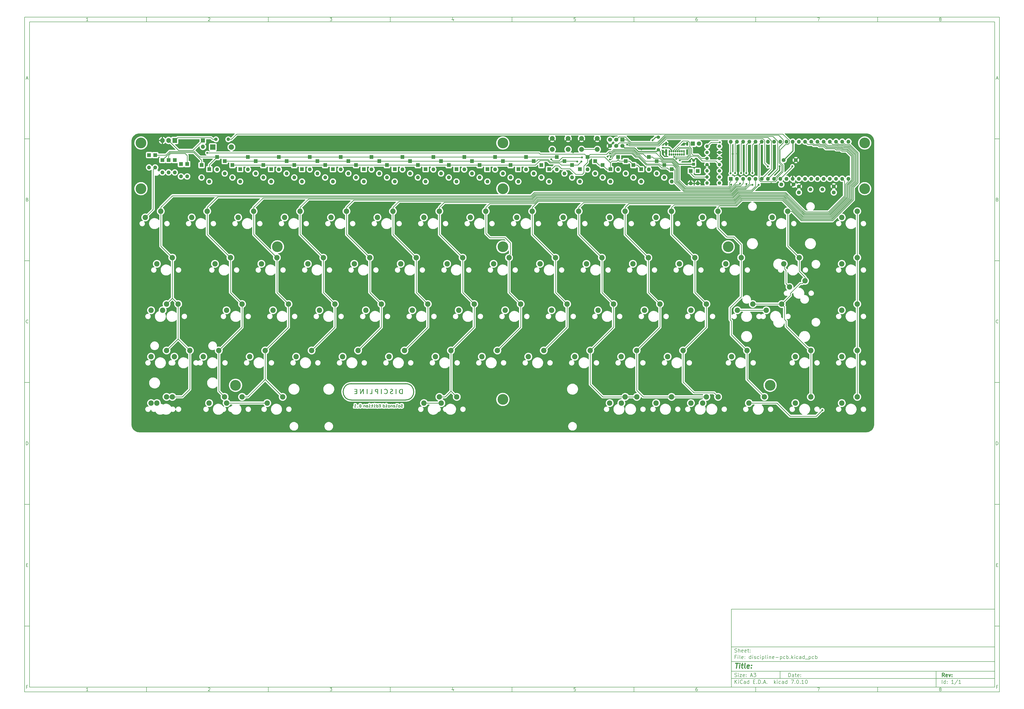
<source format=gbl>
G04 #@! TF.GenerationSoftware,KiCad,Pcbnew,7.0.10*
G04 #@! TF.CreationDate,2024-01-29T11:03:30+01:00*
G04 #@! TF.ProjectId,discipline-pcb,64697363-6970-46c6-996e-652d7063622e,rev?*
G04 #@! TF.SameCoordinates,Original*
G04 #@! TF.FileFunction,Copper,L2,Bot*
G04 #@! TF.FilePolarity,Positive*
%FSLAX46Y46*%
G04 Gerber Fmt 4.6, Leading zero omitted, Abs format (unit mm)*
G04 Created by KiCad (PCBNEW 7.0.10) date 2024-01-29 11:03:30*
%MOMM*%
%LPD*%
G01*
G04 APERTURE LIST*
%ADD10C,0.100000*%
%ADD11C,0.150000*%
%ADD12C,0.300000*%
%ADD13C,0.400000*%
G04 #@! TA.AperFunction,EtchedComponent*
%ADD14C,0.400000*%
G04 #@! TD*
G04 #@! TA.AperFunction,EtchedComponent*
%ADD15C,0.010000*%
G04 #@! TD*
G04 #@! TA.AperFunction,ComponentPad*
%ADD16C,1.400000*%
G04 #@! TD*
G04 #@! TA.AperFunction,ComponentPad*
%ADD17O,1.400000X1.400000*%
G04 #@! TD*
G04 #@! TA.AperFunction,ComponentPad*
%ADD18C,2.200000*%
G04 #@! TD*
G04 #@! TA.AperFunction,ComponentPad*
%ADD19C,4.400000*%
G04 #@! TD*
G04 #@! TA.AperFunction,ComponentPad*
%ADD20R,1.600000X1.600000*%
G04 #@! TD*
G04 #@! TA.AperFunction,ComponentPad*
%ADD21O,1.600000X1.600000*%
G04 #@! TD*
G04 #@! TA.AperFunction,ComponentPad*
%ADD22C,2.000000*%
G04 #@! TD*
G04 #@! TA.AperFunction,ComponentPad*
%ADD23R,1.800000X1.800000*%
G04 #@! TD*
G04 #@! TA.AperFunction,ComponentPad*
%ADD24C,1.800000*%
G04 #@! TD*
G04 #@! TA.AperFunction,ComponentPad*
%ADD25R,1.200000X1.200000*%
G04 #@! TD*
G04 #@! TA.AperFunction,ComponentPad*
%ADD26C,1.200000*%
G04 #@! TD*
G04 #@! TA.AperFunction,ComponentPad*
%ADD27C,1.600000*%
G04 #@! TD*
G04 #@! TA.AperFunction,ComponentPad*
%ADD28O,0.650000X1.000000*%
G04 #@! TD*
G04 #@! TA.AperFunction,ComponentPad*
%ADD29O,0.900000X2.400000*%
G04 #@! TD*
G04 #@! TA.AperFunction,ComponentPad*
%ADD30O,0.900000X1.700000*%
G04 #@! TD*
G04 #@! TA.AperFunction,ComponentPad*
%ADD31R,1.700000X1.700000*%
G04 #@! TD*
G04 #@! TA.AperFunction,ComponentPad*
%ADD32C,1.700000*%
G04 #@! TD*
G04 #@! TA.AperFunction,ComponentPad*
%ADD33R,1.905000X2.000000*%
G04 #@! TD*
G04 #@! TA.AperFunction,ComponentPad*
%ADD34O,1.905000X2.000000*%
G04 #@! TD*
G04 #@! TA.AperFunction,ComponentPad*
%ADD35R,2.200000X2.200000*%
G04 #@! TD*
G04 #@! TA.AperFunction,ComponentPad*
%ADD36O,2.200000X2.200000*%
G04 #@! TD*
G04 #@! TA.AperFunction,ComponentPad*
%ADD37C,1.500000*%
G04 #@! TD*
G04 #@! TA.AperFunction,ComponentPad*
%ADD38O,1.700000X1.700000*%
G04 #@! TD*
G04 #@! TA.AperFunction,ViaPad*
%ADD39C,0.800000*%
G04 #@! TD*
G04 #@! TA.AperFunction,Conductor*
%ADD40C,0.250000*%
G04 #@! TD*
G04 #@! TA.AperFunction,Conductor*
%ADD41C,0.400000*%
G04 #@! TD*
G04 APERTURE END LIST*
D10*
D11*
X299989000Y-253002200D02*
X407989000Y-253002200D01*
X407989000Y-285002200D01*
X299989000Y-285002200D01*
X299989000Y-253002200D01*
D10*
D11*
X10000000Y-10000000D02*
X409989000Y-10000000D01*
X409989000Y-287002200D01*
X10000000Y-287002200D01*
X10000000Y-10000000D01*
D10*
D11*
X12000000Y-12000000D02*
X407989000Y-12000000D01*
X407989000Y-285002200D01*
X12000000Y-285002200D01*
X12000000Y-12000000D01*
D10*
D11*
X60000000Y-12000000D02*
X60000000Y-10000000D01*
D10*
D11*
X110000000Y-12000000D02*
X110000000Y-10000000D01*
D10*
D11*
X160000000Y-12000000D02*
X160000000Y-10000000D01*
D10*
D11*
X210000000Y-12000000D02*
X210000000Y-10000000D01*
D10*
D11*
X260000000Y-12000000D02*
X260000000Y-10000000D01*
D10*
D11*
X310000000Y-12000000D02*
X310000000Y-10000000D01*
D10*
D11*
X360000000Y-12000000D02*
X360000000Y-10000000D01*
D10*
D11*
X36089160Y-11593604D02*
X35346303Y-11593604D01*
X35717731Y-11593604D02*
X35717731Y-10293604D01*
X35717731Y-10293604D02*
X35593922Y-10479319D01*
X35593922Y-10479319D02*
X35470112Y-10603128D01*
X35470112Y-10603128D02*
X35346303Y-10665033D01*
D10*
D11*
X85346303Y-10417414D02*
X85408207Y-10355509D01*
X85408207Y-10355509D02*
X85532017Y-10293604D01*
X85532017Y-10293604D02*
X85841541Y-10293604D01*
X85841541Y-10293604D02*
X85965350Y-10355509D01*
X85965350Y-10355509D02*
X86027255Y-10417414D01*
X86027255Y-10417414D02*
X86089160Y-10541223D01*
X86089160Y-10541223D02*
X86089160Y-10665033D01*
X86089160Y-10665033D02*
X86027255Y-10850747D01*
X86027255Y-10850747D02*
X85284398Y-11593604D01*
X85284398Y-11593604D02*
X86089160Y-11593604D01*
D10*
D11*
X135284398Y-10293604D02*
X136089160Y-10293604D01*
X136089160Y-10293604D02*
X135655826Y-10788842D01*
X135655826Y-10788842D02*
X135841541Y-10788842D01*
X135841541Y-10788842D02*
X135965350Y-10850747D01*
X135965350Y-10850747D02*
X136027255Y-10912652D01*
X136027255Y-10912652D02*
X136089160Y-11036461D01*
X136089160Y-11036461D02*
X136089160Y-11345985D01*
X136089160Y-11345985D02*
X136027255Y-11469795D01*
X136027255Y-11469795D02*
X135965350Y-11531700D01*
X135965350Y-11531700D02*
X135841541Y-11593604D01*
X135841541Y-11593604D02*
X135470112Y-11593604D01*
X135470112Y-11593604D02*
X135346303Y-11531700D01*
X135346303Y-11531700D02*
X135284398Y-11469795D01*
D10*
D11*
X185965350Y-10726938D02*
X185965350Y-11593604D01*
X185655826Y-10231700D02*
X185346303Y-11160271D01*
X185346303Y-11160271D02*
X186151064Y-11160271D01*
D10*
D11*
X236027255Y-10293604D02*
X235408207Y-10293604D01*
X235408207Y-10293604D02*
X235346303Y-10912652D01*
X235346303Y-10912652D02*
X235408207Y-10850747D01*
X235408207Y-10850747D02*
X235532017Y-10788842D01*
X235532017Y-10788842D02*
X235841541Y-10788842D01*
X235841541Y-10788842D02*
X235965350Y-10850747D01*
X235965350Y-10850747D02*
X236027255Y-10912652D01*
X236027255Y-10912652D02*
X236089160Y-11036461D01*
X236089160Y-11036461D02*
X236089160Y-11345985D01*
X236089160Y-11345985D02*
X236027255Y-11469795D01*
X236027255Y-11469795D02*
X235965350Y-11531700D01*
X235965350Y-11531700D02*
X235841541Y-11593604D01*
X235841541Y-11593604D02*
X235532017Y-11593604D01*
X235532017Y-11593604D02*
X235408207Y-11531700D01*
X235408207Y-11531700D02*
X235346303Y-11469795D01*
D10*
D11*
X285965350Y-10293604D02*
X285717731Y-10293604D01*
X285717731Y-10293604D02*
X285593922Y-10355509D01*
X285593922Y-10355509D02*
X285532017Y-10417414D01*
X285532017Y-10417414D02*
X285408207Y-10603128D01*
X285408207Y-10603128D02*
X285346303Y-10850747D01*
X285346303Y-10850747D02*
X285346303Y-11345985D01*
X285346303Y-11345985D02*
X285408207Y-11469795D01*
X285408207Y-11469795D02*
X285470112Y-11531700D01*
X285470112Y-11531700D02*
X285593922Y-11593604D01*
X285593922Y-11593604D02*
X285841541Y-11593604D01*
X285841541Y-11593604D02*
X285965350Y-11531700D01*
X285965350Y-11531700D02*
X286027255Y-11469795D01*
X286027255Y-11469795D02*
X286089160Y-11345985D01*
X286089160Y-11345985D02*
X286089160Y-11036461D01*
X286089160Y-11036461D02*
X286027255Y-10912652D01*
X286027255Y-10912652D02*
X285965350Y-10850747D01*
X285965350Y-10850747D02*
X285841541Y-10788842D01*
X285841541Y-10788842D02*
X285593922Y-10788842D01*
X285593922Y-10788842D02*
X285470112Y-10850747D01*
X285470112Y-10850747D02*
X285408207Y-10912652D01*
X285408207Y-10912652D02*
X285346303Y-11036461D01*
D10*
D11*
X335284398Y-10293604D02*
X336151064Y-10293604D01*
X336151064Y-10293604D02*
X335593922Y-11593604D01*
D10*
D11*
X385593922Y-10850747D02*
X385470112Y-10788842D01*
X385470112Y-10788842D02*
X385408207Y-10726938D01*
X385408207Y-10726938D02*
X385346303Y-10603128D01*
X385346303Y-10603128D02*
X385346303Y-10541223D01*
X385346303Y-10541223D02*
X385408207Y-10417414D01*
X385408207Y-10417414D02*
X385470112Y-10355509D01*
X385470112Y-10355509D02*
X385593922Y-10293604D01*
X385593922Y-10293604D02*
X385841541Y-10293604D01*
X385841541Y-10293604D02*
X385965350Y-10355509D01*
X385965350Y-10355509D02*
X386027255Y-10417414D01*
X386027255Y-10417414D02*
X386089160Y-10541223D01*
X386089160Y-10541223D02*
X386089160Y-10603128D01*
X386089160Y-10603128D02*
X386027255Y-10726938D01*
X386027255Y-10726938D02*
X385965350Y-10788842D01*
X385965350Y-10788842D02*
X385841541Y-10850747D01*
X385841541Y-10850747D02*
X385593922Y-10850747D01*
X385593922Y-10850747D02*
X385470112Y-10912652D01*
X385470112Y-10912652D02*
X385408207Y-10974557D01*
X385408207Y-10974557D02*
X385346303Y-11098366D01*
X385346303Y-11098366D02*
X385346303Y-11345985D01*
X385346303Y-11345985D02*
X385408207Y-11469795D01*
X385408207Y-11469795D02*
X385470112Y-11531700D01*
X385470112Y-11531700D02*
X385593922Y-11593604D01*
X385593922Y-11593604D02*
X385841541Y-11593604D01*
X385841541Y-11593604D02*
X385965350Y-11531700D01*
X385965350Y-11531700D02*
X386027255Y-11469795D01*
X386027255Y-11469795D02*
X386089160Y-11345985D01*
X386089160Y-11345985D02*
X386089160Y-11098366D01*
X386089160Y-11098366D02*
X386027255Y-10974557D01*
X386027255Y-10974557D02*
X385965350Y-10912652D01*
X385965350Y-10912652D02*
X385841541Y-10850747D01*
D10*
D11*
X60000000Y-285002200D02*
X60000000Y-287002200D01*
D10*
D11*
X110000000Y-285002200D02*
X110000000Y-287002200D01*
D10*
D11*
X160000000Y-285002200D02*
X160000000Y-287002200D01*
D10*
D11*
X210000000Y-285002200D02*
X210000000Y-287002200D01*
D10*
D11*
X260000000Y-285002200D02*
X260000000Y-287002200D01*
D10*
D11*
X310000000Y-285002200D02*
X310000000Y-287002200D01*
D10*
D11*
X360000000Y-285002200D02*
X360000000Y-287002200D01*
D10*
D11*
X36089160Y-286595804D02*
X35346303Y-286595804D01*
X35717731Y-286595804D02*
X35717731Y-285295804D01*
X35717731Y-285295804D02*
X35593922Y-285481519D01*
X35593922Y-285481519D02*
X35470112Y-285605328D01*
X35470112Y-285605328D02*
X35346303Y-285667233D01*
D10*
D11*
X85346303Y-285419614D02*
X85408207Y-285357709D01*
X85408207Y-285357709D02*
X85532017Y-285295804D01*
X85532017Y-285295804D02*
X85841541Y-285295804D01*
X85841541Y-285295804D02*
X85965350Y-285357709D01*
X85965350Y-285357709D02*
X86027255Y-285419614D01*
X86027255Y-285419614D02*
X86089160Y-285543423D01*
X86089160Y-285543423D02*
X86089160Y-285667233D01*
X86089160Y-285667233D02*
X86027255Y-285852947D01*
X86027255Y-285852947D02*
X85284398Y-286595804D01*
X85284398Y-286595804D02*
X86089160Y-286595804D01*
D10*
D11*
X135284398Y-285295804D02*
X136089160Y-285295804D01*
X136089160Y-285295804D02*
X135655826Y-285791042D01*
X135655826Y-285791042D02*
X135841541Y-285791042D01*
X135841541Y-285791042D02*
X135965350Y-285852947D01*
X135965350Y-285852947D02*
X136027255Y-285914852D01*
X136027255Y-285914852D02*
X136089160Y-286038661D01*
X136089160Y-286038661D02*
X136089160Y-286348185D01*
X136089160Y-286348185D02*
X136027255Y-286471995D01*
X136027255Y-286471995D02*
X135965350Y-286533900D01*
X135965350Y-286533900D02*
X135841541Y-286595804D01*
X135841541Y-286595804D02*
X135470112Y-286595804D01*
X135470112Y-286595804D02*
X135346303Y-286533900D01*
X135346303Y-286533900D02*
X135284398Y-286471995D01*
D10*
D11*
X185965350Y-285729138D02*
X185965350Y-286595804D01*
X185655826Y-285233900D02*
X185346303Y-286162471D01*
X185346303Y-286162471D02*
X186151064Y-286162471D01*
D10*
D11*
X236027255Y-285295804D02*
X235408207Y-285295804D01*
X235408207Y-285295804D02*
X235346303Y-285914852D01*
X235346303Y-285914852D02*
X235408207Y-285852947D01*
X235408207Y-285852947D02*
X235532017Y-285791042D01*
X235532017Y-285791042D02*
X235841541Y-285791042D01*
X235841541Y-285791042D02*
X235965350Y-285852947D01*
X235965350Y-285852947D02*
X236027255Y-285914852D01*
X236027255Y-285914852D02*
X236089160Y-286038661D01*
X236089160Y-286038661D02*
X236089160Y-286348185D01*
X236089160Y-286348185D02*
X236027255Y-286471995D01*
X236027255Y-286471995D02*
X235965350Y-286533900D01*
X235965350Y-286533900D02*
X235841541Y-286595804D01*
X235841541Y-286595804D02*
X235532017Y-286595804D01*
X235532017Y-286595804D02*
X235408207Y-286533900D01*
X235408207Y-286533900D02*
X235346303Y-286471995D01*
D10*
D11*
X285965350Y-285295804D02*
X285717731Y-285295804D01*
X285717731Y-285295804D02*
X285593922Y-285357709D01*
X285593922Y-285357709D02*
X285532017Y-285419614D01*
X285532017Y-285419614D02*
X285408207Y-285605328D01*
X285408207Y-285605328D02*
X285346303Y-285852947D01*
X285346303Y-285852947D02*
X285346303Y-286348185D01*
X285346303Y-286348185D02*
X285408207Y-286471995D01*
X285408207Y-286471995D02*
X285470112Y-286533900D01*
X285470112Y-286533900D02*
X285593922Y-286595804D01*
X285593922Y-286595804D02*
X285841541Y-286595804D01*
X285841541Y-286595804D02*
X285965350Y-286533900D01*
X285965350Y-286533900D02*
X286027255Y-286471995D01*
X286027255Y-286471995D02*
X286089160Y-286348185D01*
X286089160Y-286348185D02*
X286089160Y-286038661D01*
X286089160Y-286038661D02*
X286027255Y-285914852D01*
X286027255Y-285914852D02*
X285965350Y-285852947D01*
X285965350Y-285852947D02*
X285841541Y-285791042D01*
X285841541Y-285791042D02*
X285593922Y-285791042D01*
X285593922Y-285791042D02*
X285470112Y-285852947D01*
X285470112Y-285852947D02*
X285408207Y-285914852D01*
X285408207Y-285914852D02*
X285346303Y-286038661D01*
D10*
D11*
X335284398Y-285295804D02*
X336151064Y-285295804D01*
X336151064Y-285295804D02*
X335593922Y-286595804D01*
D10*
D11*
X385593922Y-285852947D02*
X385470112Y-285791042D01*
X385470112Y-285791042D02*
X385408207Y-285729138D01*
X385408207Y-285729138D02*
X385346303Y-285605328D01*
X385346303Y-285605328D02*
X385346303Y-285543423D01*
X385346303Y-285543423D02*
X385408207Y-285419614D01*
X385408207Y-285419614D02*
X385470112Y-285357709D01*
X385470112Y-285357709D02*
X385593922Y-285295804D01*
X385593922Y-285295804D02*
X385841541Y-285295804D01*
X385841541Y-285295804D02*
X385965350Y-285357709D01*
X385965350Y-285357709D02*
X386027255Y-285419614D01*
X386027255Y-285419614D02*
X386089160Y-285543423D01*
X386089160Y-285543423D02*
X386089160Y-285605328D01*
X386089160Y-285605328D02*
X386027255Y-285729138D01*
X386027255Y-285729138D02*
X385965350Y-285791042D01*
X385965350Y-285791042D02*
X385841541Y-285852947D01*
X385841541Y-285852947D02*
X385593922Y-285852947D01*
X385593922Y-285852947D02*
X385470112Y-285914852D01*
X385470112Y-285914852D02*
X385408207Y-285976757D01*
X385408207Y-285976757D02*
X385346303Y-286100566D01*
X385346303Y-286100566D02*
X385346303Y-286348185D01*
X385346303Y-286348185D02*
X385408207Y-286471995D01*
X385408207Y-286471995D02*
X385470112Y-286533900D01*
X385470112Y-286533900D02*
X385593922Y-286595804D01*
X385593922Y-286595804D02*
X385841541Y-286595804D01*
X385841541Y-286595804D02*
X385965350Y-286533900D01*
X385965350Y-286533900D02*
X386027255Y-286471995D01*
X386027255Y-286471995D02*
X386089160Y-286348185D01*
X386089160Y-286348185D02*
X386089160Y-286100566D01*
X386089160Y-286100566D02*
X386027255Y-285976757D01*
X386027255Y-285976757D02*
X385965350Y-285914852D01*
X385965350Y-285914852D02*
X385841541Y-285852947D01*
D10*
D11*
X10000000Y-60000000D02*
X12000000Y-60000000D01*
D10*
D11*
X10000000Y-110000000D02*
X12000000Y-110000000D01*
D10*
D11*
X10000000Y-160000000D02*
X12000000Y-160000000D01*
D10*
D11*
X10000000Y-210000000D02*
X12000000Y-210000000D01*
D10*
D11*
X10000000Y-260000000D02*
X12000000Y-260000000D01*
D10*
D11*
X10690476Y-35222176D02*
X11309523Y-35222176D01*
X10566666Y-35593604D02*
X10999999Y-34293604D01*
X10999999Y-34293604D02*
X11433333Y-35593604D01*
D10*
D11*
X11092857Y-84912652D02*
X11278571Y-84974557D01*
X11278571Y-84974557D02*
X11340476Y-85036461D01*
X11340476Y-85036461D02*
X11402380Y-85160271D01*
X11402380Y-85160271D02*
X11402380Y-85345985D01*
X11402380Y-85345985D02*
X11340476Y-85469795D01*
X11340476Y-85469795D02*
X11278571Y-85531700D01*
X11278571Y-85531700D02*
X11154761Y-85593604D01*
X11154761Y-85593604D02*
X10659523Y-85593604D01*
X10659523Y-85593604D02*
X10659523Y-84293604D01*
X10659523Y-84293604D02*
X11092857Y-84293604D01*
X11092857Y-84293604D02*
X11216666Y-84355509D01*
X11216666Y-84355509D02*
X11278571Y-84417414D01*
X11278571Y-84417414D02*
X11340476Y-84541223D01*
X11340476Y-84541223D02*
X11340476Y-84665033D01*
X11340476Y-84665033D02*
X11278571Y-84788842D01*
X11278571Y-84788842D02*
X11216666Y-84850747D01*
X11216666Y-84850747D02*
X11092857Y-84912652D01*
X11092857Y-84912652D02*
X10659523Y-84912652D01*
D10*
D11*
X11402380Y-135469795D02*
X11340476Y-135531700D01*
X11340476Y-135531700D02*
X11154761Y-135593604D01*
X11154761Y-135593604D02*
X11030952Y-135593604D01*
X11030952Y-135593604D02*
X10845238Y-135531700D01*
X10845238Y-135531700D02*
X10721428Y-135407890D01*
X10721428Y-135407890D02*
X10659523Y-135284080D01*
X10659523Y-135284080D02*
X10597619Y-135036461D01*
X10597619Y-135036461D02*
X10597619Y-134850747D01*
X10597619Y-134850747D02*
X10659523Y-134603128D01*
X10659523Y-134603128D02*
X10721428Y-134479319D01*
X10721428Y-134479319D02*
X10845238Y-134355509D01*
X10845238Y-134355509D02*
X11030952Y-134293604D01*
X11030952Y-134293604D02*
X11154761Y-134293604D01*
X11154761Y-134293604D02*
X11340476Y-134355509D01*
X11340476Y-134355509D02*
X11402380Y-134417414D01*
D10*
D11*
X10659523Y-185593604D02*
X10659523Y-184293604D01*
X10659523Y-184293604D02*
X10969047Y-184293604D01*
X10969047Y-184293604D02*
X11154761Y-184355509D01*
X11154761Y-184355509D02*
X11278571Y-184479319D01*
X11278571Y-184479319D02*
X11340476Y-184603128D01*
X11340476Y-184603128D02*
X11402380Y-184850747D01*
X11402380Y-184850747D02*
X11402380Y-185036461D01*
X11402380Y-185036461D02*
X11340476Y-185284080D01*
X11340476Y-185284080D02*
X11278571Y-185407890D01*
X11278571Y-185407890D02*
X11154761Y-185531700D01*
X11154761Y-185531700D02*
X10969047Y-185593604D01*
X10969047Y-185593604D02*
X10659523Y-185593604D01*
D10*
D11*
X10721428Y-234912652D02*
X11154762Y-234912652D01*
X11340476Y-235593604D02*
X10721428Y-235593604D01*
X10721428Y-235593604D02*
X10721428Y-234293604D01*
X10721428Y-234293604D02*
X11340476Y-234293604D01*
D10*
D11*
X11185714Y-284912652D02*
X10752380Y-284912652D01*
X10752380Y-285593604D02*
X10752380Y-284293604D01*
X10752380Y-284293604D02*
X11371428Y-284293604D01*
D10*
D11*
X409989000Y-60000000D02*
X407989000Y-60000000D01*
D10*
D11*
X409989000Y-110000000D02*
X407989000Y-110000000D01*
D10*
D11*
X409989000Y-160000000D02*
X407989000Y-160000000D01*
D10*
D11*
X409989000Y-210000000D02*
X407989000Y-210000000D01*
D10*
D11*
X409989000Y-260000000D02*
X407989000Y-260000000D01*
D10*
D11*
X408679476Y-35222176D02*
X409298523Y-35222176D01*
X408555666Y-35593604D02*
X408988999Y-34293604D01*
X408988999Y-34293604D02*
X409422333Y-35593604D01*
D10*
D11*
X409081857Y-84912652D02*
X409267571Y-84974557D01*
X409267571Y-84974557D02*
X409329476Y-85036461D01*
X409329476Y-85036461D02*
X409391380Y-85160271D01*
X409391380Y-85160271D02*
X409391380Y-85345985D01*
X409391380Y-85345985D02*
X409329476Y-85469795D01*
X409329476Y-85469795D02*
X409267571Y-85531700D01*
X409267571Y-85531700D02*
X409143761Y-85593604D01*
X409143761Y-85593604D02*
X408648523Y-85593604D01*
X408648523Y-85593604D02*
X408648523Y-84293604D01*
X408648523Y-84293604D02*
X409081857Y-84293604D01*
X409081857Y-84293604D02*
X409205666Y-84355509D01*
X409205666Y-84355509D02*
X409267571Y-84417414D01*
X409267571Y-84417414D02*
X409329476Y-84541223D01*
X409329476Y-84541223D02*
X409329476Y-84665033D01*
X409329476Y-84665033D02*
X409267571Y-84788842D01*
X409267571Y-84788842D02*
X409205666Y-84850747D01*
X409205666Y-84850747D02*
X409081857Y-84912652D01*
X409081857Y-84912652D02*
X408648523Y-84912652D01*
D10*
D11*
X409391380Y-135469795D02*
X409329476Y-135531700D01*
X409329476Y-135531700D02*
X409143761Y-135593604D01*
X409143761Y-135593604D02*
X409019952Y-135593604D01*
X409019952Y-135593604D02*
X408834238Y-135531700D01*
X408834238Y-135531700D02*
X408710428Y-135407890D01*
X408710428Y-135407890D02*
X408648523Y-135284080D01*
X408648523Y-135284080D02*
X408586619Y-135036461D01*
X408586619Y-135036461D02*
X408586619Y-134850747D01*
X408586619Y-134850747D02*
X408648523Y-134603128D01*
X408648523Y-134603128D02*
X408710428Y-134479319D01*
X408710428Y-134479319D02*
X408834238Y-134355509D01*
X408834238Y-134355509D02*
X409019952Y-134293604D01*
X409019952Y-134293604D02*
X409143761Y-134293604D01*
X409143761Y-134293604D02*
X409329476Y-134355509D01*
X409329476Y-134355509D02*
X409391380Y-134417414D01*
D10*
D11*
X408648523Y-185593604D02*
X408648523Y-184293604D01*
X408648523Y-184293604D02*
X408958047Y-184293604D01*
X408958047Y-184293604D02*
X409143761Y-184355509D01*
X409143761Y-184355509D02*
X409267571Y-184479319D01*
X409267571Y-184479319D02*
X409329476Y-184603128D01*
X409329476Y-184603128D02*
X409391380Y-184850747D01*
X409391380Y-184850747D02*
X409391380Y-185036461D01*
X409391380Y-185036461D02*
X409329476Y-185284080D01*
X409329476Y-185284080D02*
X409267571Y-185407890D01*
X409267571Y-185407890D02*
X409143761Y-185531700D01*
X409143761Y-185531700D02*
X408958047Y-185593604D01*
X408958047Y-185593604D02*
X408648523Y-185593604D01*
D10*
D11*
X408710428Y-234912652D02*
X409143762Y-234912652D01*
X409329476Y-235593604D02*
X408710428Y-235593604D01*
X408710428Y-235593604D02*
X408710428Y-234293604D01*
X408710428Y-234293604D02*
X409329476Y-234293604D01*
D10*
D11*
X409174714Y-284912652D02*
X408741380Y-284912652D01*
X408741380Y-285593604D02*
X408741380Y-284293604D01*
X408741380Y-284293604D02*
X409360428Y-284293604D01*
D10*
D11*
X323444826Y-280788328D02*
X323444826Y-279288328D01*
X323444826Y-279288328D02*
X323801969Y-279288328D01*
X323801969Y-279288328D02*
X324016255Y-279359757D01*
X324016255Y-279359757D02*
X324159112Y-279502614D01*
X324159112Y-279502614D02*
X324230541Y-279645471D01*
X324230541Y-279645471D02*
X324301969Y-279931185D01*
X324301969Y-279931185D02*
X324301969Y-280145471D01*
X324301969Y-280145471D02*
X324230541Y-280431185D01*
X324230541Y-280431185D02*
X324159112Y-280574042D01*
X324159112Y-280574042D02*
X324016255Y-280716900D01*
X324016255Y-280716900D02*
X323801969Y-280788328D01*
X323801969Y-280788328D02*
X323444826Y-280788328D01*
X325587684Y-280788328D02*
X325587684Y-280002614D01*
X325587684Y-280002614D02*
X325516255Y-279859757D01*
X325516255Y-279859757D02*
X325373398Y-279788328D01*
X325373398Y-279788328D02*
X325087684Y-279788328D01*
X325087684Y-279788328D02*
X324944826Y-279859757D01*
X325587684Y-280716900D02*
X325444826Y-280788328D01*
X325444826Y-280788328D02*
X325087684Y-280788328D01*
X325087684Y-280788328D02*
X324944826Y-280716900D01*
X324944826Y-280716900D02*
X324873398Y-280574042D01*
X324873398Y-280574042D02*
X324873398Y-280431185D01*
X324873398Y-280431185D02*
X324944826Y-280288328D01*
X324944826Y-280288328D02*
X325087684Y-280216900D01*
X325087684Y-280216900D02*
X325444826Y-280216900D01*
X325444826Y-280216900D02*
X325587684Y-280145471D01*
X326087684Y-279788328D02*
X326659112Y-279788328D01*
X326301969Y-279288328D02*
X326301969Y-280574042D01*
X326301969Y-280574042D02*
X326373398Y-280716900D01*
X326373398Y-280716900D02*
X326516255Y-280788328D01*
X326516255Y-280788328D02*
X326659112Y-280788328D01*
X327730541Y-280716900D02*
X327587684Y-280788328D01*
X327587684Y-280788328D02*
X327301970Y-280788328D01*
X327301970Y-280788328D02*
X327159112Y-280716900D01*
X327159112Y-280716900D02*
X327087684Y-280574042D01*
X327087684Y-280574042D02*
X327087684Y-280002614D01*
X327087684Y-280002614D02*
X327159112Y-279859757D01*
X327159112Y-279859757D02*
X327301970Y-279788328D01*
X327301970Y-279788328D02*
X327587684Y-279788328D01*
X327587684Y-279788328D02*
X327730541Y-279859757D01*
X327730541Y-279859757D02*
X327801970Y-280002614D01*
X327801970Y-280002614D02*
X327801970Y-280145471D01*
X327801970Y-280145471D02*
X327087684Y-280288328D01*
X328444826Y-280645471D02*
X328516255Y-280716900D01*
X328516255Y-280716900D02*
X328444826Y-280788328D01*
X328444826Y-280788328D02*
X328373398Y-280716900D01*
X328373398Y-280716900D02*
X328444826Y-280645471D01*
X328444826Y-280645471D02*
X328444826Y-280788328D01*
X328444826Y-279859757D02*
X328516255Y-279931185D01*
X328516255Y-279931185D02*
X328444826Y-280002614D01*
X328444826Y-280002614D02*
X328373398Y-279931185D01*
X328373398Y-279931185D02*
X328444826Y-279859757D01*
X328444826Y-279859757D02*
X328444826Y-280002614D01*
D10*
D11*
X299989000Y-281502200D02*
X407989000Y-281502200D01*
D10*
D11*
X301444826Y-283588328D02*
X301444826Y-282088328D01*
X302301969Y-283588328D02*
X301659112Y-282731185D01*
X302301969Y-282088328D02*
X301444826Y-282945471D01*
X302944826Y-283588328D02*
X302944826Y-282588328D01*
X302944826Y-282088328D02*
X302873398Y-282159757D01*
X302873398Y-282159757D02*
X302944826Y-282231185D01*
X302944826Y-282231185D02*
X303016255Y-282159757D01*
X303016255Y-282159757D02*
X302944826Y-282088328D01*
X302944826Y-282088328D02*
X302944826Y-282231185D01*
X304516255Y-283445471D02*
X304444827Y-283516900D01*
X304444827Y-283516900D02*
X304230541Y-283588328D01*
X304230541Y-283588328D02*
X304087684Y-283588328D01*
X304087684Y-283588328D02*
X303873398Y-283516900D01*
X303873398Y-283516900D02*
X303730541Y-283374042D01*
X303730541Y-283374042D02*
X303659112Y-283231185D01*
X303659112Y-283231185D02*
X303587684Y-282945471D01*
X303587684Y-282945471D02*
X303587684Y-282731185D01*
X303587684Y-282731185D02*
X303659112Y-282445471D01*
X303659112Y-282445471D02*
X303730541Y-282302614D01*
X303730541Y-282302614D02*
X303873398Y-282159757D01*
X303873398Y-282159757D02*
X304087684Y-282088328D01*
X304087684Y-282088328D02*
X304230541Y-282088328D01*
X304230541Y-282088328D02*
X304444827Y-282159757D01*
X304444827Y-282159757D02*
X304516255Y-282231185D01*
X305801970Y-283588328D02*
X305801970Y-282802614D01*
X305801970Y-282802614D02*
X305730541Y-282659757D01*
X305730541Y-282659757D02*
X305587684Y-282588328D01*
X305587684Y-282588328D02*
X305301970Y-282588328D01*
X305301970Y-282588328D02*
X305159112Y-282659757D01*
X305801970Y-283516900D02*
X305659112Y-283588328D01*
X305659112Y-283588328D02*
X305301970Y-283588328D01*
X305301970Y-283588328D02*
X305159112Y-283516900D01*
X305159112Y-283516900D02*
X305087684Y-283374042D01*
X305087684Y-283374042D02*
X305087684Y-283231185D01*
X305087684Y-283231185D02*
X305159112Y-283088328D01*
X305159112Y-283088328D02*
X305301970Y-283016900D01*
X305301970Y-283016900D02*
X305659112Y-283016900D01*
X305659112Y-283016900D02*
X305801970Y-282945471D01*
X307159113Y-283588328D02*
X307159113Y-282088328D01*
X307159113Y-283516900D02*
X307016255Y-283588328D01*
X307016255Y-283588328D02*
X306730541Y-283588328D01*
X306730541Y-283588328D02*
X306587684Y-283516900D01*
X306587684Y-283516900D02*
X306516255Y-283445471D01*
X306516255Y-283445471D02*
X306444827Y-283302614D01*
X306444827Y-283302614D02*
X306444827Y-282874042D01*
X306444827Y-282874042D02*
X306516255Y-282731185D01*
X306516255Y-282731185D02*
X306587684Y-282659757D01*
X306587684Y-282659757D02*
X306730541Y-282588328D01*
X306730541Y-282588328D02*
X307016255Y-282588328D01*
X307016255Y-282588328D02*
X307159113Y-282659757D01*
X309016255Y-282802614D02*
X309516255Y-282802614D01*
X309730541Y-283588328D02*
X309016255Y-283588328D01*
X309016255Y-283588328D02*
X309016255Y-282088328D01*
X309016255Y-282088328D02*
X309730541Y-282088328D01*
X310373398Y-283445471D02*
X310444827Y-283516900D01*
X310444827Y-283516900D02*
X310373398Y-283588328D01*
X310373398Y-283588328D02*
X310301970Y-283516900D01*
X310301970Y-283516900D02*
X310373398Y-283445471D01*
X310373398Y-283445471D02*
X310373398Y-283588328D01*
X311087684Y-283588328D02*
X311087684Y-282088328D01*
X311087684Y-282088328D02*
X311444827Y-282088328D01*
X311444827Y-282088328D02*
X311659113Y-282159757D01*
X311659113Y-282159757D02*
X311801970Y-282302614D01*
X311801970Y-282302614D02*
X311873399Y-282445471D01*
X311873399Y-282445471D02*
X311944827Y-282731185D01*
X311944827Y-282731185D02*
X311944827Y-282945471D01*
X311944827Y-282945471D02*
X311873399Y-283231185D01*
X311873399Y-283231185D02*
X311801970Y-283374042D01*
X311801970Y-283374042D02*
X311659113Y-283516900D01*
X311659113Y-283516900D02*
X311444827Y-283588328D01*
X311444827Y-283588328D02*
X311087684Y-283588328D01*
X312587684Y-283445471D02*
X312659113Y-283516900D01*
X312659113Y-283516900D02*
X312587684Y-283588328D01*
X312587684Y-283588328D02*
X312516256Y-283516900D01*
X312516256Y-283516900D02*
X312587684Y-283445471D01*
X312587684Y-283445471D02*
X312587684Y-283588328D01*
X313230542Y-283159757D02*
X313944828Y-283159757D01*
X313087685Y-283588328D02*
X313587685Y-282088328D01*
X313587685Y-282088328D02*
X314087685Y-283588328D01*
X314587684Y-283445471D02*
X314659113Y-283516900D01*
X314659113Y-283516900D02*
X314587684Y-283588328D01*
X314587684Y-283588328D02*
X314516256Y-283516900D01*
X314516256Y-283516900D02*
X314587684Y-283445471D01*
X314587684Y-283445471D02*
X314587684Y-283588328D01*
X317587684Y-283588328D02*
X317587684Y-282088328D01*
X317730542Y-283016900D02*
X318159113Y-283588328D01*
X318159113Y-282588328D02*
X317587684Y-283159757D01*
X318801970Y-283588328D02*
X318801970Y-282588328D01*
X318801970Y-282088328D02*
X318730542Y-282159757D01*
X318730542Y-282159757D02*
X318801970Y-282231185D01*
X318801970Y-282231185D02*
X318873399Y-282159757D01*
X318873399Y-282159757D02*
X318801970Y-282088328D01*
X318801970Y-282088328D02*
X318801970Y-282231185D01*
X320159114Y-283516900D02*
X320016256Y-283588328D01*
X320016256Y-283588328D02*
X319730542Y-283588328D01*
X319730542Y-283588328D02*
X319587685Y-283516900D01*
X319587685Y-283516900D02*
X319516256Y-283445471D01*
X319516256Y-283445471D02*
X319444828Y-283302614D01*
X319444828Y-283302614D02*
X319444828Y-282874042D01*
X319444828Y-282874042D02*
X319516256Y-282731185D01*
X319516256Y-282731185D02*
X319587685Y-282659757D01*
X319587685Y-282659757D02*
X319730542Y-282588328D01*
X319730542Y-282588328D02*
X320016256Y-282588328D01*
X320016256Y-282588328D02*
X320159114Y-282659757D01*
X321444828Y-283588328D02*
X321444828Y-282802614D01*
X321444828Y-282802614D02*
X321373399Y-282659757D01*
X321373399Y-282659757D02*
X321230542Y-282588328D01*
X321230542Y-282588328D02*
X320944828Y-282588328D01*
X320944828Y-282588328D02*
X320801970Y-282659757D01*
X321444828Y-283516900D02*
X321301970Y-283588328D01*
X321301970Y-283588328D02*
X320944828Y-283588328D01*
X320944828Y-283588328D02*
X320801970Y-283516900D01*
X320801970Y-283516900D02*
X320730542Y-283374042D01*
X320730542Y-283374042D02*
X320730542Y-283231185D01*
X320730542Y-283231185D02*
X320801970Y-283088328D01*
X320801970Y-283088328D02*
X320944828Y-283016900D01*
X320944828Y-283016900D02*
X321301970Y-283016900D01*
X321301970Y-283016900D02*
X321444828Y-282945471D01*
X322801971Y-283588328D02*
X322801971Y-282088328D01*
X322801971Y-283516900D02*
X322659113Y-283588328D01*
X322659113Y-283588328D02*
X322373399Y-283588328D01*
X322373399Y-283588328D02*
X322230542Y-283516900D01*
X322230542Y-283516900D02*
X322159113Y-283445471D01*
X322159113Y-283445471D02*
X322087685Y-283302614D01*
X322087685Y-283302614D02*
X322087685Y-282874042D01*
X322087685Y-282874042D02*
X322159113Y-282731185D01*
X322159113Y-282731185D02*
X322230542Y-282659757D01*
X322230542Y-282659757D02*
X322373399Y-282588328D01*
X322373399Y-282588328D02*
X322659113Y-282588328D01*
X322659113Y-282588328D02*
X322801971Y-282659757D01*
X324516256Y-282088328D02*
X325516256Y-282088328D01*
X325516256Y-282088328D02*
X324873399Y-283588328D01*
X326087684Y-283445471D02*
X326159113Y-283516900D01*
X326159113Y-283516900D02*
X326087684Y-283588328D01*
X326087684Y-283588328D02*
X326016256Y-283516900D01*
X326016256Y-283516900D02*
X326087684Y-283445471D01*
X326087684Y-283445471D02*
X326087684Y-283588328D01*
X327087685Y-282088328D02*
X327230542Y-282088328D01*
X327230542Y-282088328D02*
X327373399Y-282159757D01*
X327373399Y-282159757D02*
X327444828Y-282231185D01*
X327444828Y-282231185D02*
X327516256Y-282374042D01*
X327516256Y-282374042D02*
X327587685Y-282659757D01*
X327587685Y-282659757D02*
X327587685Y-283016900D01*
X327587685Y-283016900D02*
X327516256Y-283302614D01*
X327516256Y-283302614D02*
X327444828Y-283445471D01*
X327444828Y-283445471D02*
X327373399Y-283516900D01*
X327373399Y-283516900D02*
X327230542Y-283588328D01*
X327230542Y-283588328D02*
X327087685Y-283588328D01*
X327087685Y-283588328D02*
X326944828Y-283516900D01*
X326944828Y-283516900D02*
X326873399Y-283445471D01*
X326873399Y-283445471D02*
X326801970Y-283302614D01*
X326801970Y-283302614D02*
X326730542Y-283016900D01*
X326730542Y-283016900D02*
X326730542Y-282659757D01*
X326730542Y-282659757D02*
X326801970Y-282374042D01*
X326801970Y-282374042D02*
X326873399Y-282231185D01*
X326873399Y-282231185D02*
X326944828Y-282159757D01*
X326944828Y-282159757D02*
X327087685Y-282088328D01*
X328230541Y-283445471D02*
X328301970Y-283516900D01*
X328301970Y-283516900D02*
X328230541Y-283588328D01*
X328230541Y-283588328D02*
X328159113Y-283516900D01*
X328159113Y-283516900D02*
X328230541Y-283445471D01*
X328230541Y-283445471D02*
X328230541Y-283588328D01*
X329730542Y-283588328D02*
X328873399Y-283588328D01*
X329301970Y-283588328D02*
X329301970Y-282088328D01*
X329301970Y-282088328D02*
X329159113Y-282302614D01*
X329159113Y-282302614D02*
X329016256Y-282445471D01*
X329016256Y-282445471D02*
X328873399Y-282516900D01*
X330659113Y-282088328D02*
X330801970Y-282088328D01*
X330801970Y-282088328D02*
X330944827Y-282159757D01*
X330944827Y-282159757D02*
X331016256Y-282231185D01*
X331016256Y-282231185D02*
X331087684Y-282374042D01*
X331087684Y-282374042D02*
X331159113Y-282659757D01*
X331159113Y-282659757D02*
X331159113Y-283016900D01*
X331159113Y-283016900D02*
X331087684Y-283302614D01*
X331087684Y-283302614D02*
X331016256Y-283445471D01*
X331016256Y-283445471D02*
X330944827Y-283516900D01*
X330944827Y-283516900D02*
X330801970Y-283588328D01*
X330801970Y-283588328D02*
X330659113Y-283588328D01*
X330659113Y-283588328D02*
X330516256Y-283516900D01*
X330516256Y-283516900D02*
X330444827Y-283445471D01*
X330444827Y-283445471D02*
X330373398Y-283302614D01*
X330373398Y-283302614D02*
X330301970Y-283016900D01*
X330301970Y-283016900D02*
X330301970Y-282659757D01*
X330301970Y-282659757D02*
X330373398Y-282374042D01*
X330373398Y-282374042D02*
X330444827Y-282231185D01*
X330444827Y-282231185D02*
X330516256Y-282159757D01*
X330516256Y-282159757D02*
X330659113Y-282088328D01*
D10*
D11*
X299989000Y-278502200D02*
X407989000Y-278502200D01*
D10*
D12*
X387400653Y-280780528D02*
X386900653Y-280066242D01*
X386543510Y-280780528D02*
X386543510Y-279280528D01*
X386543510Y-279280528D02*
X387114939Y-279280528D01*
X387114939Y-279280528D02*
X387257796Y-279351957D01*
X387257796Y-279351957D02*
X387329225Y-279423385D01*
X387329225Y-279423385D02*
X387400653Y-279566242D01*
X387400653Y-279566242D02*
X387400653Y-279780528D01*
X387400653Y-279780528D02*
X387329225Y-279923385D01*
X387329225Y-279923385D02*
X387257796Y-279994814D01*
X387257796Y-279994814D02*
X387114939Y-280066242D01*
X387114939Y-280066242D02*
X386543510Y-280066242D01*
X388614939Y-280709100D02*
X388472082Y-280780528D01*
X388472082Y-280780528D02*
X388186368Y-280780528D01*
X388186368Y-280780528D02*
X388043510Y-280709100D01*
X388043510Y-280709100D02*
X387972082Y-280566242D01*
X387972082Y-280566242D02*
X387972082Y-279994814D01*
X387972082Y-279994814D02*
X388043510Y-279851957D01*
X388043510Y-279851957D02*
X388186368Y-279780528D01*
X388186368Y-279780528D02*
X388472082Y-279780528D01*
X388472082Y-279780528D02*
X388614939Y-279851957D01*
X388614939Y-279851957D02*
X388686368Y-279994814D01*
X388686368Y-279994814D02*
X388686368Y-280137671D01*
X388686368Y-280137671D02*
X387972082Y-280280528D01*
X389186367Y-279780528D02*
X389543510Y-280780528D01*
X389543510Y-280780528D02*
X389900653Y-279780528D01*
X390472081Y-280637671D02*
X390543510Y-280709100D01*
X390543510Y-280709100D02*
X390472081Y-280780528D01*
X390472081Y-280780528D02*
X390400653Y-280709100D01*
X390400653Y-280709100D02*
X390472081Y-280637671D01*
X390472081Y-280637671D02*
X390472081Y-280780528D01*
X390472081Y-279851957D02*
X390543510Y-279923385D01*
X390543510Y-279923385D02*
X390472081Y-279994814D01*
X390472081Y-279994814D02*
X390400653Y-279923385D01*
X390400653Y-279923385D02*
X390472081Y-279851957D01*
X390472081Y-279851957D02*
X390472081Y-279994814D01*
D10*
D11*
X301373398Y-280716900D02*
X301587684Y-280788328D01*
X301587684Y-280788328D02*
X301944826Y-280788328D01*
X301944826Y-280788328D02*
X302087684Y-280716900D01*
X302087684Y-280716900D02*
X302159112Y-280645471D01*
X302159112Y-280645471D02*
X302230541Y-280502614D01*
X302230541Y-280502614D02*
X302230541Y-280359757D01*
X302230541Y-280359757D02*
X302159112Y-280216900D01*
X302159112Y-280216900D02*
X302087684Y-280145471D01*
X302087684Y-280145471D02*
X301944826Y-280074042D01*
X301944826Y-280074042D02*
X301659112Y-280002614D01*
X301659112Y-280002614D02*
X301516255Y-279931185D01*
X301516255Y-279931185D02*
X301444826Y-279859757D01*
X301444826Y-279859757D02*
X301373398Y-279716900D01*
X301373398Y-279716900D02*
X301373398Y-279574042D01*
X301373398Y-279574042D02*
X301444826Y-279431185D01*
X301444826Y-279431185D02*
X301516255Y-279359757D01*
X301516255Y-279359757D02*
X301659112Y-279288328D01*
X301659112Y-279288328D02*
X302016255Y-279288328D01*
X302016255Y-279288328D02*
X302230541Y-279359757D01*
X302873397Y-280788328D02*
X302873397Y-279788328D01*
X302873397Y-279288328D02*
X302801969Y-279359757D01*
X302801969Y-279359757D02*
X302873397Y-279431185D01*
X302873397Y-279431185D02*
X302944826Y-279359757D01*
X302944826Y-279359757D02*
X302873397Y-279288328D01*
X302873397Y-279288328D02*
X302873397Y-279431185D01*
X303444826Y-279788328D02*
X304230541Y-279788328D01*
X304230541Y-279788328D02*
X303444826Y-280788328D01*
X303444826Y-280788328D02*
X304230541Y-280788328D01*
X305373398Y-280716900D02*
X305230541Y-280788328D01*
X305230541Y-280788328D02*
X304944827Y-280788328D01*
X304944827Y-280788328D02*
X304801969Y-280716900D01*
X304801969Y-280716900D02*
X304730541Y-280574042D01*
X304730541Y-280574042D02*
X304730541Y-280002614D01*
X304730541Y-280002614D02*
X304801969Y-279859757D01*
X304801969Y-279859757D02*
X304944827Y-279788328D01*
X304944827Y-279788328D02*
X305230541Y-279788328D01*
X305230541Y-279788328D02*
X305373398Y-279859757D01*
X305373398Y-279859757D02*
X305444827Y-280002614D01*
X305444827Y-280002614D02*
X305444827Y-280145471D01*
X305444827Y-280145471D02*
X304730541Y-280288328D01*
X306087683Y-280645471D02*
X306159112Y-280716900D01*
X306159112Y-280716900D02*
X306087683Y-280788328D01*
X306087683Y-280788328D02*
X306016255Y-280716900D01*
X306016255Y-280716900D02*
X306087683Y-280645471D01*
X306087683Y-280645471D02*
X306087683Y-280788328D01*
X306087683Y-279859757D02*
X306159112Y-279931185D01*
X306159112Y-279931185D02*
X306087683Y-280002614D01*
X306087683Y-280002614D02*
X306016255Y-279931185D01*
X306016255Y-279931185D02*
X306087683Y-279859757D01*
X306087683Y-279859757D02*
X306087683Y-280002614D01*
X307873398Y-280359757D02*
X308587684Y-280359757D01*
X307730541Y-280788328D02*
X308230541Y-279288328D01*
X308230541Y-279288328D02*
X308730541Y-280788328D01*
X309087683Y-279288328D02*
X310016255Y-279288328D01*
X310016255Y-279288328D02*
X309516255Y-279859757D01*
X309516255Y-279859757D02*
X309730540Y-279859757D01*
X309730540Y-279859757D02*
X309873398Y-279931185D01*
X309873398Y-279931185D02*
X309944826Y-280002614D01*
X309944826Y-280002614D02*
X310016255Y-280145471D01*
X310016255Y-280145471D02*
X310016255Y-280502614D01*
X310016255Y-280502614D02*
X309944826Y-280645471D01*
X309944826Y-280645471D02*
X309873398Y-280716900D01*
X309873398Y-280716900D02*
X309730540Y-280788328D01*
X309730540Y-280788328D02*
X309301969Y-280788328D01*
X309301969Y-280788328D02*
X309159112Y-280716900D01*
X309159112Y-280716900D02*
X309087683Y-280645471D01*
D10*
D11*
X386444826Y-283588328D02*
X386444826Y-282088328D01*
X387801970Y-283588328D02*
X387801970Y-282088328D01*
X387801970Y-283516900D02*
X387659112Y-283588328D01*
X387659112Y-283588328D02*
X387373398Y-283588328D01*
X387373398Y-283588328D02*
X387230541Y-283516900D01*
X387230541Y-283516900D02*
X387159112Y-283445471D01*
X387159112Y-283445471D02*
X387087684Y-283302614D01*
X387087684Y-283302614D02*
X387087684Y-282874042D01*
X387087684Y-282874042D02*
X387159112Y-282731185D01*
X387159112Y-282731185D02*
X387230541Y-282659757D01*
X387230541Y-282659757D02*
X387373398Y-282588328D01*
X387373398Y-282588328D02*
X387659112Y-282588328D01*
X387659112Y-282588328D02*
X387801970Y-282659757D01*
X388516255Y-283445471D02*
X388587684Y-283516900D01*
X388587684Y-283516900D02*
X388516255Y-283588328D01*
X388516255Y-283588328D02*
X388444827Y-283516900D01*
X388444827Y-283516900D02*
X388516255Y-283445471D01*
X388516255Y-283445471D02*
X388516255Y-283588328D01*
X388516255Y-282659757D02*
X388587684Y-282731185D01*
X388587684Y-282731185D02*
X388516255Y-282802614D01*
X388516255Y-282802614D02*
X388444827Y-282731185D01*
X388444827Y-282731185D02*
X388516255Y-282659757D01*
X388516255Y-282659757D02*
X388516255Y-282802614D01*
X391159113Y-283588328D02*
X390301970Y-283588328D01*
X390730541Y-283588328D02*
X390730541Y-282088328D01*
X390730541Y-282088328D02*
X390587684Y-282302614D01*
X390587684Y-282302614D02*
X390444827Y-282445471D01*
X390444827Y-282445471D02*
X390301970Y-282516900D01*
X392873398Y-282016900D02*
X391587684Y-283945471D01*
X394159113Y-283588328D02*
X393301970Y-283588328D01*
X393730541Y-283588328D02*
X393730541Y-282088328D01*
X393730541Y-282088328D02*
X393587684Y-282302614D01*
X393587684Y-282302614D02*
X393444827Y-282445471D01*
X393444827Y-282445471D02*
X393301970Y-282516900D01*
D10*
D11*
X299989000Y-274502200D02*
X407989000Y-274502200D01*
D10*
D13*
X301680728Y-275206638D02*
X302823585Y-275206638D01*
X302002157Y-277206638D02*
X302252157Y-275206638D01*
X303240252Y-277206638D02*
X303406919Y-275873304D01*
X303490252Y-275206638D02*
X303383109Y-275301876D01*
X303383109Y-275301876D02*
X303466443Y-275397114D01*
X303466443Y-275397114D02*
X303573586Y-275301876D01*
X303573586Y-275301876D02*
X303490252Y-275206638D01*
X303490252Y-275206638D02*
X303466443Y-275397114D01*
X304073586Y-275873304D02*
X304835490Y-275873304D01*
X304442633Y-275206638D02*
X304228348Y-276920923D01*
X304228348Y-276920923D02*
X304299776Y-277111400D01*
X304299776Y-277111400D02*
X304478348Y-277206638D01*
X304478348Y-277206638D02*
X304668824Y-277206638D01*
X305621205Y-277206638D02*
X305442633Y-277111400D01*
X305442633Y-277111400D02*
X305371205Y-276920923D01*
X305371205Y-276920923D02*
X305585490Y-275206638D01*
X307156919Y-277111400D02*
X306954538Y-277206638D01*
X306954538Y-277206638D02*
X306573585Y-277206638D01*
X306573585Y-277206638D02*
X306395014Y-277111400D01*
X306395014Y-277111400D02*
X306323585Y-276920923D01*
X306323585Y-276920923D02*
X306418824Y-276159019D01*
X306418824Y-276159019D02*
X306537871Y-275968542D01*
X306537871Y-275968542D02*
X306740252Y-275873304D01*
X306740252Y-275873304D02*
X307121204Y-275873304D01*
X307121204Y-275873304D02*
X307299776Y-275968542D01*
X307299776Y-275968542D02*
X307371204Y-276159019D01*
X307371204Y-276159019D02*
X307347395Y-276349495D01*
X307347395Y-276349495D02*
X306371204Y-276539971D01*
X308121205Y-277016161D02*
X308204538Y-277111400D01*
X308204538Y-277111400D02*
X308097395Y-277206638D01*
X308097395Y-277206638D02*
X308014062Y-277111400D01*
X308014062Y-277111400D02*
X308121205Y-277016161D01*
X308121205Y-277016161D02*
X308097395Y-277206638D01*
X308252157Y-275968542D02*
X308335490Y-276063780D01*
X308335490Y-276063780D02*
X308228348Y-276159019D01*
X308228348Y-276159019D02*
X308145014Y-276063780D01*
X308145014Y-276063780D02*
X308252157Y-275968542D01*
X308252157Y-275968542D02*
X308228348Y-276159019D01*
D10*
D11*
X301944826Y-272602614D02*
X301444826Y-272602614D01*
X301444826Y-273388328D02*
X301444826Y-271888328D01*
X301444826Y-271888328D02*
X302159112Y-271888328D01*
X302730540Y-273388328D02*
X302730540Y-272388328D01*
X302730540Y-271888328D02*
X302659112Y-271959757D01*
X302659112Y-271959757D02*
X302730540Y-272031185D01*
X302730540Y-272031185D02*
X302801969Y-271959757D01*
X302801969Y-271959757D02*
X302730540Y-271888328D01*
X302730540Y-271888328D02*
X302730540Y-272031185D01*
X303659112Y-273388328D02*
X303516255Y-273316900D01*
X303516255Y-273316900D02*
X303444826Y-273174042D01*
X303444826Y-273174042D02*
X303444826Y-271888328D01*
X304801969Y-273316900D02*
X304659112Y-273388328D01*
X304659112Y-273388328D02*
X304373398Y-273388328D01*
X304373398Y-273388328D02*
X304230540Y-273316900D01*
X304230540Y-273316900D02*
X304159112Y-273174042D01*
X304159112Y-273174042D02*
X304159112Y-272602614D01*
X304159112Y-272602614D02*
X304230540Y-272459757D01*
X304230540Y-272459757D02*
X304373398Y-272388328D01*
X304373398Y-272388328D02*
X304659112Y-272388328D01*
X304659112Y-272388328D02*
X304801969Y-272459757D01*
X304801969Y-272459757D02*
X304873398Y-272602614D01*
X304873398Y-272602614D02*
X304873398Y-272745471D01*
X304873398Y-272745471D02*
X304159112Y-272888328D01*
X305516254Y-273245471D02*
X305587683Y-273316900D01*
X305587683Y-273316900D02*
X305516254Y-273388328D01*
X305516254Y-273388328D02*
X305444826Y-273316900D01*
X305444826Y-273316900D02*
X305516254Y-273245471D01*
X305516254Y-273245471D02*
X305516254Y-273388328D01*
X305516254Y-272459757D02*
X305587683Y-272531185D01*
X305587683Y-272531185D02*
X305516254Y-272602614D01*
X305516254Y-272602614D02*
X305444826Y-272531185D01*
X305444826Y-272531185D02*
X305516254Y-272459757D01*
X305516254Y-272459757D02*
X305516254Y-272602614D01*
X308016255Y-273388328D02*
X308016255Y-271888328D01*
X308016255Y-273316900D02*
X307873397Y-273388328D01*
X307873397Y-273388328D02*
X307587683Y-273388328D01*
X307587683Y-273388328D02*
X307444826Y-273316900D01*
X307444826Y-273316900D02*
X307373397Y-273245471D01*
X307373397Y-273245471D02*
X307301969Y-273102614D01*
X307301969Y-273102614D02*
X307301969Y-272674042D01*
X307301969Y-272674042D02*
X307373397Y-272531185D01*
X307373397Y-272531185D02*
X307444826Y-272459757D01*
X307444826Y-272459757D02*
X307587683Y-272388328D01*
X307587683Y-272388328D02*
X307873397Y-272388328D01*
X307873397Y-272388328D02*
X308016255Y-272459757D01*
X308730540Y-273388328D02*
X308730540Y-272388328D01*
X308730540Y-271888328D02*
X308659112Y-271959757D01*
X308659112Y-271959757D02*
X308730540Y-272031185D01*
X308730540Y-272031185D02*
X308801969Y-271959757D01*
X308801969Y-271959757D02*
X308730540Y-271888328D01*
X308730540Y-271888328D02*
X308730540Y-272031185D01*
X309373398Y-273316900D02*
X309516255Y-273388328D01*
X309516255Y-273388328D02*
X309801969Y-273388328D01*
X309801969Y-273388328D02*
X309944826Y-273316900D01*
X309944826Y-273316900D02*
X310016255Y-273174042D01*
X310016255Y-273174042D02*
X310016255Y-273102614D01*
X310016255Y-273102614D02*
X309944826Y-272959757D01*
X309944826Y-272959757D02*
X309801969Y-272888328D01*
X309801969Y-272888328D02*
X309587684Y-272888328D01*
X309587684Y-272888328D02*
X309444826Y-272816900D01*
X309444826Y-272816900D02*
X309373398Y-272674042D01*
X309373398Y-272674042D02*
X309373398Y-272602614D01*
X309373398Y-272602614D02*
X309444826Y-272459757D01*
X309444826Y-272459757D02*
X309587684Y-272388328D01*
X309587684Y-272388328D02*
X309801969Y-272388328D01*
X309801969Y-272388328D02*
X309944826Y-272459757D01*
X311301970Y-273316900D02*
X311159112Y-273388328D01*
X311159112Y-273388328D02*
X310873398Y-273388328D01*
X310873398Y-273388328D02*
X310730541Y-273316900D01*
X310730541Y-273316900D02*
X310659112Y-273245471D01*
X310659112Y-273245471D02*
X310587684Y-273102614D01*
X310587684Y-273102614D02*
X310587684Y-272674042D01*
X310587684Y-272674042D02*
X310659112Y-272531185D01*
X310659112Y-272531185D02*
X310730541Y-272459757D01*
X310730541Y-272459757D02*
X310873398Y-272388328D01*
X310873398Y-272388328D02*
X311159112Y-272388328D01*
X311159112Y-272388328D02*
X311301970Y-272459757D01*
X311944826Y-273388328D02*
X311944826Y-272388328D01*
X311944826Y-271888328D02*
X311873398Y-271959757D01*
X311873398Y-271959757D02*
X311944826Y-272031185D01*
X311944826Y-272031185D02*
X312016255Y-271959757D01*
X312016255Y-271959757D02*
X311944826Y-271888328D01*
X311944826Y-271888328D02*
X311944826Y-272031185D01*
X312659112Y-272388328D02*
X312659112Y-273888328D01*
X312659112Y-272459757D02*
X312801970Y-272388328D01*
X312801970Y-272388328D02*
X313087684Y-272388328D01*
X313087684Y-272388328D02*
X313230541Y-272459757D01*
X313230541Y-272459757D02*
X313301970Y-272531185D01*
X313301970Y-272531185D02*
X313373398Y-272674042D01*
X313373398Y-272674042D02*
X313373398Y-273102614D01*
X313373398Y-273102614D02*
X313301970Y-273245471D01*
X313301970Y-273245471D02*
X313230541Y-273316900D01*
X313230541Y-273316900D02*
X313087684Y-273388328D01*
X313087684Y-273388328D02*
X312801970Y-273388328D01*
X312801970Y-273388328D02*
X312659112Y-273316900D01*
X314230541Y-273388328D02*
X314087684Y-273316900D01*
X314087684Y-273316900D02*
X314016255Y-273174042D01*
X314016255Y-273174042D02*
X314016255Y-271888328D01*
X314801969Y-273388328D02*
X314801969Y-272388328D01*
X314801969Y-271888328D02*
X314730541Y-271959757D01*
X314730541Y-271959757D02*
X314801969Y-272031185D01*
X314801969Y-272031185D02*
X314873398Y-271959757D01*
X314873398Y-271959757D02*
X314801969Y-271888328D01*
X314801969Y-271888328D02*
X314801969Y-272031185D01*
X315516255Y-272388328D02*
X315516255Y-273388328D01*
X315516255Y-272531185D02*
X315587684Y-272459757D01*
X315587684Y-272459757D02*
X315730541Y-272388328D01*
X315730541Y-272388328D02*
X315944827Y-272388328D01*
X315944827Y-272388328D02*
X316087684Y-272459757D01*
X316087684Y-272459757D02*
X316159113Y-272602614D01*
X316159113Y-272602614D02*
X316159113Y-273388328D01*
X317444827Y-273316900D02*
X317301970Y-273388328D01*
X317301970Y-273388328D02*
X317016256Y-273388328D01*
X317016256Y-273388328D02*
X316873398Y-273316900D01*
X316873398Y-273316900D02*
X316801970Y-273174042D01*
X316801970Y-273174042D02*
X316801970Y-272602614D01*
X316801970Y-272602614D02*
X316873398Y-272459757D01*
X316873398Y-272459757D02*
X317016256Y-272388328D01*
X317016256Y-272388328D02*
X317301970Y-272388328D01*
X317301970Y-272388328D02*
X317444827Y-272459757D01*
X317444827Y-272459757D02*
X317516256Y-272602614D01*
X317516256Y-272602614D02*
X317516256Y-272745471D01*
X317516256Y-272745471D02*
X316801970Y-272888328D01*
X318159112Y-272816900D02*
X319301970Y-272816900D01*
X320016255Y-272388328D02*
X320016255Y-273888328D01*
X320016255Y-272459757D02*
X320159113Y-272388328D01*
X320159113Y-272388328D02*
X320444827Y-272388328D01*
X320444827Y-272388328D02*
X320587684Y-272459757D01*
X320587684Y-272459757D02*
X320659113Y-272531185D01*
X320659113Y-272531185D02*
X320730541Y-272674042D01*
X320730541Y-272674042D02*
X320730541Y-273102614D01*
X320730541Y-273102614D02*
X320659113Y-273245471D01*
X320659113Y-273245471D02*
X320587684Y-273316900D01*
X320587684Y-273316900D02*
X320444827Y-273388328D01*
X320444827Y-273388328D02*
X320159113Y-273388328D01*
X320159113Y-273388328D02*
X320016255Y-273316900D01*
X322016256Y-273316900D02*
X321873398Y-273388328D01*
X321873398Y-273388328D02*
X321587684Y-273388328D01*
X321587684Y-273388328D02*
X321444827Y-273316900D01*
X321444827Y-273316900D02*
X321373398Y-273245471D01*
X321373398Y-273245471D02*
X321301970Y-273102614D01*
X321301970Y-273102614D02*
X321301970Y-272674042D01*
X321301970Y-272674042D02*
X321373398Y-272531185D01*
X321373398Y-272531185D02*
X321444827Y-272459757D01*
X321444827Y-272459757D02*
X321587684Y-272388328D01*
X321587684Y-272388328D02*
X321873398Y-272388328D01*
X321873398Y-272388328D02*
X322016256Y-272459757D01*
X322659112Y-273388328D02*
X322659112Y-271888328D01*
X322659112Y-272459757D02*
X322801970Y-272388328D01*
X322801970Y-272388328D02*
X323087684Y-272388328D01*
X323087684Y-272388328D02*
X323230541Y-272459757D01*
X323230541Y-272459757D02*
X323301970Y-272531185D01*
X323301970Y-272531185D02*
X323373398Y-272674042D01*
X323373398Y-272674042D02*
X323373398Y-273102614D01*
X323373398Y-273102614D02*
X323301970Y-273245471D01*
X323301970Y-273245471D02*
X323230541Y-273316900D01*
X323230541Y-273316900D02*
X323087684Y-273388328D01*
X323087684Y-273388328D02*
X322801970Y-273388328D01*
X322801970Y-273388328D02*
X322659112Y-273316900D01*
X324016255Y-273245471D02*
X324087684Y-273316900D01*
X324087684Y-273316900D02*
X324016255Y-273388328D01*
X324016255Y-273388328D02*
X323944827Y-273316900D01*
X323944827Y-273316900D02*
X324016255Y-273245471D01*
X324016255Y-273245471D02*
X324016255Y-273388328D01*
X324730541Y-273388328D02*
X324730541Y-271888328D01*
X324873399Y-272816900D02*
X325301970Y-273388328D01*
X325301970Y-272388328D02*
X324730541Y-272959757D01*
X325944827Y-273388328D02*
X325944827Y-272388328D01*
X325944827Y-271888328D02*
X325873399Y-271959757D01*
X325873399Y-271959757D02*
X325944827Y-272031185D01*
X325944827Y-272031185D02*
X326016256Y-271959757D01*
X326016256Y-271959757D02*
X325944827Y-271888328D01*
X325944827Y-271888328D02*
X325944827Y-272031185D01*
X327301971Y-273316900D02*
X327159113Y-273388328D01*
X327159113Y-273388328D02*
X326873399Y-273388328D01*
X326873399Y-273388328D02*
X326730542Y-273316900D01*
X326730542Y-273316900D02*
X326659113Y-273245471D01*
X326659113Y-273245471D02*
X326587685Y-273102614D01*
X326587685Y-273102614D02*
X326587685Y-272674042D01*
X326587685Y-272674042D02*
X326659113Y-272531185D01*
X326659113Y-272531185D02*
X326730542Y-272459757D01*
X326730542Y-272459757D02*
X326873399Y-272388328D01*
X326873399Y-272388328D02*
X327159113Y-272388328D01*
X327159113Y-272388328D02*
X327301971Y-272459757D01*
X328587685Y-273388328D02*
X328587685Y-272602614D01*
X328587685Y-272602614D02*
X328516256Y-272459757D01*
X328516256Y-272459757D02*
X328373399Y-272388328D01*
X328373399Y-272388328D02*
X328087685Y-272388328D01*
X328087685Y-272388328D02*
X327944827Y-272459757D01*
X328587685Y-273316900D02*
X328444827Y-273388328D01*
X328444827Y-273388328D02*
X328087685Y-273388328D01*
X328087685Y-273388328D02*
X327944827Y-273316900D01*
X327944827Y-273316900D02*
X327873399Y-273174042D01*
X327873399Y-273174042D02*
X327873399Y-273031185D01*
X327873399Y-273031185D02*
X327944827Y-272888328D01*
X327944827Y-272888328D02*
X328087685Y-272816900D01*
X328087685Y-272816900D02*
X328444827Y-272816900D01*
X328444827Y-272816900D02*
X328587685Y-272745471D01*
X329944828Y-273388328D02*
X329944828Y-271888328D01*
X329944828Y-273316900D02*
X329801970Y-273388328D01*
X329801970Y-273388328D02*
X329516256Y-273388328D01*
X329516256Y-273388328D02*
X329373399Y-273316900D01*
X329373399Y-273316900D02*
X329301970Y-273245471D01*
X329301970Y-273245471D02*
X329230542Y-273102614D01*
X329230542Y-273102614D02*
X329230542Y-272674042D01*
X329230542Y-272674042D02*
X329301970Y-272531185D01*
X329301970Y-272531185D02*
X329373399Y-272459757D01*
X329373399Y-272459757D02*
X329516256Y-272388328D01*
X329516256Y-272388328D02*
X329801970Y-272388328D01*
X329801970Y-272388328D02*
X329944828Y-272459757D01*
X330301971Y-273531185D02*
X331444828Y-273531185D01*
X331801970Y-272388328D02*
X331801970Y-273888328D01*
X331801970Y-272459757D02*
X331944828Y-272388328D01*
X331944828Y-272388328D02*
X332230542Y-272388328D01*
X332230542Y-272388328D02*
X332373399Y-272459757D01*
X332373399Y-272459757D02*
X332444828Y-272531185D01*
X332444828Y-272531185D02*
X332516256Y-272674042D01*
X332516256Y-272674042D02*
X332516256Y-273102614D01*
X332516256Y-273102614D02*
X332444828Y-273245471D01*
X332444828Y-273245471D02*
X332373399Y-273316900D01*
X332373399Y-273316900D02*
X332230542Y-273388328D01*
X332230542Y-273388328D02*
X331944828Y-273388328D01*
X331944828Y-273388328D02*
X331801970Y-273316900D01*
X333801971Y-273316900D02*
X333659113Y-273388328D01*
X333659113Y-273388328D02*
X333373399Y-273388328D01*
X333373399Y-273388328D02*
X333230542Y-273316900D01*
X333230542Y-273316900D02*
X333159113Y-273245471D01*
X333159113Y-273245471D02*
X333087685Y-273102614D01*
X333087685Y-273102614D02*
X333087685Y-272674042D01*
X333087685Y-272674042D02*
X333159113Y-272531185D01*
X333159113Y-272531185D02*
X333230542Y-272459757D01*
X333230542Y-272459757D02*
X333373399Y-272388328D01*
X333373399Y-272388328D02*
X333659113Y-272388328D01*
X333659113Y-272388328D02*
X333801971Y-272459757D01*
X334444827Y-273388328D02*
X334444827Y-271888328D01*
X334444827Y-272459757D02*
X334587685Y-272388328D01*
X334587685Y-272388328D02*
X334873399Y-272388328D01*
X334873399Y-272388328D02*
X335016256Y-272459757D01*
X335016256Y-272459757D02*
X335087685Y-272531185D01*
X335087685Y-272531185D02*
X335159113Y-272674042D01*
X335159113Y-272674042D02*
X335159113Y-273102614D01*
X335159113Y-273102614D02*
X335087685Y-273245471D01*
X335087685Y-273245471D02*
X335016256Y-273316900D01*
X335016256Y-273316900D02*
X334873399Y-273388328D01*
X334873399Y-273388328D02*
X334587685Y-273388328D01*
X334587685Y-273388328D02*
X334444827Y-273316900D01*
D10*
D11*
X299989000Y-268502200D02*
X407989000Y-268502200D01*
D10*
D11*
X301373398Y-270616900D02*
X301587684Y-270688328D01*
X301587684Y-270688328D02*
X301944826Y-270688328D01*
X301944826Y-270688328D02*
X302087684Y-270616900D01*
X302087684Y-270616900D02*
X302159112Y-270545471D01*
X302159112Y-270545471D02*
X302230541Y-270402614D01*
X302230541Y-270402614D02*
X302230541Y-270259757D01*
X302230541Y-270259757D02*
X302159112Y-270116900D01*
X302159112Y-270116900D02*
X302087684Y-270045471D01*
X302087684Y-270045471D02*
X301944826Y-269974042D01*
X301944826Y-269974042D02*
X301659112Y-269902614D01*
X301659112Y-269902614D02*
X301516255Y-269831185D01*
X301516255Y-269831185D02*
X301444826Y-269759757D01*
X301444826Y-269759757D02*
X301373398Y-269616900D01*
X301373398Y-269616900D02*
X301373398Y-269474042D01*
X301373398Y-269474042D02*
X301444826Y-269331185D01*
X301444826Y-269331185D02*
X301516255Y-269259757D01*
X301516255Y-269259757D02*
X301659112Y-269188328D01*
X301659112Y-269188328D02*
X302016255Y-269188328D01*
X302016255Y-269188328D02*
X302230541Y-269259757D01*
X302873397Y-270688328D02*
X302873397Y-269188328D01*
X303516255Y-270688328D02*
X303516255Y-269902614D01*
X303516255Y-269902614D02*
X303444826Y-269759757D01*
X303444826Y-269759757D02*
X303301969Y-269688328D01*
X303301969Y-269688328D02*
X303087683Y-269688328D01*
X303087683Y-269688328D02*
X302944826Y-269759757D01*
X302944826Y-269759757D02*
X302873397Y-269831185D01*
X304801969Y-270616900D02*
X304659112Y-270688328D01*
X304659112Y-270688328D02*
X304373398Y-270688328D01*
X304373398Y-270688328D02*
X304230540Y-270616900D01*
X304230540Y-270616900D02*
X304159112Y-270474042D01*
X304159112Y-270474042D02*
X304159112Y-269902614D01*
X304159112Y-269902614D02*
X304230540Y-269759757D01*
X304230540Y-269759757D02*
X304373398Y-269688328D01*
X304373398Y-269688328D02*
X304659112Y-269688328D01*
X304659112Y-269688328D02*
X304801969Y-269759757D01*
X304801969Y-269759757D02*
X304873398Y-269902614D01*
X304873398Y-269902614D02*
X304873398Y-270045471D01*
X304873398Y-270045471D02*
X304159112Y-270188328D01*
X306087683Y-270616900D02*
X305944826Y-270688328D01*
X305944826Y-270688328D02*
X305659112Y-270688328D01*
X305659112Y-270688328D02*
X305516254Y-270616900D01*
X305516254Y-270616900D02*
X305444826Y-270474042D01*
X305444826Y-270474042D02*
X305444826Y-269902614D01*
X305444826Y-269902614D02*
X305516254Y-269759757D01*
X305516254Y-269759757D02*
X305659112Y-269688328D01*
X305659112Y-269688328D02*
X305944826Y-269688328D01*
X305944826Y-269688328D02*
X306087683Y-269759757D01*
X306087683Y-269759757D02*
X306159112Y-269902614D01*
X306159112Y-269902614D02*
X306159112Y-270045471D01*
X306159112Y-270045471D02*
X305444826Y-270188328D01*
X306587683Y-269688328D02*
X307159111Y-269688328D01*
X306801968Y-269188328D02*
X306801968Y-270474042D01*
X306801968Y-270474042D02*
X306873397Y-270616900D01*
X306873397Y-270616900D02*
X307016254Y-270688328D01*
X307016254Y-270688328D02*
X307159111Y-270688328D01*
X307659111Y-270545471D02*
X307730540Y-270616900D01*
X307730540Y-270616900D02*
X307659111Y-270688328D01*
X307659111Y-270688328D02*
X307587683Y-270616900D01*
X307587683Y-270616900D02*
X307659111Y-270545471D01*
X307659111Y-270545471D02*
X307659111Y-270688328D01*
X307659111Y-269759757D02*
X307730540Y-269831185D01*
X307730540Y-269831185D02*
X307659111Y-269902614D01*
X307659111Y-269902614D02*
X307587683Y-269831185D01*
X307587683Y-269831185D02*
X307659111Y-269759757D01*
X307659111Y-269759757D02*
X307659111Y-269902614D01*
D10*
D12*
D10*
D11*
D10*
D11*
D10*
D11*
D10*
D11*
D10*
D11*
X319989000Y-278502200D02*
X319989000Y-281502200D01*
D10*
D11*
X383989000Y-278502200D02*
X383989000Y-285002200D01*
G04 #@! TA.AperFunction,EtchedComponent*
G36*
X158842419Y-169382905D02*
G01*
X158842419Y-169508979D01*
X158693189Y-169508979D01*
X158543959Y-169508979D01*
X158543959Y-169761126D01*
X158543959Y-170013274D01*
X158711200Y-170013274D01*
X158878441Y-170013274D01*
X158878441Y-170139347D01*
X158878441Y-170265421D01*
X158428177Y-170265421D01*
X157977914Y-170265421D01*
X157977914Y-170139347D01*
X157977914Y-170013274D01*
X158121998Y-170013274D01*
X158266082Y-170013274D01*
X158266082Y-169635052D01*
X158266082Y-169256831D01*
X158554251Y-169256831D01*
X158842419Y-169256831D01*
X158842419Y-169382905D01*
G37*
G04 #@! TD.AperFunction*
G04 #@! TA.AperFunction,EtchedComponent*
G36*
X154015596Y-169382905D02*
G01*
X154015596Y-169508979D01*
X153866366Y-169508979D01*
X153717136Y-169508979D01*
X153717136Y-169761126D01*
X153717136Y-170013274D01*
X153884377Y-170013274D01*
X154051617Y-170013274D01*
X154051617Y-170139347D01*
X154051617Y-170265421D01*
X153601354Y-170265421D01*
X153151090Y-170265421D01*
X153151090Y-170139347D01*
X153151090Y-170013274D01*
X153295175Y-170013274D01*
X153439259Y-170013274D01*
X153439259Y-169635052D01*
X153439259Y-169256831D01*
X153727428Y-169256831D01*
X154015596Y-169256831D01*
X154015596Y-169382905D01*
G37*
G04 #@! TD.AperFunction*
G04 #@! TA.AperFunction,EtchedComponent*
G36*
X151921228Y-169382905D02*
G01*
X151921228Y-169508979D01*
X151774571Y-169508979D01*
X151627914Y-169508979D01*
X151627914Y-169761126D01*
X151627914Y-170013274D01*
X151792582Y-170013274D01*
X151957249Y-170013274D01*
X151957249Y-170139347D01*
X151957249Y-170265421D01*
X151509559Y-170265421D01*
X151061868Y-170265421D01*
X151061868Y-170139347D01*
X151061868Y-170013274D01*
X151205953Y-170013274D01*
X151350037Y-170013274D01*
X151350037Y-169635052D01*
X151350037Y-169256831D01*
X151635633Y-169256831D01*
X151921228Y-169256831D01*
X151921228Y-169382905D01*
G37*
G04 #@! TD.AperFunction*
G04 #@! TA.AperFunction,EtchedComponent*
G36*
X156125402Y-169596458D02*
G01*
X156125402Y-170265421D01*
X155711159Y-170265421D01*
X155296917Y-170265421D01*
X155296917Y-170144493D01*
X155296917Y-170023565D01*
X155574794Y-170023565D01*
X155852671Y-170023565D01*
X155852671Y-169858898D01*
X155852671Y-169694230D01*
X155608242Y-169694230D01*
X155363813Y-169694230D01*
X155363813Y-169578448D01*
X155363813Y-169462666D01*
X155608242Y-169462666D01*
X155852671Y-169462666D01*
X155852671Y-169316009D01*
X155852671Y-169169351D01*
X155574794Y-169169351D01*
X155296917Y-169169351D01*
X155296917Y-169048423D01*
X155296917Y-168927496D01*
X155711159Y-168927496D01*
X156125402Y-168927496D01*
X156125402Y-169596458D01*
G37*
G04 #@! TD.AperFunction*
G04 #@! TA.AperFunction,EtchedComponent*
G36*
X147770524Y-169471041D02*
G01*
X147805768Y-169476760D01*
X147834484Y-169489235D01*
X147857897Y-169508915D01*
X147873450Y-169530992D01*
X147884461Y-169562375D01*
X147886320Y-169597798D01*
X147878939Y-169636731D01*
X147876822Y-169643126D01*
X147861536Y-169671098D01*
X147839069Y-169692773D01*
X147810945Y-169706587D01*
X147776592Y-169713166D01*
X147738827Y-169713472D01*
X147703697Y-169707235D01*
X147687934Y-169701074D01*
X147662685Y-169683406D01*
X147643449Y-169658937D01*
X147630969Y-169629140D01*
X147625987Y-169595488D01*
X147629245Y-169559454D01*
X147638877Y-169531028D01*
X147657038Y-169505258D01*
X147682472Y-169486339D01*
X147714658Y-169474644D01*
X147753076Y-169470547D01*
X147770524Y-169471041D01*
G37*
G04 #@! TD.AperFunction*
G04 #@! TA.AperFunction,EtchedComponent*
G36*
X153605880Y-168815293D02*
G01*
X153630665Y-168816709D01*
X153651201Y-168819215D01*
X153667037Y-168823223D01*
X153681115Y-168829282D01*
X153686725Y-168832255D01*
X153716764Y-168853023D01*
X153737969Y-168878079D01*
X153751165Y-168908691D01*
X153757177Y-168946129D01*
X153757600Y-168964532D01*
X153752445Y-169002559D01*
X153738813Y-169034759D01*
X153716765Y-169061048D01*
X153686363Y-169081345D01*
X153647667Y-169095564D01*
X153635068Y-169098017D01*
X153608850Y-169100260D01*
X153579510Y-169100040D01*
X153571285Y-169099488D01*
X153528641Y-169092076D01*
X153492983Y-169077638D01*
X153464678Y-169056523D01*
X153444099Y-169029081D01*
X153431613Y-168995661D01*
X153427592Y-168956612D01*
X153429296Y-168929200D01*
X153436363Y-168900257D01*
X153449979Y-168875705D01*
X153471295Y-168852814D01*
X153487685Y-168839607D01*
X153510494Y-168826696D01*
X153536273Y-168818764D01*
X153567307Y-168815175D01*
X153605880Y-168815293D01*
G37*
G04 #@! TD.AperFunction*
G04 #@! TA.AperFunction,EtchedComponent*
G36*
X158439896Y-168815622D02*
G01*
X158464058Y-168817276D01*
X158481817Y-168819951D01*
X158496269Y-168824260D01*
X158510511Y-168830820D01*
X158515448Y-168833479D01*
X158546014Y-168855529D01*
X158567693Y-168882727D01*
X158580640Y-168915329D01*
X158585013Y-168953595D01*
X158584834Y-168963458D01*
X158579109Y-169002361D01*
X158565285Y-169034928D01*
X158543289Y-169061256D01*
X158513049Y-169081437D01*
X158474490Y-169095564D01*
X158460291Y-169098418D01*
X158428647Y-169100771D01*
X158394786Y-169099213D01*
X158362724Y-169094036D01*
X158336479Y-169085531D01*
X158320644Y-169077375D01*
X158291470Y-169055309D01*
X158270928Y-169027770D01*
X158258818Y-168994437D01*
X158254937Y-168954986D01*
X158256061Y-168933085D01*
X158263027Y-168901816D01*
X158277271Y-168875300D01*
X158299844Y-168851107D01*
X158307813Y-168844506D01*
X158331891Y-168829507D01*
X158359284Y-168820013D01*
X158392071Y-168815461D01*
X158432334Y-168815289D01*
X158439896Y-168815622D01*
G37*
G04 #@! TD.AperFunction*
G04 #@! TA.AperFunction,EtchedComponent*
G36*
X151533775Y-168816022D02*
G01*
X151573137Y-168823747D01*
X151605332Y-168837972D01*
X151631081Y-168859043D01*
X151651104Y-168887304D01*
X151658268Y-168901641D01*
X151663139Y-168916166D01*
X151665466Y-168932850D01*
X151666142Y-168955747D01*
X151666091Y-168966605D01*
X151664752Y-168988183D01*
X151661124Y-169005064D01*
X151654507Y-169021182D01*
X151644573Y-169038276D01*
X151620141Y-169064985D01*
X151588150Y-169084726D01*
X151548633Y-169097477D01*
X151535395Y-169099426D01*
X151508183Y-169100450D01*
X151478076Y-169098981D01*
X151449414Y-169095296D01*
X151426538Y-169089673D01*
X151417087Y-169085842D01*
X151389972Y-169069476D01*
X151366140Y-169047674D01*
X151349088Y-169023428D01*
X151340964Y-169001544D01*
X151335830Y-168969951D01*
X151336216Y-168936974D01*
X151342363Y-168906778D01*
X151343564Y-168903315D01*
X151360049Y-168872004D01*
X151384255Y-168847168D01*
X151415716Y-168829086D01*
X151453962Y-168818032D01*
X151498526Y-168814287D01*
X151533775Y-168816022D01*
G37*
G04 #@! TD.AperFunction*
G04 #@! TA.AperFunction,EtchedComponent*
G36*
X146755111Y-169914548D02*
G01*
X146786264Y-169922576D01*
X146813453Y-169936418D01*
X146839763Y-169957290D01*
X146853030Y-169971011D01*
X146875932Y-170005031D01*
X146890731Y-170043884D01*
X146896918Y-170085961D01*
X146893990Y-170129654D01*
X146886009Y-170162061D01*
X146868314Y-170201112D01*
X146843026Y-170233281D01*
X146810280Y-170258404D01*
X146770215Y-170276318D01*
X146764223Y-170277473D01*
X146748503Y-170278766D01*
X146727251Y-170279413D01*
X146703319Y-170279289D01*
X146678671Y-170278175D01*
X146649800Y-170274317D01*
X146625910Y-170266849D01*
X146603966Y-170254720D01*
X146580932Y-170236878D01*
X146579755Y-170235858D01*
X146555825Y-170208356D01*
X146538505Y-170174817D01*
X146527976Y-170137163D01*
X146524416Y-170097314D01*
X146528004Y-170057192D01*
X146538920Y-170018718D01*
X146557342Y-169983813D01*
X146569376Y-169968145D01*
X146599006Y-169941379D01*
X146634517Y-169923015D01*
X146675962Y-169913029D01*
X146723397Y-169911397D01*
X146755111Y-169914548D01*
G37*
G04 #@! TD.AperFunction*
G04 #@! TA.AperFunction,EtchedComponent*
G36*
X145915313Y-169036351D02*
G01*
X146070377Y-169145207D01*
X146070377Y-169298791D01*
X146070366Y-169312522D01*
X146070216Y-169350000D01*
X146069910Y-169383492D01*
X146069470Y-169411736D01*
X146068919Y-169433472D01*
X146068280Y-169447438D01*
X146067577Y-169452374D01*
X146067090Y-169452148D01*
X146060308Y-169447690D01*
X146046350Y-169438016D01*
X146026128Y-169423774D01*
X146000551Y-169405607D01*
X145970528Y-169384162D01*
X145936969Y-169360084D01*
X145900785Y-169334019D01*
X145890652Y-169326710D01*
X145855085Y-169301123D01*
X145822385Y-169277701D01*
X145793462Y-169257090D01*
X145769229Y-169239935D01*
X145750595Y-169226882D01*
X145738472Y-169218576D01*
X145733772Y-169215664D01*
X145733661Y-169215932D01*
X145733188Y-169223190D01*
X145732739Y-169239779D01*
X145732322Y-169264916D01*
X145731940Y-169297817D01*
X145731601Y-169337701D01*
X145731311Y-169383785D01*
X145731074Y-169435287D01*
X145730898Y-169491423D01*
X145730788Y-169551411D01*
X145730750Y-169614469D01*
X145730750Y-170013274D01*
X145900564Y-170013274D01*
X146070377Y-170013274D01*
X146070377Y-170139347D01*
X146070377Y-170265421D01*
X145630406Y-170265421D01*
X145190434Y-170265421D01*
X145190434Y-170139347D01*
X145190434Y-170013274D01*
X145321654Y-170013274D01*
X145452873Y-170013274D01*
X145452873Y-169470385D01*
X145452873Y-168927496D01*
X145606561Y-168927496D01*
X145760249Y-168927496D01*
X145915313Y-169036351D01*
G37*
G04 #@! TD.AperFunction*
G04 #@! TA.AperFunction,EtchedComponent*
G36*
X163144364Y-169053569D02*
G01*
X163144364Y-169179643D01*
X162985077Y-169179643D01*
X162825790Y-169179643D01*
X162824085Y-169579734D01*
X162823893Y-169625844D01*
X162823603Y-169695946D01*
X162823301Y-169756966D01*
X162822929Y-169809663D01*
X162822426Y-169854795D01*
X162821732Y-169893122D01*
X162820787Y-169925404D01*
X162819532Y-169952400D01*
X162817906Y-169974868D01*
X162815850Y-169993568D01*
X162813303Y-170009260D01*
X162810205Y-170022702D01*
X162806497Y-170034654D01*
X162802119Y-170045875D01*
X162797010Y-170057124D01*
X162791111Y-170069160D01*
X162784362Y-170082743D01*
X162774911Y-170100571D01*
X162742649Y-170147210D01*
X162703302Y-170186642D01*
X162657467Y-170218427D01*
X162605738Y-170242123D01*
X162548712Y-170257290D01*
X162544166Y-170258045D01*
X162526247Y-170260152D01*
X162502376Y-170261837D01*
X162471687Y-170263130D01*
X162433311Y-170264061D01*
X162386381Y-170264661D01*
X162330031Y-170264959D01*
X162151212Y-170265421D01*
X162151212Y-170139347D01*
X162151212Y-170013274D01*
X162305753Y-170013274D01*
X162332320Y-170013250D01*
X162372948Y-170013066D01*
X162405094Y-170012654D01*
X162429924Y-170011961D01*
X162448600Y-170010933D01*
X162462288Y-170009518D01*
X162472152Y-170007661D01*
X162479356Y-170005309D01*
X162493431Y-169998326D01*
X162515799Y-169980185D01*
X162533793Y-169954096D01*
X162544871Y-169933513D01*
X162546303Y-169430504D01*
X162547735Y-168927496D01*
X162846050Y-168927496D01*
X163144364Y-168927496D01*
X163144364Y-169053569D01*
G37*
G04 #@! TD.AperFunction*
G04 #@! TA.AperFunction,EtchedComponent*
G36*
X160467397Y-169239745D02*
G01*
X160500781Y-169242886D01*
X160527691Y-169248448D01*
X160549380Y-169255975D01*
X160593986Y-169278173D01*
X160633650Y-169307243D01*
X160666728Y-169341859D01*
X160691574Y-169380692D01*
X160705223Y-169408082D01*
X160705223Y-169332457D01*
X160705223Y-169256831D01*
X160841589Y-169256831D01*
X160977954Y-169256831D01*
X160977954Y-169761126D01*
X160977954Y-170265421D01*
X160839258Y-170265421D01*
X160700562Y-170265421D01*
X160699033Y-169929126D01*
X160697505Y-169592831D01*
X160679494Y-169557954D01*
X160666081Y-169535443D01*
X160645665Y-169512733D01*
X160620178Y-169496688D01*
X160587215Y-169485420D01*
X160550039Y-169480151D01*
X160512033Y-169483430D01*
X160476990Y-169495215D01*
X160446293Y-169514833D01*
X160421324Y-169541610D01*
X160403465Y-169574874D01*
X160402188Y-169578488D01*
X160400500Y-169584643D01*
X160399053Y-169592407D01*
X160397822Y-169602571D01*
X160396785Y-169615923D01*
X160395915Y-169633252D01*
X160395190Y-169655348D01*
X160394585Y-169683000D01*
X160394075Y-169716998D01*
X160393637Y-169758130D01*
X160393247Y-169807186D01*
X160392880Y-169864955D01*
X160392511Y-169932226D01*
X160390775Y-170265421D01*
X160252112Y-170265421D01*
X160113449Y-170265421D01*
X160113449Y-169933310D01*
X160113450Y-169922198D01*
X160113518Y-169848541D01*
X160113725Y-169784255D01*
X160114107Y-169728532D01*
X160114706Y-169680565D01*
X160115561Y-169639545D01*
X160116710Y-169604665D01*
X160118194Y-169575119D01*
X160120051Y-169550097D01*
X160122322Y-169528792D01*
X160125045Y-169510398D01*
X160128260Y-169494106D01*
X160132007Y-169479109D01*
X160136324Y-169464598D01*
X160149544Y-169429287D01*
X160176526Y-169378806D01*
X160210562Y-169334739D01*
X160250911Y-169297842D01*
X160296833Y-169268874D01*
X160347586Y-169248593D01*
X160363666Y-169244817D01*
X160395312Y-169240713D01*
X160431065Y-169239021D01*
X160467397Y-169239745D01*
G37*
G04 #@! TD.AperFunction*
G04 #@! TA.AperFunction,EtchedComponent*
G36*
X152811463Y-169115320D02*
G01*
X152811463Y-169256831D01*
X152947829Y-169256831D01*
X153084194Y-169256831D01*
X153084194Y-169382905D01*
X153084194Y-169508979D01*
X152947829Y-169508979D01*
X152811463Y-169508979D01*
X152811463Y-169751105D01*
X152811449Y-169784961D01*
X152811338Y-169838206D01*
X152811095Y-169882679D01*
X152810691Y-169919355D01*
X152810097Y-169949208D01*
X152809284Y-169973214D01*
X152808224Y-169992348D01*
X152806888Y-170007585D01*
X152805248Y-170019900D01*
X152803275Y-170030268D01*
X152792682Y-170067673D01*
X152770278Y-170117120D01*
X152740054Y-170160276D01*
X152702542Y-170196655D01*
X152658275Y-170225770D01*
X152607782Y-170247136D01*
X152551597Y-170260267D01*
X152542232Y-170261082D01*
X152523159Y-170261963D01*
X152496369Y-170262776D01*
X152463227Y-170263494D01*
X152425097Y-170264086D01*
X152383343Y-170264524D01*
X152339330Y-170264779D01*
X152152792Y-170265421D01*
X152152792Y-170139550D01*
X152152792Y-170013678D01*
X152319665Y-170012189D01*
X152338905Y-170012015D01*
X152381132Y-170011580D01*
X152414652Y-170011100D01*
X152440603Y-170010497D01*
X152460123Y-170009695D01*
X152474348Y-170008619D01*
X152484416Y-170007192D01*
X152491466Y-170005337D01*
X152496633Y-170002980D01*
X152501056Y-170000043D01*
X152508362Y-169994560D01*
X152514645Y-169989015D01*
X152519786Y-169982633D01*
X152523901Y-169974468D01*
X152527102Y-169963577D01*
X152529506Y-169949012D01*
X152531225Y-169929828D01*
X152532376Y-169905080D01*
X152533072Y-169873823D01*
X152533428Y-169835110D01*
X152533559Y-169787997D01*
X152533578Y-169731537D01*
X152533586Y-169508979D01*
X152338043Y-169508979D01*
X152142501Y-169508979D01*
X152142501Y-169382905D01*
X152142501Y-169256831D01*
X152338043Y-169256831D01*
X152533586Y-169256831D01*
X152533586Y-169115320D01*
X152533586Y-168973808D01*
X152672525Y-168973808D01*
X152811463Y-168973808D01*
X152811463Y-169115320D01*
G37*
G04 #@! TD.AperFunction*
G04 #@! TA.AperFunction,EtchedComponent*
G36*
X149363477Y-169239559D02*
G01*
X149389763Y-169241306D01*
X149411928Y-169244803D01*
X149433415Y-169250458D01*
X149443732Y-169253865D01*
X149489805Y-169275217D01*
X149530347Y-169304430D01*
X149564184Y-169340515D01*
X149590142Y-169382483D01*
X149605325Y-169413780D01*
X149605457Y-169335306D01*
X149605588Y-169256831D01*
X149739381Y-169256831D01*
X149873173Y-169256831D01*
X149873173Y-169761126D01*
X149873173Y-170265421D01*
X149734409Y-170265421D01*
X149595646Y-170265421D01*
X149594184Y-169924507D01*
X149592723Y-169583594D01*
X149579052Y-169557864D01*
X149570114Y-169542714D01*
X149546914Y-169515218D01*
X149518603Y-169496128D01*
X149484392Y-169485001D01*
X149443493Y-169481391D01*
X149423316Y-169482345D01*
X149384794Y-169490607D01*
X149352122Y-169507244D01*
X149325516Y-169532126D01*
X149305186Y-169565123D01*
X149303445Y-169569005D01*
X149301514Y-169574051D01*
X149299867Y-169579968D01*
X149298477Y-169587542D01*
X149297318Y-169597557D01*
X149296361Y-169610798D01*
X149295581Y-169628051D01*
X149294950Y-169650100D01*
X149294442Y-169677730D01*
X149294029Y-169711727D01*
X149293686Y-169752875D01*
X149293385Y-169801960D01*
X149293099Y-169859767D01*
X149292801Y-169927080D01*
X149291339Y-170265421D01*
X149152354Y-170265421D01*
X149013370Y-170265421D01*
X149015084Y-169893632D01*
X149015393Y-169825179D01*
X149015705Y-169760705D01*
X149016063Y-169704981D01*
X149016533Y-169657209D01*
X149017181Y-169616591D01*
X149018075Y-169582327D01*
X149019280Y-169553618D01*
X149020864Y-169529667D01*
X149022893Y-169509675D01*
X149025434Y-169492842D01*
X149028553Y-169478370D01*
X149032318Y-169465460D01*
X149036794Y-169453315D01*
X149042049Y-169441134D01*
X149048149Y-169428120D01*
X149055160Y-169413473D01*
X149060325Y-169403287D01*
X149082817Y-169367705D01*
X149110690Y-169333475D01*
X149141389Y-169303492D01*
X149172362Y-169280651D01*
X149201721Y-169264974D01*
X149242431Y-169250119D01*
X149287026Y-169241719D01*
X149338003Y-169239148D01*
X149363477Y-169239559D01*
G37*
G04 #@! TD.AperFunction*
G04 #@! TA.AperFunction,EtchedComponent*
G36*
X155116546Y-169761126D02*
G01*
X155116231Y-169819465D01*
X155115054Y-169874940D01*
X155112842Y-169922493D01*
X155109426Y-169963351D01*
X155104636Y-169998743D01*
X155098303Y-170029896D01*
X155090256Y-170058040D01*
X155080327Y-170084402D01*
X155068346Y-170110211D01*
X155047997Y-170145584D01*
X155013225Y-170189815D01*
X154972209Y-170225960D01*
X154925183Y-170253821D01*
X154872383Y-170273205D01*
X154853560Y-170276812D01*
X154824544Y-170279494D01*
X154791620Y-170280415D01*
X154758180Y-170279583D01*
X154727614Y-170277011D01*
X154703312Y-170272707D01*
X154689118Y-170268439D01*
X154664210Y-170259071D01*
X154641999Y-170248776D01*
X154624772Y-170237980D01*
X154597816Y-170215864D01*
X154571429Y-170188886D01*
X154548255Y-170159837D01*
X154530934Y-170131507D01*
X154514745Y-170099109D01*
X154514745Y-170182265D01*
X154514745Y-170265421D01*
X154380953Y-170265421D01*
X154247160Y-170265421D01*
X154247160Y-169758553D01*
X154527610Y-169758553D01*
X154527635Y-169794131D01*
X154527776Y-169833414D01*
X154528098Y-169864542D01*
X154528664Y-169888738D01*
X154529537Y-169907222D01*
X154530778Y-169921214D01*
X154532452Y-169931936D01*
X154534619Y-169940609D01*
X154537343Y-169948454D01*
X154538548Y-169951455D01*
X154555162Y-169980644D01*
X154578107Y-170006248D01*
X154604447Y-170024919D01*
X154612391Y-170028592D01*
X154627602Y-170033127D01*
X154647258Y-170035842D01*
X154674267Y-170037251D01*
X154685327Y-170037463D01*
X154707369Y-170037227D01*
X154725305Y-170036186D01*
X154736051Y-170034477D01*
X154748606Y-170029833D01*
X154781085Y-170011132D01*
X154806326Y-169985120D01*
X154824283Y-169951840D01*
X154826700Y-169945277D01*
X154829673Y-169935350D01*
X154831970Y-169924026D01*
X154833715Y-169909823D01*
X154835037Y-169891259D01*
X154836062Y-169866851D01*
X154836917Y-169835117D01*
X154837727Y-169794574D01*
X154838311Y-169745858D01*
X154837917Y-169693437D01*
X154836112Y-169649540D01*
X154832723Y-169613216D01*
X154827575Y-169583517D01*
X154820494Y-169559493D01*
X154811306Y-169540193D01*
X154799836Y-169524670D01*
X154785911Y-169511972D01*
X154769019Y-169501340D01*
X154736532Y-169488749D01*
X154699949Y-169482008D01*
X154662245Y-169481565D01*
X154626396Y-169487871D01*
X154604204Y-169497542D01*
X154578548Y-169516140D01*
X154556163Y-169540061D01*
X154539887Y-169566718D01*
X154537571Y-169571924D01*
X154534642Y-169579315D01*
X154532353Y-169587179D01*
X154530623Y-169596742D01*
X154529375Y-169609233D01*
X154528530Y-169625878D01*
X154528010Y-169647905D01*
X154527735Y-169676542D01*
X154527628Y-169713015D01*
X154527610Y-169758553D01*
X154247160Y-169758553D01*
X154247160Y-169596458D01*
X154247160Y-168927496D01*
X154386932Y-168927496D01*
X154526703Y-168927496D01*
X154523527Y-169168065D01*
X154520351Y-169408634D01*
X154536845Y-169377849D01*
X154554684Y-169350051D01*
X154586136Y-169315203D01*
X154623978Y-169285154D01*
X154666074Y-169261527D01*
X154710288Y-169245946D01*
X154721890Y-169243583D01*
X154751696Y-169240259D01*
X154785749Y-169239149D01*
X154820463Y-169240198D01*
X154852251Y-169243350D01*
X154877529Y-169248548D01*
X154927173Y-169268394D01*
X154973173Y-169297263D01*
X155013815Y-169334057D01*
X155048340Y-169377960D01*
X155075990Y-169428155D01*
X155096009Y-169483827D01*
X155096341Y-169485047D01*
X155102264Y-169510102D01*
X155107018Y-169537845D01*
X155110698Y-169569540D01*
X155113397Y-169606451D01*
X155115209Y-169649843D01*
X155116227Y-169700980D01*
X155116465Y-169745858D01*
X155116546Y-169761126D01*
G37*
G04 #@! TD.AperFunction*
G04 #@! TA.AperFunction,EtchedComponent*
G36*
X150933166Y-169777593D02*
G01*
X150932572Y-169821540D01*
X150931505Y-169862999D01*
X150929976Y-169900021D01*
X150927996Y-169930658D01*
X150925576Y-169952961D01*
X150924206Y-169961522D01*
X150909500Y-170021786D01*
X150886645Y-170076051D01*
X150855299Y-170124988D01*
X150815118Y-170169271D01*
X150777653Y-170200618D01*
X150729402Y-170230695D01*
X150675429Y-170253916D01*
X150614178Y-170271068D01*
X150608454Y-170272237D01*
X150576172Y-170276637D01*
X150537440Y-170279189D01*
X150495029Y-170279945D01*
X150451711Y-170278955D01*
X150410256Y-170276271D01*
X150373436Y-170271945D01*
X150344020Y-170266030D01*
X150326866Y-170261057D01*
X150266333Y-170237327D01*
X150212561Y-170205857D01*
X150165706Y-170166795D01*
X150125927Y-170120292D01*
X150093382Y-170066495D01*
X150068228Y-170005555D01*
X150067978Y-170004799D01*
X150064912Y-169995123D01*
X150062417Y-169985709D01*
X150060422Y-169975384D01*
X150058855Y-169962976D01*
X150057644Y-169947311D01*
X150056719Y-169927218D01*
X150056007Y-169901524D01*
X150055438Y-169869055D01*
X150054940Y-169828641D01*
X150054933Y-169827972D01*
X150331672Y-169827972D01*
X150332049Y-169864001D01*
X150333076Y-169892967D01*
X150334898Y-169916064D01*
X150337661Y-169934485D01*
X150341508Y-169949425D01*
X150346584Y-169962078D01*
X150353035Y-169973638D01*
X150361006Y-169985300D01*
X150368798Y-169994257D01*
X150385433Y-170008779D01*
X150403594Y-170020830D01*
X150413406Y-170025973D01*
X150426454Y-170031416D01*
X150440281Y-170034710D01*
X150458060Y-170036522D01*
X150482958Y-170037517D01*
X150511942Y-170037503D01*
X150542653Y-170034453D01*
X150567602Y-170027293D01*
X150589130Y-170015289D01*
X150609578Y-169997704D01*
X150620432Y-169986442D01*
X150629561Y-169975320D01*
X150636793Y-169963525D01*
X150642350Y-169949855D01*
X150646449Y-169933107D01*
X150649310Y-169912079D01*
X150651154Y-169885569D01*
X150652199Y-169852375D01*
X150652665Y-169811295D01*
X150652772Y-169761126D01*
X150652693Y-169725113D01*
X150652262Y-169678893D01*
X150651443Y-169642127D01*
X150650217Y-169614314D01*
X150648567Y-169594954D01*
X150646475Y-169583546D01*
X150634559Y-169555280D01*
X150612638Y-169525328D01*
X150584003Y-169502275D01*
X150549903Y-169487366D01*
X150534278Y-169484259D01*
X150508105Y-169482026D01*
X150479272Y-169481852D01*
X150451979Y-169483727D01*
X150430430Y-169487642D01*
X150424194Y-169489646D01*
X150395266Y-169504743D01*
X150369366Y-169527429D01*
X150349166Y-169555474D01*
X150333728Y-169583594D01*
X150332114Y-169747104D01*
X150331801Y-169783684D01*
X150331672Y-169827972D01*
X150054933Y-169827972D01*
X150054442Y-169779107D01*
X150054405Y-169775199D01*
X150053996Y-169723369D01*
X150053856Y-169680622D01*
X150054016Y-169645833D01*
X150054503Y-169617872D01*
X150055347Y-169595614D01*
X150056577Y-169577929D01*
X150058223Y-169563691D01*
X150060313Y-169551773D01*
X150070397Y-169512461D01*
X150092976Y-169455545D01*
X150124085Y-169404069D01*
X150164087Y-169357348D01*
X150172299Y-169349349D01*
X150214545Y-169314499D01*
X150260806Y-169286717D01*
X150312341Y-169265462D01*
X150370407Y-169250193D01*
X150436263Y-169240371D01*
X150437916Y-169240202D01*
X150475849Y-169237421D01*
X150510912Y-169237544D01*
X150549472Y-169240583D01*
X150549475Y-169240583D01*
X150590371Y-169245689D01*
X150624429Y-169251997D01*
X150655097Y-169260460D01*
X150685827Y-169272029D01*
X150720067Y-169287657D01*
X150727247Y-169291219D01*
X150780270Y-169323650D01*
X150825927Y-169363092D01*
X150863862Y-169409040D01*
X150893718Y-169460991D01*
X150915137Y-169518441D01*
X150927762Y-169580886D01*
X150928624Y-169588739D01*
X150930572Y-169615896D01*
X150931988Y-169650309D01*
X150932885Y-169690029D01*
X150933274Y-169733106D01*
X150933206Y-169761126D01*
X150933166Y-169777593D01*
G37*
G04 #@! TD.AperFunction*
G04 #@! TA.AperFunction,EtchedComponent*
G36*
X159943261Y-169799526D02*
G01*
X159942979Y-169839660D01*
X159942173Y-169875819D01*
X159940811Y-169906360D01*
X159938862Y-169929639D01*
X159938492Y-169932723D01*
X159928197Y-169991950D01*
X159912327Y-170043780D01*
X159890089Y-170089867D01*
X159860695Y-170131864D01*
X159823354Y-170171424D01*
X159790291Y-170199103D01*
X159741541Y-170229802D01*
X159686732Y-170253577D01*
X159624591Y-170271068D01*
X159618867Y-170272237D01*
X159586585Y-170276637D01*
X159547853Y-170279189D01*
X159505443Y-170279945D01*
X159462125Y-170278955D01*
X159420670Y-170276271D01*
X159383849Y-170271945D01*
X159354433Y-170266030D01*
X159337279Y-170261057D01*
X159276746Y-170237327D01*
X159222974Y-170205857D01*
X159176119Y-170166795D01*
X159136340Y-170120292D01*
X159103795Y-170066495D01*
X159078642Y-170005555D01*
X159078391Y-170004799D01*
X159075325Y-169995123D01*
X159072831Y-169985709D01*
X159070835Y-169975384D01*
X159069268Y-169962976D01*
X159068058Y-169947311D01*
X159067132Y-169927218D01*
X159066421Y-169901524D01*
X159065852Y-169869055D01*
X159065354Y-169828641D01*
X159065347Y-169827972D01*
X159342085Y-169827972D01*
X159342462Y-169864001D01*
X159343489Y-169892967D01*
X159345312Y-169916064D01*
X159348074Y-169934485D01*
X159351921Y-169949425D01*
X159356998Y-169962078D01*
X159363449Y-169973638D01*
X159371419Y-169985300D01*
X159379211Y-169994257D01*
X159395846Y-170008779D01*
X159414008Y-170020830D01*
X159423820Y-170025973D01*
X159436867Y-170031416D01*
X159450695Y-170034710D01*
X159468473Y-170036522D01*
X159493372Y-170037517D01*
X159522356Y-170037503D01*
X159553067Y-170034453D01*
X159578016Y-170027293D01*
X159599543Y-170015289D01*
X159619991Y-169997704D01*
X159630845Y-169986442D01*
X159639974Y-169975320D01*
X159647207Y-169963525D01*
X159652763Y-169949855D01*
X159656862Y-169933107D01*
X159659724Y-169912079D01*
X159661567Y-169885569D01*
X159662613Y-169852375D01*
X159663079Y-169811295D01*
X159663185Y-169761126D01*
X159663106Y-169725113D01*
X159662676Y-169678893D01*
X159661857Y-169642127D01*
X159660631Y-169614314D01*
X159658981Y-169594954D01*
X159656888Y-169583546D01*
X159644973Y-169555280D01*
X159623051Y-169525328D01*
X159594416Y-169502275D01*
X159560316Y-169487366D01*
X159544691Y-169484259D01*
X159518518Y-169482026D01*
X159489685Y-169481852D01*
X159462393Y-169483727D01*
X159440843Y-169487642D01*
X159434607Y-169489646D01*
X159405679Y-169504743D01*
X159379780Y-169527429D01*
X159359579Y-169555474D01*
X159344142Y-169583594D01*
X159342528Y-169747104D01*
X159342214Y-169783684D01*
X159342085Y-169827972D01*
X159065347Y-169827972D01*
X159064855Y-169779107D01*
X159064818Y-169775199D01*
X159064409Y-169723369D01*
X159064270Y-169680622D01*
X159064429Y-169645833D01*
X159064916Y-169617872D01*
X159065760Y-169595614D01*
X159066991Y-169577929D01*
X159068636Y-169563691D01*
X159070726Y-169551773D01*
X159080810Y-169512461D01*
X159103390Y-169455545D01*
X159134498Y-169404069D01*
X159174501Y-169357348D01*
X159182712Y-169349349D01*
X159224958Y-169314499D01*
X159271219Y-169286717D01*
X159322754Y-169265462D01*
X159380821Y-169250193D01*
X159446676Y-169240371D01*
X159448329Y-169240202D01*
X159486262Y-169237421D01*
X159521325Y-169237544D01*
X159559885Y-169240583D01*
X159559889Y-169240583D01*
X159600785Y-169245689D01*
X159634842Y-169251997D01*
X159665510Y-169260460D01*
X159696240Y-169272029D01*
X159730480Y-169287657D01*
X159749801Y-169297649D01*
X159801380Y-169331758D01*
X159845623Y-169372975D01*
X159882231Y-169420931D01*
X159910901Y-169475253D01*
X159931335Y-169535571D01*
X159933195Y-169545342D01*
X159935703Y-169567283D01*
X159937907Y-169596754D01*
X159939775Y-169632111D01*
X159941276Y-169671710D01*
X159942378Y-169713908D01*
X159943050Y-169757061D01*
X159943070Y-169761126D01*
X159943261Y-169799526D01*
G37*
G04 #@! TD.AperFunction*
G04 #@! TA.AperFunction,EtchedComponent*
G36*
X162032266Y-169681768D02*
G01*
X162032183Y-169728504D01*
X162031675Y-169784282D01*
X162031210Y-169823332D01*
X162030508Y-169868428D01*
X162029550Y-169905522D01*
X162028142Y-169935932D01*
X162026093Y-169960977D01*
X162023208Y-169981977D01*
X162019295Y-170000250D01*
X162014161Y-170017115D01*
X162007613Y-170033891D01*
X161999457Y-170051897D01*
X161989501Y-170072451D01*
X161983270Y-170084527D01*
X161951335Y-170132854D01*
X161911399Y-170175214D01*
X161864025Y-170211230D01*
X161809781Y-170240524D01*
X161749230Y-170262718D01*
X161682938Y-170277433D01*
X161679312Y-170277940D01*
X161657657Y-170279614D01*
X161629164Y-170280374D01*
X161596616Y-170280286D01*
X161562796Y-170279413D01*
X161530487Y-170277822D01*
X161502471Y-170275576D01*
X161481531Y-170272741D01*
X161432851Y-170260705D01*
X161374560Y-170238036D01*
X161321500Y-170207835D01*
X161274513Y-170170791D01*
X161234441Y-170127589D01*
X161202126Y-170078917D01*
X161178411Y-170025463D01*
X161173976Y-170012126D01*
X161169917Y-169998753D01*
X161168351Y-169991884D01*
X161173024Y-169990758D01*
X161186679Y-169989715D01*
X161207982Y-169988830D01*
X161235591Y-169988144D01*
X161268167Y-169987701D01*
X161304370Y-169987544D01*
X161326101Y-169987551D01*
X161362336Y-169987633D01*
X161390052Y-169987878D01*
X161410429Y-169988372D01*
X161424648Y-169989198D01*
X161433890Y-169990441D01*
X161439334Y-169992186D01*
X161442162Y-169994517D01*
X161443555Y-169997519D01*
X161452175Y-170011277D01*
X161468197Y-170025556D01*
X161488970Y-170038366D01*
X161511861Y-170047771D01*
X161524800Y-170051090D01*
X161555935Y-170055413D01*
X161595458Y-170056821D01*
X161595904Y-170056821D01*
X161621017Y-170056568D01*
X161639132Y-170055416D01*
X161653487Y-170052770D01*
X161667323Y-170048039D01*
X161683879Y-170040628D01*
X161707383Y-170027509D01*
X161728408Y-170009739D01*
X161744256Y-169987506D01*
X161755658Y-169959414D01*
X161763347Y-169924070D01*
X161768053Y-169880078D01*
X161771744Y-169828022D01*
X161461768Y-169828022D01*
X161151792Y-169828022D01*
X161154242Y-169695516D01*
X161154678Y-169672991D01*
X161155066Y-169656532D01*
X161419153Y-169656532D01*
X161524030Y-169659930D01*
X161555565Y-169660863D01*
X161595652Y-169661849D01*
X161635250Y-169662633D01*
X161671094Y-169663151D01*
X161699918Y-169663341D01*
X161770929Y-169663355D01*
X161767738Y-169631193D01*
X161760794Y-169583590D01*
X161749578Y-169543284D01*
X161733713Y-169511011D01*
X161712670Y-169485954D01*
X161685920Y-169467299D01*
X161652934Y-169454231D01*
X161630827Y-169449587D01*
X161597330Y-169447192D01*
X161562735Y-169448976D01*
X161530639Y-169454698D01*
X161504640Y-169464119D01*
X161491141Y-169472018D01*
X161463360Y-169496504D01*
X161442526Y-169528531D01*
X161428680Y-169568026D01*
X161421862Y-169614917D01*
X161419153Y-169656532D01*
X161155066Y-169656532D01*
X161155553Y-169635832D01*
X161156560Y-169606601D01*
X161157827Y-169583730D01*
X161159479Y-169565657D01*
X161161641Y-169550813D01*
X161164441Y-169537635D01*
X161168003Y-169524557D01*
X161179708Y-169490271D01*
X161207014Y-169433980D01*
X161242313Y-169383901D01*
X161285207Y-169340412D01*
X161335293Y-169303893D01*
X161392171Y-169274721D01*
X161455440Y-169253275D01*
X161468281Y-169250005D01*
X161487912Y-169245716D01*
X161506954Y-169242831D01*
X161528127Y-169241075D01*
X161554149Y-169240172D01*
X161587740Y-169239846D01*
X161591520Y-169239838D01*
X161638927Y-169240724D01*
X161679210Y-169243781D01*
X161715191Y-169249443D01*
X161749692Y-169258145D01*
X161785535Y-169270322D01*
X161805375Y-169278362D01*
X161860204Y-169307513D01*
X161908645Y-169344126D01*
X161950010Y-169387518D01*
X161983610Y-169437006D01*
X162008758Y-169491909D01*
X162012726Y-169503281D01*
X162018355Y-169521560D01*
X162022877Y-169540172D01*
X162026387Y-169560361D01*
X162028983Y-169583370D01*
X162030763Y-169610445D01*
X162031825Y-169642829D01*
X162032057Y-169663355D01*
X162032266Y-169681768D01*
G37*
G04 #@! TD.AperFunction*
G04 #@! TA.AperFunction,EtchedComponent*
G36*
X157846678Y-169704869D02*
G01*
X157846694Y-169758553D01*
X157846657Y-169814009D01*
X157846447Y-169863845D01*
X157845926Y-169905603D01*
X157844955Y-169940423D01*
X157843395Y-169969443D01*
X157841107Y-169993804D01*
X157837951Y-170014643D01*
X157833789Y-170033101D01*
X157828481Y-170050317D01*
X157821889Y-170067429D01*
X157813873Y-170085576D01*
X157804295Y-170105899D01*
X157792046Y-170130079D01*
X157778653Y-170151815D01*
X157762853Y-170171760D01*
X157741780Y-170193956D01*
X157721920Y-170212709D01*
X157688952Y-170238148D01*
X157654415Y-170256974D01*
X157615130Y-170271123D01*
X157600247Y-170274566D01*
X157570016Y-170278525D01*
X157535438Y-170280410D01*
X157500072Y-170280178D01*
X157467478Y-170277788D01*
X157441216Y-170273196D01*
X157435620Y-170271660D01*
X157397830Y-170257656D01*
X157361336Y-170238478D01*
X157330629Y-170216433D01*
X157326369Y-170212569D01*
X157307978Y-170192697D01*
X157288938Y-170168109D01*
X157272004Y-170142567D01*
X157259926Y-170119831D01*
X157259019Y-170117803D01*
X157256574Y-170113578D01*
X157254848Y-170113967D01*
X157253713Y-170120106D01*
X157253037Y-170133129D01*
X157252692Y-170154173D01*
X157252548Y-170184374D01*
X157252347Y-170265421D01*
X157115981Y-170265421D01*
X156979616Y-170265421D01*
X156979616Y-169745273D01*
X157258108Y-169745273D01*
X157258673Y-169791512D01*
X157259302Y-169822817D01*
X157260138Y-169856022D01*
X157261112Y-169881611D01*
X157262358Y-169901102D01*
X157264016Y-169916015D01*
X157266221Y-169927868D01*
X157269110Y-169938180D01*
X157272821Y-169948471D01*
X157280467Y-169965264D01*
X157300741Y-169994637D01*
X157326342Y-170017044D01*
X157355722Y-170030943D01*
X157358005Y-170031595D01*
X157386651Y-170036720D01*
X157419419Y-170038350D01*
X157451708Y-170036478D01*
X157478922Y-170031099D01*
X157485920Y-170028654D01*
X157514321Y-170012638D01*
X157538704Y-169989231D01*
X157556509Y-169960752D01*
X157557880Y-169957691D01*
X157561066Y-169949960D01*
X157563587Y-169941991D01*
X157565535Y-169932527D01*
X157567006Y-169920313D01*
X157568093Y-169904091D01*
X157568890Y-169882604D01*
X157569491Y-169854597D01*
X157569990Y-169818811D01*
X157570482Y-169773991D01*
X157570833Y-169733061D01*
X157570880Y-169688201D01*
X157570311Y-169651569D01*
X157568959Y-169622001D01*
X157566656Y-169598334D01*
X157563236Y-169579405D01*
X157558529Y-169564052D01*
X157552370Y-169551111D01*
X157544590Y-169539420D01*
X157535021Y-169527815D01*
X157515997Y-169509656D01*
X157488759Y-169493539D01*
X157456243Y-169484287D01*
X157416747Y-169481230D01*
X157416219Y-169481228D01*
X157392597Y-169481651D01*
X157375243Y-169483630D01*
X157360236Y-169487921D01*
X157343655Y-169495274D01*
X157331554Y-169501771D01*
X157304589Y-169522325D01*
X157284484Y-169548616D01*
X157270503Y-169581793D01*
X157261914Y-169623000D01*
X157260331Y-169639637D01*
X157258965Y-169667831D01*
X157258215Y-169703544D01*
X157258108Y-169745273D01*
X156979616Y-169745273D01*
X156979616Y-169596458D01*
X156979616Y-168927496D01*
X157119060Y-168927496D01*
X157258504Y-168927496D01*
X157256712Y-169168830D01*
X157254919Y-169410164D01*
X157270198Y-169381686D01*
X157274603Y-169373828D01*
X157304044Y-169333131D01*
X157340861Y-169298005D01*
X157383213Y-169269967D01*
X157429261Y-169250535D01*
X157437361Y-169248154D01*
X157461330Y-169242833D01*
X157487527Y-169239975D01*
X157519932Y-169239077D01*
X157539037Y-169239334D01*
X157587556Y-169243601D01*
X157629874Y-169253782D01*
X157668159Y-169270755D01*
X157704583Y-169295399D01*
X157741316Y-169328590D01*
X157751397Y-169338983D01*
X157779928Y-169372809D01*
X157802229Y-169407937D01*
X157819981Y-169447341D01*
X157834865Y-169493995D01*
X157837709Y-169504708D01*
X157840075Y-169514893D01*
X157841985Y-169525545D01*
X157843488Y-169537755D01*
X157844631Y-169552615D01*
X157845465Y-169571216D01*
X157846038Y-169594650D01*
X157846398Y-169624009D01*
X157846595Y-169660385D01*
X157846647Y-169688201D01*
X157846678Y-169704869D01*
G37*
G04 #@! TD.AperFunction*
G04 #@! TA.AperFunction,EtchedComponent*
G36*
X164126072Y-169792851D02*
G01*
X164125807Y-169810127D01*
X164124823Y-169858347D01*
X164123432Y-169898237D01*
X164121398Y-169931284D01*
X164118489Y-169958979D01*
X164114470Y-169982809D01*
X164109107Y-170004263D01*
X164102166Y-170024830D01*
X164093412Y-170045998D01*
X164082613Y-170069257D01*
X164079414Y-170075844D01*
X164067033Y-170099174D01*
X164054261Y-170118533D01*
X164038572Y-170137414D01*
X164017437Y-170159309D01*
X164003239Y-170172937D01*
X163960500Y-170207789D01*
X163915345Y-170234930D01*
X163865405Y-170255629D01*
X163808314Y-170271150D01*
X163802415Y-170272338D01*
X163770121Y-170276668D01*
X163731384Y-170279176D01*
X163688975Y-170279913D01*
X163645664Y-170278929D01*
X163604222Y-170276277D01*
X163567418Y-170272006D01*
X163538023Y-170266167D01*
X163520285Y-170261067D01*
X163460052Y-170237473D01*
X163406456Y-170206044D01*
X163359688Y-170166960D01*
X163319935Y-170120398D01*
X163287386Y-170066537D01*
X163262231Y-170005555D01*
X163262076Y-170005087D01*
X163258990Y-169995364D01*
X163256478Y-169985932D01*
X163254469Y-169975614D01*
X163252890Y-169963234D01*
X163251670Y-169947617D01*
X163250737Y-169927587D01*
X163250019Y-169901969D01*
X163249444Y-169869586D01*
X163248940Y-169829263D01*
X163248436Y-169779824D01*
X163248254Y-169758210D01*
X163525159Y-169758210D01*
X163525178Y-169781633D01*
X163525415Y-169826821D01*
X163526058Y-169863515D01*
X163527273Y-169892954D01*
X163529228Y-169916376D01*
X163532089Y-169935019D01*
X163536023Y-169950124D01*
X163541198Y-169962928D01*
X163547779Y-169974671D01*
X163555935Y-169986591D01*
X163558515Y-169989939D01*
X163576570Y-170007481D01*
X163598439Y-170021879D01*
X163604600Y-170024959D01*
X163618451Y-170030662D01*
X163632997Y-170034196D01*
X163651434Y-170036187D01*
X163676962Y-170037262D01*
X163690531Y-170037482D01*
X163712792Y-170037188D01*
X163730698Y-170036140D01*
X163741285Y-170034468D01*
X163763738Y-170025362D01*
X163791683Y-170008591D01*
X163812977Y-169988980D01*
X163814273Y-169987399D01*
X163823292Y-169975180D01*
X163830441Y-169962324D01*
X163835965Y-169947451D01*
X163840114Y-169929183D01*
X163843135Y-169906141D01*
X163845276Y-169876944D01*
X163846785Y-169840215D01*
X163847910Y-169794574D01*
X163848663Y-169740543D01*
X163848435Y-169691844D01*
X163846967Y-169651344D01*
X163844082Y-169617982D01*
X163839603Y-169590698D01*
X163833352Y-169568431D01*
X163825153Y-169550122D01*
X163814828Y-169534709D01*
X163802200Y-169521133D01*
X163792724Y-169512777D01*
X163772489Y-169499187D01*
X163749076Y-169489806D01*
X163718953Y-169483015D01*
X163696770Y-169480312D01*
X163656202Y-169481451D01*
X163618755Y-169490339D01*
X163586107Y-169506487D01*
X163559935Y-169529405D01*
X163554318Y-169536157D01*
X163546228Y-169547221D01*
X163539781Y-169558852D01*
X163534793Y-169572263D01*
X163531079Y-169588671D01*
X163528455Y-169609292D01*
X163526736Y-169635340D01*
X163525736Y-169668032D01*
X163525272Y-169708584D01*
X163525159Y-169758210D01*
X163248254Y-169758210D01*
X163248049Y-169733859D01*
X163247894Y-169684349D01*
X163248242Y-169642955D01*
X163249235Y-169608468D01*
X163251016Y-169579677D01*
X163253727Y-169555373D01*
X163257510Y-169534346D01*
X163262508Y-169515385D01*
X163268864Y-169497281D01*
X163276719Y-169478823D01*
X163286216Y-169458802D01*
X163286311Y-169458607D01*
X163317931Y-169404424D01*
X163356016Y-169358150D01*
X163400950Y-169319391D01*
X163453116Y-169287756D01*
X163489484Y-169271767D01*
X163548084Y-169253733D01*
X163611291Y-169242288D01*
X163676866Y-169237796D01*
X163742571Y-169240622D01*
X163751605Y-169241582D01*
X163798590Y-169248398D01*
X163839969Y-169258222D01*
X163879613Y-169272149D01*
X163921390Y-169291275D01*
X163930250Y-169295876D01*
X163978799Y-169327451D01*
X164022129Y-169366554D01*
X164059004Y-169411711D01*
X164088189Y-169461451D01*
X164108448Y-169514299D01*
X164109195Y-169516959D01*
X164114945Y-169541227D01*
X164119455Y-169568539D01*
X164122801Y-169600097D01*
X164125060Y-169637104D01*
X164126307Y-169680763D01*
X164126619Y-169732278D01*
X164126544Y-169740543D01*
X164126072Y-169792851D01*
G37*
G04 #@! TD.AperFunction*
G04 #@! TA.AperFunction,EtchedComponent*
G36*
X164826290Y-168914657D02*
G01*
X164890628Y-168926979D01*
X164950564Y-168946110D01*
X164980601Y-168959687D01*
X165030001Y-168990371D01*
X165073518Y-169028537D01*
X165110172Y-169073099D01*
X165138985Y-169122972D01*
X165158976Y-169177070D01*
X165162599Y-169193044D01*
X165167365Y-169226772D01*
X165170109Y-169265140D01*
X165170722Y-169304671D01*
X165169096Y-169341888D01*
X165165120Y-169373311D01*
X165157248Y-169406696D01*
X165135887Y-169463782D01*
X165105770Y-169516010D01*
X165067344Y-169562870D01*
X165021058Y-169603854D01*
X164967360Y-169638455D01*
X164906698Y-169666165D01*
X164901723Y-169667933D01*
X164882727Y-169673898D01*
X164856532Y-169681421D01*
X164825174Y-169689942D01*
X164790690Y-169698904D01*
X164755117Y-169707747D01*
X164720927Y-169716272D01*
X164683671Y-169726213D01*
X164653385Y-169735093D01*
X164631113Y-169742603D01*
X164617897Y-169748434D01*
X164608827Y-169754188D01*
X164580249Y-169779749D01*
X164559187Y-169811632D01*
X164546258Y-169848690D01*
X164542076Y-169889773D01*
X164542535Y-169901250D01*
X164549831Y-169938721D01*
X164565947Y-169970894D01*
X164590854Y-169997721D01*
X164624524Y-170019159D01*
X164638725Y-170025814D01*
X164653278Y-170031203D01*
X164668509Y-170034579D01*
X164687623Y-170036616D01*
X164713824Y-170037991D01*
X164723281Y-170038348D01*
X164748809Y-170038694D01*
X164768701Y-170037525D01*
X164786482Y-170034508D01*
X164805674Y-170029309D01*
X164824730Y-170022586D01*
X164860763Y-170003078D01*
X164888842Y-169977105D01*
X164908863Y-169944776D01*
X164920725Y-169906201D01*
X164926651Y-169874335D01*
X165059535Y-169874335D01*
X165192419Y-169874335D01*
X165192419Y-169908054D01*
X165192276Y-169916153D01*
X165186895Y-169962032D01*
X165174561Y-170009953D01*
X165156401Y-170056907D01*
X165133542Y-170099883D01*
X165107110Y-170135872D01*
X165082933Y-170160851D01*
X165034343Y-170199771D01*
X164978657Y-170231482D01*
X164915710Y-170256075D01*
X164845333Y-170273635D01*
X164827134Y-170276218D01*
X164797423Y-170278289D01*
X164759069Y-170279134D01*
X164711281Y-170278785D01*
X164705257Y-170278675D01*
X164670073Y-170277835D01*
X164642580Y-170276658D01*
X164620512Y-170274916D01*
X164601606Y-170272384D01*
X164583598Y-170268833D01*
X164564223Y-170264037D01*
X164527050Y-170252677D01*
X164467597Y-170226980D01*
X164415133Y-170194014D01*
X164369947Y-170154055D01*
X164332330Y-170107378D01*
X164302571Y-170054258D01*
X164280961Y-169994972D01*
X164278135Y-169983643D01*
X164272115Y-169946232D01*
X164269059Y-169903699D01*
X164269014Y-169859554D01*
X164272026Y-169817309D01*
X164278142Y-169780475D01*
X164297812Y-169716967D01*
X164325993Y-169658139D01*
X164361952Y-169605199D01*
X164405089Y-169558794D01*
X164454802Y-169519570D01*
X164510491Y-169488172D01*
X164571554Y-169465247D01*
X164585643Y-169461446D01*
X164607890Y-169455831D01*
X164635846Y-169449011D01*
X164667318Y-169441519D01*
X164700112Y-169433892D01*
X164708736Y-169431894D01*
X164755423Y-169420294D01*
X164793120Y-169409296D01*
X164822895Y-169398465D01*
X164845815Y-169387367D01*
X164862947Y-169375570D01*
X164875358Y-169362638D01*
X164882082Y-169353291D01*
X164892745Y-169333354D01*
X164898210Y-169311668D01*
X164899748Y-169284135D01*
X164899691Y-169279461D01*
X164894715Y-169244464D01*
X164881303Y-169214682D01*
X164858877Y-169188765D01*
X164851503Y-169182304D01*
X164834239Y-169169316D01*
X164816974Y-169160555D01*
X164797150Y-169155224D01*
X164772206Y-169152527D01*
X164739583Y-169151667D01*
X164716392Y-169151718D01*
X164695709Y-169152505D01*
X164680337Y-169154433D01*
X164667564Y-169157869D01*
X164654676Y-169163183D01*
X164627051Y-169179223D01*
X164600056Y-169204451D01*
X164581306Y-169234922D01*
X164571547Y-169269679D01*
X164568371Y-169292852D01*
X164432182Y-169292852D01*
X164295994Y-169292852D01*
X164299686Y-169255545D01*
X164302125Y-169235155D01*
X164315400Y-169173185D01*
X164336905Y-169117394D01*
X164366652Y-169067761D01*
X164404655Y-169024267D01*
X164450930Y-168986890D01*
X164505488Y-168955612D01*
X164509645Y-168953646D01*
X164565534Y-168932579D01*
X164627173Y-168918103D01*
X164692533Y-168910262D01*
X164759582Y-168909099D01*
X164826290Y-168914657D01*
G37*
G04 #@! TD.AperFunction*
G04 #@! TA.AperFunction,EtchedComponent*
G36*
X148193042Y-169710605D02*
G01*
X148192959Y-169767909D01*
X148192742Y-169817055D01*
X148192327Y-169858849D01*
X148191652Y-169894098D01*
X148190654Y-169923608D01*
X148189271Y-169948185D01*
X148187441Y-169968638D01*
X148185101Y-169985771D01*
X148182189Y-170000391D01*
X148178643Y-170013306D01*
X148174399Y-170025321D01*
X148169396Y-170037244D01*
X148163571Y-170049880D01*
X148156862Y-170064036D01*
X148146392Y-170084371D01*
X148113685Y-170132689D01*
X148073074Y-170175330D01*
X148025393Y-170211717D01*
X147971477Y-170241273D01*
X147912159Y-170263420D01*
X147848274Y-170277581D01*
X147840446Y-170278161D01*
X147823291Y-170278614D01*
X147799531Y-170278795D01*
X147771170Y-170278691D01*
X147740211Y-170278288D01*
X147711594Y-170277591D01*
X147672204Y-170275563D01*
X147639152Y-170271964D01*
X147610011Y-170266275D01*
X147582356Y-170257975D01*
X147553760Y-170246545D01*
X147521797Y-170231465D01*
X147514078Y-170227583D01*
X147490967Y-170214832D01*
X147471265Y-170201456D01*
X147451657Y-170185015D01*
X147428823Y-170163069D01*
X147403945Y-170136262D01*
X147372843Y-170094020D01*
X147348781Y-170047874D01*
X147330086Y-169994972D01*
X147318250Y-169954096D01*
X147318250Y-169638295D01*
X147578114Y-169638295D01*
X147578135Y-169700539D01*
X147578251Y-169753787D01*
X147578538Y-169798845D01*
X147579072Y-169836519D01*
X147579930Y-169867614D01*
X147581187Y-169892936D01*
X147582918Y-169913291D01*
X147585200Y-169929485D01*
X147588109Y-169942324D01*
X147591720Y-169952614D01*
X147596110Y-169961160D01*
X147601354Y-169968769D01*
X147607527Y-169976246D01*
X147614707Y-169984397D01*
X147623269Y-169993045D01*
X147643494Y-170009229D01*
X147664493Y-170021945D01*
X147674280Y-170026521D01*
X147688258Y-170031717D01*
X147703098Y-170034903D01*
X147721941Y-170036668D01*
X147747930Y-170037601D01*
X147786937Y-170036957D01*
X147820404Y-170032269D01*
X147848235Y-170022756D01*
X147872518Y-170007692D01*
X147895339Y-169986351D01*
X147900929Y-169980322D01*
X147908092Y-169972386D01*
X147914201Y-169964694D01*
X147919338Y-169956437D01*
X147923587Y-169946803D01*
X147927033Y-169934982D01*
X147929759Y-169920164D01*
X147931851Y-169901538D01*
X147933390Y-169878294D01*
X147934463Y-169849621D01*
X147935152Y-169814709D01*
X147935541Y-169772747D01*
X147935716Y-169722925D01*
X147935759Y-169664432D01*
X147935754Y-169596458D01*
X147935755Y-169561386D01*
X147935732Y-169498014D01*
X147935615Y-169443725D01*
X147935328Y-169397709D01*
X147934796Y-169359159D01*
X147933944Y-169327266D01*
X147932695Y-169301221D01*
X147930976Y-169280217D01*
X147928710Y-169263444D01*
X147925823Y-169250096D01*
X147922239Y-169239362D01*
X147917882Y-169230435D01*
X147912679Y-169222506D01*
X147906552Y-169214767D01*
X147899428Y-169206410D01*
X147875030Y-169184810D01*
X147842576Y-169167652D01*
X147804771Y-169156449D01*
X147763510Y-169151757D01*
X147720687Y-169154128D01*
X147701290Y-169157830D01*
X147663281Y-169171392D01*
X147630986Y-169191930D01*
X147605610Y-169218567D01*
X147588359Y-169250425D01*
X147588323Y-169250520D01*
X147586227Y-169256495D01*
X147584439Y-169262880D01*
X147582935Y-169270499D01*
X147581690Y-169280177D01*
X147580679Y-169292735D01*
X147579879Y-169308998D01*
X147579265Y-169329790D01*
X147578812Y-169355932D01*
X147578497Y-169388250D01*
X147578294Y-169427565D01*
X147578179Y-169474702D01*
X147578128Y-169530484D01*
X147578116Y-169595735D01*
X147578114Y-169638295D01*
X147318250Y-169638295D01*
X147318250Y-169596458D01*
X147318250Y-169238821D01*
X147330086Y-169197945D01*
X147339927Y-169167611D01*
X147362224Y-169117554D01*
X147391362Y-169072520D01*
X147428990Y-169029703D01*
X147444409Y-169014505D01*
X147463308Y-168997462D01*
X147481139Y-168984138D01*
X147501246Y-168972120D01*
X147526971Y-168958996D01*
X147536727Y-168954317D01*
X147577537Y-168937002D01*
X147617001Y-168924578D01*
X147657953Y-168916444D01*
X147703225Y-168912004D01*
X147755649Y-168910656D01*
X147801356Y-168911709D01*
X147849714Y-168916090D01*
X147893142Y-168924382D01*
X147934345Y-168937129D01*
X147976023Y-168954873D01*
X148009944Y-168972463D01*
X148056241Y-169002838D01*
X148094820Y-169037567D01*
X148127126Y-169078031D01*
X148154604Y-169125611D01*
X148159791Y-169136043D01*
X148166224Y-169149152D01*
X148171769Y-169161286D01*
X148176494Y-169173250D01*
X148180463Y-169185848D01*
X148183742Y-169199885D01*
X148186397Y-169216166D01*
X148188494Y-169235495D01*
X148190098Y-169258679D01*
X148191275Y-169286520D01*
X148192090Y-169319824D01*
X148192610Y-169359396D01*
X148192900Y-169406041D01*
X148193026Y-169460563D01*
X148193053Y-169523767D01*
X148193048Y-169596458D01*
X148193051Y-169644336D01*
X148193048Y-169664432D01*
X148193042Y-169710605D01*
G37*
G04 #@! TD.AperFunction*
D14*
X166325144Y-167154210D02*
X144025144Y-167154210D01*
X166305144Y-160474210D02*
X144025144Y-160474210D01*
X166335144Y-167154210D02*
G75*
G03*
X166335144Y-160474210I0J3340000D01*
G01*
X144035144Y-160474210D02*
G75*
G03*
X144035144Y-167154210I0J-3340000D01*
G01*
D15*
X150591802Y-164650234D02*
X150346944Y-164629968D01*
X150346944Y-162671099D01*
X150469373Y-162660967D01*
X150591802Y-162650834D01*
X150591802Y-164650234D01*
G04 #@! TA.AperFunction,EtchedComponent*
G36*
X150591802Y-164650234D02*
G01*
X150346944Y-164629968D01*
X150346944Y-162671099D01*
X150469373Y-162660967D01*
X150591802Y-162650834D01*
X150591802Y-164650234D01*
G37*
G04 #@! TD.AperFunction*
X162467958Y-163617489D02*
X162468441Y-163673398D01*
X162469827Y-163913238D01*
X162470004Y-164130887D01*
X162469043Y-164317724D01*
X162467013Y-164465130D01*
X162463982Y-164564485D01*
X162460021Y-164607170D01*
X162423078Y-164635155D01*
X162337078Y-164640216D01*
X162230748Y-164629968D01*
X162230748Y-162671099D01*
X162459283Y-162671099D01*
X162467958Y-163617489D01*
G04 #@! TA.AperFunction,EtchedComponent*
G36*
X162467958Y-163617489D02*
G01*
X162468441Y-163673398D01*
X162469827Y-163913238D01*
X162470004Y-164130887D01*
X162469043Y-164317724D01*
X162467013Y-164465130D01*
X162463982Y-164564485D01*
X162460021Y-164607170D01*
X162423078Y-164635155D01*
X162337078Y-164640216D01*
X162230748Y-164629968D01*
X162230748Y-162671099D01*
X162459283Y-162671099D01*
X162467958Y-163617489D01*
G37*
G04 #@! TD.AperFunction*
X156329656Y-162660967D02*
X156452085Y-162671099D01*
X156460760Y-163617489D01*
X156461248Y-163673761D01*
X156462669Y-163913418D01*
X156462931Y-164130761D01*
X156462095Y-164317194D01*
X156460224Y-164464122D01*
X156457379Y-164562951D01*
X156453623Y-164605085D01*
X156451013Y-164609863D01*
X156403405Y-164635741D01*
X156322518Y-164646292D01*
X156207226Y-164646292D01*
X156207226Y-162650834D01*
X156329656Y-162660967D01*
G04 #@! TA.AperFunction,EtchedComponent*
G36*
X156329656Y-162660967D02*
G01*
X156452085Y-162671099D01*
X156460760Y-163617489D01*
X156461248Y-163673761D01*
X156462669Y-163913418D01*
X156462931Y-164130761D01*
X156462095Y-164317194D01*
X156460224Y-164464122D01*
X156457379Y-164562951D01*
X156453623Y-164605085D01*
X156451013Y-164609863D01*
X156403405Y-164635741D01*
X156322518Y-164646292D01*
X156207226Y-164646292D01*
X156207226Y-162650834D01*
X156329656Y-162660967D01*
G37*
G04 #@! TD.AperFunction*
X152615967Y-163626798D02*
X152615882Y-163711488D01*
X152614684Y-163951478D01*
X152612215Y-164167387D01*
X152608662Y-164350974D01*
X152604212Y-164493994D01*
X152599050Y-164588205D01*
X152593365Y-164625364D01*
X152584530Y-164628668D01*
X152522200Y-164635199D01*
X152411792Y-164639315D01*
X152265492Y-164640682D01*
X152095486Y-164638967D01*
X151620208Y-164629968D01*
X151620208Y-164434081D01*
X152353722Y-164415629D01*
X152371108Y-162671099D01*
X152493537Y-162660967D01*
X152615967Y-162650834D01*
X152615967Y-163626798D01*
G04 #@! TA.AperFunction,EtchedComponent*
G36*
X152615967Y-163626798D02*
G01*
X152615882Y-163711488D01*
X152614684Y-163951478D01*
X152612215Y-164167387D01*
X152608662Y-164350974D01*
X152604212Y-164493994D01*
X152599050Y-164588205D01*
X152593365Y-164625364D01*
X152584530Y-164628668D01*
X152522200Y-164635199D01*
X152411792Y-164639315D01*
X152265492Y-164640682D01*
X152095486Y-164638967D01*
X151620208Y-164629968D01*
X151620208Y-164434081D01*
X152353722Y-164415629D01*
X152371108Y-162671099D01*
X152493537Y-162660967D01*
X152615967Y-162650834D01*
X152615967Y-163626798D01*
G37*
G04 #@! TD.AperFunction*
X147726475Y-162660833D02*
X147833062Y-162671099D01*
X147865710Y-164246351D01*
X148257483Y-163527999D01*
X148339741Y-163377872D01*
X148445656Y-163186666D01*
X148540674Y-163017470D01*
X148619765Y-162879148D01*
X148677901Y-162780561D01*
X148710050Y-162730572D01*
X148759094Y-162681279D01*
X148821471Y-162660739D01*
X148922261Y-162661298D01*
X149073679Y-162671099D01*
X149082323Y-163660800D01*
X149090966Y-164650501D01*
X148984379Y-164640235D01*
X148877792Y-164629968D01*
X148869054Y-163798057D01*
X148860315Y-162966146D01*
X148417744Y-163765409D01*
X148405926Y-163786732D01*
X148289105Y-163995362D01*
X148180508Y-164185608D01*
X148084740Y-164349678D01*
X148006403Y-164479783D01*
X147950103Y-164568132D01*
X147920441Y-164606936D01*
X147917123Y-164609338D01*
X147844999Y-164634566D01*
X147751442Y-164639583D01*
X147637175Y-164629968D01*
X147628531Y-163640268D01*
X147619887Y-162650567D01*
X147726475Y-162660833D01*
G04 #@! TA.AperFunction,EtchedComponent*
G36*
X147726475Y-162660833D02*
G01*
X147833062Y-162671099D01*
X147865710Y-164246351D01*
X148257483Y-163527999D01*
X148339741Y-163377872D01*
X148445656Y-163186666D01*
X148540674Y-163017470D01*
X148619765Y-162879148D01*
X148677901Y-162780561D01*
X148710050Y-162730572D01*
X148759094Y-162681279D01*
X148821471Y-162660739D01*
X148922261Y-162661298D01*
X149073679Y-162671099D01*
X149082323Y-163660800D01*
X149090966Y-164650501D01*
X148984379Y-164640235D01*
X148877792Y-164629968D01*
X148869054Y-163798057D01*
X148860315Y-162966146D01*
X148417744Y-163765409D01*
X148405926Y-163786732D01*
X148289105Y-163995362D01*
X148180508Y-164185608D01*
X148084740Y-164349678D01*
X148006403Y-164479783D01*
X147950103Y-164568132D01*
X147920441Y-164606936D01*
X147917123Y-164609338D01*
X147844999Y-164634566D01*
X147751442Y-164639583D01*
X147637175Y-164629968D01*
X147628531Y-163640268D01*
X147619887Y-162650567D01*
X147726475Y-162660833D01*
G37*
G04 #@! TD.AperFunction*
X145814376Y-162654779D02*
X146034918Y-162657231D01*
X146193908Y-162664409D01*
X146294802Y-162676565D01*
X146341057Y-162693953D01*
X146349475Y-162716699D01*
X146360386Y-162798616D01*
X146369158Y-162928651D01*
X146375798Y-163096495D01*
X146380309Y-163291842D01*
X146382695Y-163504386D01*
X146382961Y-163723818D01*
X146381110Y-163939834D01*
X146377148Y-164142124D01*
X146371078Y-164320384D01*
X146362905Y-164464305D01*
X146352632Y-164563582D01*
X146340265Y-164607907D01*
X146327528Y-164616111D01*
X146269615Y-164629900D01*
X146165499Y-164638059D01*
X146008869Y-164640947D01*
X145793414Y-164638922D01*
X145286532Y-164629968D01*
X145286532Y-164434081D01*
X146119052Y-164415807D01*
X146119052Y-163699506D01*
X145400800Y-163699506D01*
X145400800Y-163505828D01*
X145751764Y-163496561D01*
X146102728Y-163487295D01*
X146112115Y-163185303D01*
X146121502Y-162883310D01*
X145715672Y-162883310D01*
X145694926Y-162883300D01*
X145528478Y-162881902D01*
X145415438Y-162877197D01*
X145345058Y-162867835D01*
X145306590Y-162852466D01*
X145289285Y-162829739D01*
X145281579Y-162794519D01*
X145287992Y-162715472D01*
X145289449Y-162711174D01*
X145303281Y-162689070D01*
X145332655Y-162673607D01*
X145387521Y-162663614D01*
X145477829Y-162657925D01*
X145613528Y-162655368D01*
X145804568Y-162654776D01*
X145814376Y-162654779D01*
G04 #@! TA.AperFunction,EtchedComponent*
G36*
X145814376Y-162654779D02*
G01*
X146034918Y-162657231D01*
X146193908Y-162664409D01*
X146294802Y-162676565D01*
X146341057Y-162693953D01*
X146349475Y-162716699D01*
X146360386Y-162798616D01*
X146369158Y-162928651D01*
X146375798Y-163096495D01*
X146380309Y-163291842D01*
X146382695Y-163504386D01*
X146382961Y-163723818D01*
X146381110Y-163939834D01*
X146377148Y-164142124D01*
X146371078Y-164320384D01*
X146362905Y-164464305D01*
X146352632Y-164563582D01*
X146340265Y-164607907D01*
X146327528Y-164616111D01*
X146269615Y-164629900D01*
X146165499Y-164638059D01*
X146008869Y-164640947D01*
X145793414Y-164638922D01*
X145286532Y-164629968D01*
X145286532Y-164434081D01*
X146119052Y-164415807D01*
X146119052Y-163699506D01*
X145400800Y-163699506D01*
X145400800Y-163505828D01*
X145751764Y-163496561D01*
X146102728Y-163487295D01*
X146112115Y-163185303D01*
X146121502Y-162883310D01*
X145715672Y-162883310D01*
X145694926Y-162883300D01*
X145528478Y-162881902D01*
X145415438Y-162877197D01*
X145345058Y-162867835D01*
X145306590Y-162852466D01*
X145289285Y-162829739D01*
X145281579Y-162794519D01*
X145287992Y-162715472D01*
X145289449Y-162711174D01*
X145303281Y-162689070D01*
X145332655Y-162673607D01*
X145387521Y-162663614D01*
X145477829Y-162657925D01*
X145613528Y-162655368D01*
X145804568Y-162654776D01*
X145814376Y-162654779D01*
G37*
G04 #@! TD.AperFunction*
X165112431Y-163617489D02*
X165112911Y-163673092D01*
X165114265Y-163913086D01*
X165114372Y-164130992D01*
X165113305Y-164318171D01*
X165111141Y-164465980D01*
X165107953Y-164565780D01*
X165103818Y-164608931D01*
X165096591Y-164617610D01*
X165037341Y-164636671D01*
X164932077Y-164646834D01*
X164794618Y-164648785D01*
X164638781Y-164643212D01*
X164478383Y-164630801D01*
X164327241Y-164612240D01*
X164199174Y-164588215D01*
X164107998Y-164559414D01*
X163926600Y-164449859D01*
X163782652Y-164296471D01*
X163681188Y-164098167D01*
X163618869Y-163850102D01*
X163610806Y-163734335D01*
X163886448Y-163734335D01*
X163910112Y-163927864D01*
X163969737Y-164109937D01*
X164066807Y-164246591D01*
X164204697Y-164344300D01*
X164227373Y-164355341D01*
X164329965Y-164393063D01*
X164447425Y-164412346D01*
X164604633Y-164417758D01*
X164858897Y-164417758D01*
X164858897Y-162883310D01*
X164612990Y-162883310D01*
X164426331Y-162892618D01*
X164277628Y-162926035D01*
X164158409Y-162989823D01*
X164051728Y-163090229D01*
X163995265Y-163164100D01*
X163922865Y-163316878D01*
X163887629Y-163502917D01*
X163886448Y-163734335D01*
X163610806Y-163734335D01*
X163600760Y-163590101D01*
X163629620Y-163346453D01*
X163702555Y-163130150D01*
X163816407Y-162950535D01*
X163968020Y-162816950D01*
X163975173Y-162812457D01*
X164128105Y-162736457D01*
X164304699Y-162687634D01*
X164517808Y-162663531D01*
X164780284Y-162661693D01*
X165103756Y-162671099D01*
X165105702Y-162883310D01*
X165112431Y-163617489D01*
G04 #@! TA.AperFunction,EtchedComponent*
G36*
X165112431Y-163617489D02*
G01*
X165112911Y-163673092D01*
X165114265Y-163913086D01*
X165114372Y-164130992D01*
X165113305Y-164318171D01*
X165111141Y-164465980D01*
X165107953Y-164565780D01*
X165103818Y-164608931D01*
X165096591Y-164617610D01*
X165037341Y-164636671D01*
X164932077Y-164646834D01*
X164794618Y-164648785D01*
X164638781Y-164643212D01*
X164478383Y-164630801D01*
X164327241Y-164612240D01*
X164199174Y-164588215D01*
X164107998Y-164559414D01*
X163926600Y-164449859D01*
X163782652Y-164296471D01*
X163681188Y-164098167D01*
X163618869Y-163850102D01*
X163610806Y-163734335D01*
X163886448Y-163734335D01*
X163910112Y-163927864D01*
X163969737Y-164109937D01*
X164066807Y-164246591D01*
X164204697Y-164344300D01*
X164227373Y-164355341D01*
X164329965Y-164393063D01*
X164447425Y-164412346D01*
X164604633Y-164417758D01*
X164858897Y-164417758D01*
X164858897Y-162883310D01*
X164612990Y-162883310D01*
X164426331Y-162892618D01*
X164277628Y-162926035D01*
X164158409Y-162989823D01*
X164051728Y-163090229D01*
X163995265Y-163164100D01*
X163922865Y-163316878D01*
X163887629Y-163502917D01*
X163886448Y-163734335D01*
X163610806Y-163734335D01*
X163600760Y-163590101D01*
X163629620Y-163346453D01*
X163702555Y-163130150D01*
X163816407Y-162950535D01*
X163968020Y-162816950D01*
X163975173Y-162812457D01*
X164128105Y-162736457D01*
X164304699Y-162687634D01*
X164517808Y-162663531D01*
X164780284Y-162661693D01*
X165103756Y-162671099D01*
X165105702Y-162883310D01*
X165112431Y-163617489D01*
G37*
G04 #@! TD.AperFunction*
X158394655Y-162687333D02*
X158586516Y-162789979D01*
X158699359Y-162897078D01*
X158815123Y-163078068D01*
X158896236Y-163300088D01*
X158937841Y-163552590D01*
X158938822Y-163799878D01*
X158897561Y-164050050D01*
X158814756Y-164266117D01*
X158693729Y-164441890D01*
X158537799Y-164571180D01*
X158350288Y-164647796D01*
X158244618Y-164665847D01*
X158055395Y-164669959D01*
X157869350Y-164643959D01*
X157706153Y-164591254D01*
X157585478Y-164515256D01*
X157565744Y-164492776D01*
X157529579Y-164421166D01*
X157512684Y-164343086D01*
X157518111Y-164280286D01*
X157548909Y-164254519D01*
X157551220Y-164254634D01*
X157603164Y-164274662D01*
X157674782Y-164318677D01*
X157776751Y-164378891D01*
X157956897Y-164435479D01*
X158137995Y-164438527D01*
X158307800Y-164390362D01*
X158454067Y-164293309D01*
X158564552Y-164149694D01*
X158586015Y-164106793D01*
X158613343Y-164033021D01*
X158629527Y-163946696D01*
X158637283Y-163830258D01*
X158639326Y-163666152D01*
X158638419Y-163536793D01*
X158632723Y-163412270D01*
X158619110Y-163320306D01*
X158594535Y-163242415D01*
X158555951Y-163160111D01*
X158496213Y-163061565D01*
X158373017Y-162938547D01*
X158219538Y-162872186D01*
X158030294Y-162859344D01*
X158009659Y-162860803D01*
X157849010Y-162891158D01*
X157710835Y-162959858D01*
X157660679Y-162991031D01*
X157575871Y-163026512D01*
X157528111Y-163012693D01*
X157513139Y-162949349D01*
X157525844Y-162860616D01*
X157578113Y-162784344D01*
X157682638Y-162716878D01*
X157741356Y-162690119D01*
X157954214Y-162635959D01*
X158177934Y-162635512D01*
X158394655Y-162687333D01*
G04 #@! TA.AperFunction,EtchedComponent*
G36*
X158394655Y-162687333D02*
G01*
X158586516Y-162789979D01*
X158699359Y-162897078D01*
X158815123Y-163078068D01*
X158896236Y-163300088D01*
X158937841Y-163552590D01*
X158938822Y-163799878D01*
X158897561Y-164050050D01*
X158814756Y-164266117D01*
X158693729Y-164441890D01*
X158537799Y-164571180D01*
X158350288Y-164647796D01*
X158244618Y-164665847D01*
X158055395Y-164669959D01*
X157869350Y-164643959D01*
X157706153Y-164591254D01*
X157585478Y-164515256D01*
X157565744Y-164492776D01*
X157529579Y-164421166D01*
X157512684Y-164343086D01*
X157518111Y-164280286D01*
X157548909Y-164254519D01*
X157551220Y-164254634D01*
X157603164Y-164274662D01*
X157674782Y-164318677D01*
X157776751Y-164378891D01*
X157956897Y-164435479D01*
X158137995Y-164438527D01*
X158307800Y-164390362D01*
X158454067Y-164293309D01*
X158564552Y-164149694D01*
X158586015Y-164106793D01*
X158613343Y-164033021D01*
X158629527Y-163946696D01*
X158637283Y-163830258D01*
X158639326Y-163666152D01*
X158638419Y-163536793D01*
X158632723Y-163412270D01*
X158619110Y-163320306D01*
X158594535Y-163242415D01*
X158555951Y-163160111D01*
X158496213Y-163061565D01*
X158373017Y-162938547D01*
X158219538Y-162872186D01*
X158030294Y-162859344D01*
X158009659Y-162860803D01*
X157849010Y-162891158D01*
X157710835Y-162959858D01*
X157660679Y-162991031D01*
X157575871Y-163026512D01*
X157528111Y-163012693D01*
X157513139Y-162949349D01*
X157525844Y-162860616D01*
X157578113Y-162784344D01*
X157682638Y-162716878D01*
X157741356Y-162690119D01*
X157954214Y-162635959D01*
X158177934Y-162635512D01*
X158394655Y-162687333D01*
G37*
G04 #@! TD.AperFunction*
X154961626Y-162999379D02*
X154964628Y-163167721D01*
X154966172Y-163387409D01*
X154966609Y-163665414D01*
X154966576Y-163717340D01*
X154965551Y-163954668D01*
X154963232Y-164168760D01*
X154959811Y-164351203D01*
X154955479Y-164493586D01*
X154950426Y-164587498D01*
X154944844Y-164624527D01*
X154943370Y-164625812D01*
X154894923Y-164640319D01*
X154814253Y-164646292D01*
X154705427Y-164646292D01*
X154705427Y-163903782D01*
X154450225Y-163889009D01*
X154366147Y-163881960D01*
X154144328Y-163835080D01*
X153974128Y-163748994D01*
X153854154Y-163622394D01*
X153783009Y-163453977D01*
X153759299Y-163242436D01*
X153761913Y-163185561D01*
X154021132Y-163185561D01*
X154026708Y-163292377D01*
X154033096Y-163346643D01*
X154080919Y-163497595D01*
X154172297Y-163602535D01*
X154311229Y-163666725D01*
X154316399Y-163668137D01*
X154425690Y-163689223D01*
X154538225Y-163698293D01*
X154631662Y-163694686D01*
X154683662Y-163677740D01*
X154691947Y-163640207D01*
X154698950Y-163550448D01*
X154703686Y-163422368D01*
X154705427Y-163269643D01*
X154705427Y-162883310D01*
X154473627Y-162883310D01*
X154423184Y-162883466D01*
X154317530Y-162887790D01*
X154247496Y-162903537D01*
X154191221Y-162937956D01*
X154126842Y-162998296D01*
X154071603Y-163056290D01*
X154032974Y-163116034D01*
X154021132Y-163185561D01*
X153761913Y-163185561D01*
X153764624Y-163126571D01*
X153801397Y-162971445D01*
X153879408Y-162851186D01*
X154005997Y-162751175D01*
X154053149Y-162724684D01*
X154121607Y-162698121D01*
X154208260Y-162680525D01*
X154328807Y-162669015D01*
X154498950Y-162660711D01*
X154633129Y-162656887D01*
X154777155Y-162658270D01*
X154869382Y-162668250D01*
X154917510Y-162687318D01*
X154928045Y-162699996D01*
X154940377Y-162732690D01*
X154949851Y-162788836D01*
X154956817Y-162875408D01*
X154957124Y-162883310D01*
X154961626Y-162999379D01*
G04 #@! TA.AperFunction,EtchedComponent*
G36*
X154961626Y-162999379D02*
G01*
X154964628Y-163167721D01*
X154966172Y-163387409D01*
X154966609Y-163665414D01*
X154966576Y-163717340D01*
X154965551Y-163954668D01*
X154963232Y-164168760D01*
X154959811Y-164351203D01*
X154955479Y-164493586D01*
X154950426Y-164587498D01*
X154944844Y-164624527D01*
X154943370Y-164625812D01*
X154894923Y-164640319D01*
X154814253Y-164646292D01*
X154705427Y-164646292D01*
X154705427Y-163903782D01*
X154450225Y-163889009D01*
X154366147Y-163881960D01*
X154144328Y-163835080D01*
X153974128Y-163748994D01*
X153854154Y-163622394D01*
X153783009Y-163453977D01*
X153759299Y-163242436D01*
X153761913Y-163185561D01*
X154021132Y-163185561D01*
X154026708Y-163292377D01*
X154033096Y-163346643D01*
X154080919Y-163497595D01*
X154172297Y-163602535D01*
X154311229Y-163666725D01*
X154316399Y-163668137D01*
X154425690Y-163689223D01*
X154538225Y-163698293D01*
X154631662Y-163694686D01*
X154683662Y-163677740D01*
X154691947Y-163640207D01*
X154698950Y-163550448D01*
X154703686Y-163422368D01*
X154705427Y-163269643D01*
X154705427Y-162883310D01*
X154473627Y-162883310D01*
X154423184Y-162883466D01*
X154317530Y-162887790D01*
X154247496Y-162903537D01*
X154191221Y-162937956D01*
X154126842Y-162998296D01*
X154071603Y-163056290D01*
X154032974Y-163116034D01*
X154021132Y-163185561D01*
X153761913Y-163185561D01*
X153764624Y-163126571D01*
X153801397Y-162971445D01*
X153879408Y-162851186D01*
X154005997Y-162751175D01*
X154053149Y-162724684D01*
X154121607Y-162698121D01*
X154208260Y-162680525D01*
X154328807Y-162669015D01*
X154498950Y-162660711D01*
X154633129Y-162656887D01*
X154777155Y-162658270D01*
X154869382Y-162668250D01*
X154917510Y-162687318D01*
X154928045Y-162699996D01*
X154940377Y-162732690D01*
X154949851Y-162788836D01*
X154956817Y-162875408D01*
X154957124Y-162883310D01*
X154961626Y-162999379D01*
G37*
G04 #@! TD.AperFunction*
X160569122Y-162631877D02*
X160665380Y-162646681D01*
X160842339Y-162710107D01*
X160969422Y-162815336D01*
X161046077Y-162961799D01*
X161071751Y-163148930D01*
X161071701Y-163159409D01*
X161057855Y-163297144D01*
X161013799Y-163411095D01*
X160931324Y-163511457D01*
X160802221Y-163608427D01*
X160618283Y-163712201D01*
X160576322Y-163734206D01*
X160399495Y-163838044D01*
X160279731Y-163932090D01*
X160211747Y-164021260D01*
X160190260Y-164110470D01*
X160192267Y-164148378D01*
X160233993Y-164274064D01*
X160322175Y-164367761D01*
X160446829Y-164426186D01*
X160597972Y-164446056D01*
X160765621Y-164424087D01*
X160939792Y-164356995D01*
X160983487Y-164335935D01*
X161061885Y-164307535D01*
X161106550Y-164304820D01*
X161111144Y-164308359D01*
X161132748Y-164361057D01*
X161133370Y-164437173D01*
X161112061Y-164502652D01*
X161109427Y-164506351D01*
X161045629Y-164558593D01*
X160943481Y-164610095D01*
X160826892Y-164648620D01*
X160636489Y-164675603D01*
X160426856Y-164660265D01*
X160239843Y-164598390D01*
X160086250Y-164493769D01*
X159976876Y-164350194D01*
X159971011Y-164338078D01*
X159937654Y-164214800D01*
X159930175Y-164068767D01*
X159947881Y-163927832D01*
X159990080Y-163819849D01*
X160073448Y-163724770D01*
X160236766Y-163606298D01*
X160463980Y-163490354D01*
X160583396Y-163431459D01*
X160713307Y-163340158D01*
X160787179Y-163240997D01*
X160810568Y-163128169D01*
X160800786Y-163052629D01*
X160743677Y-162948617D01*
X160645003Y-162878974D01*
X160515671Y-162847564D01*
X160366587Y-162858251D01*
X160208658Y-162914901D01*
X160175184Y-162930900D01*
X160098499Y-162958916D01*
X160054840Y-162961945D01*
X160035111Y-162931595D01*
X160028328Y-162857763D01*
X160046194Y-162773391D01*
X160088420Y-162728554D01*
X160180909Y-162684296D01*
X160303980Y-162650150D01*
X160439446Y-162631036D01*
X160569122Y-162631877D01*
G04 #@! TA.AperFunction,EtchedComponent*
G36*
X160569122Y-162631877D02*
G01*
X160665380Y-162646681D01*
X160842339Y-162710107D01*
X160969422Y-162815336D01*
X161046077Y-162961799D01*
X161071751Y-163148930D01*
X161071701Y-163159409D01*
X161057855Y-163297144D01*
X161013799Y-163411095D01*
X160931324Y-163511457D01*
X160802221Y-163608427D01*
X160618283Y-163712201D01*
X160576322Y-163734206D01*
X160399495Y-163838044D01*
X160279731Y-163932090D01*
X160211747Y-164021260D01*
X160190260Y-164110470D01*
X160192267Y-164148378D01*
X160233993Y-164274064D01*
X160322175Y-164367761D01*
X160446829Y-164426186D01*
X160597972Y-164446056D01*
X160765621Y-164424087D01*
X160939792Y-164356995D01*
X160983487Y-164335935D01*
X161061885Y-164307535D01*
X161106550Y-164304820D01*
X161111144Y-164308359D01*
X161132748Y-164361057D01*
X161133370Y-164437173D01*
X161112061Y-164502652D01*
X161109427Y-164506351D01*
X161045629Y-164558593D01*
X160943481Y-164610095D01*
X160826892Y-164648620D01*
X160636489Y-164675603D01*
X160426856Y-164660265D01*
X160239843Y-164598390D01*
X160086250Y-164493769D01*
X159976876Y-164350194D01*
X159971011Y-164338078D01*
X159937654Y-164214800D01*
X159930175Y-164068767D01*
X159947881Y-163927832D01*
X159990080Y-163819849D01*
X160073448Y-163724770D01*
X160236766Y-163606298D01*
X160463980Y-163490354D01*
X160583396Y-163431459D01*
X160713307Y-163340158D01*
X160787179Y-163240997D01*
X160810568Y-163128169D01*
X160800786Y-163052629D01*
X160743677Y-162948617D01*
X160645003Y-162878974D01*
X160515671Y-162847564D01*
X160366587Y-162858251D01*
X160208658Y-162914901D01*
X160175184Y-162930900D01*
X160098499Y-162958916D01*
X160054840Y-162961945D01*
X160035111Y-162931595D01*
X160028328Y-162857763D01*
X160046194Y-162773391D01*
X160088420Y-162728554D01*
X160180909Y-162684296D01*
X160303980Y-162650150D01*
X160439446Y-162631036D01*
X160569122Y-162631877D01*
G37*
G04 #@! TD.AperFunction*
D16*
X88519000Y-60198000D03*
D17*
X93599000Y-60198000D03*
D16*
X290026316Y-68060499D03*
D17*
X295106316Y-68060499D03*
D16*
X295106316Y-63073204D03*
D17*
X290026316Y-63073204D03*
D16*
X295106316Y-78138982D03*
D17*
X290026316Y-78138982D03*
D16*
X290026316Y-65567034D03*
D17*
X295106316Y-65567034D03*
D16*
X290026316Y-70580211D03*
D17*
X295106316Y-70580211D03*
D16*
X295106316Y-75645517D03*
D17*
X290026316Y-75645517D03*
D16*
X295106316Y-73152052D03*
D17*
X290026316Y-73152052D03*
D18*
X65881250Y-89693750D03*
X59531250Y-92233750D03*
X84931250Y-89693750D03*
X78581250Y-92233750D03*
X103981250Y-89693750D03*
X97631250Y-92233750D03*
X123031250Y-89693750D03*
X116681250Y-92233750D03*
X142081250Y-89693750D03*
X135731250Y-92233750D03*
X161131250Y-89693750D03*
X154781250Y-92233750D03*
X180181250Y-89693750D03*
X173831250Y-92233750D03*
X199231250Y-89693750D03*
X192881250Y-92233750D03*
X218281250Y-89693750D03*
X211931250Y-92233750D03*
X237331250Y-89693750D03*
X230981250Y-92233750D03*
X256381250Y-89693750D03*
X250031250Y-92233750D03*
X275431250Y-89693750D03*
X269081250Y-92233750D03*
X294481250Y-89693750D03*
X288131250Y-92233750D03*
X351631250Y-89693750D03*
X345281250Y-92233750D03*
X94456250Y-108743750D03*
X88106250Y-111283750D03*
X113506250Y-108743750D03*
X107156250Y-111283750D03*
X132556250Y-108743750D03*
X126206250Y-111283750D03*
X151606250Y-108743750D03*
X145256250Y-111283750D03*
X170656250Y-108743750D03*
X164306250Y-111283750D03*
X189706250Y-108743750D03*
X183356250Y-111283750D03*
X208756250Y-108743750D03*
X202406250Y-111283750D03*
X227806250Y-108743750D03*
X221456250Y-111283750D03*
X246856250Y-108743750D03*
X240506250Y-111283750D03*
X265906250Y-108743750D03*
X259556250Y-111283750D03*
X284956250Y-108743750D03*
X278606250Y-111283750D03*
X304006250Y-108743750D03*
X297656250Y-111283750D03*
X351631250Y-108743750D03*
X345281250Y-111283750D03*
X99218750Y-127793750D03*
X92868750Y-130333750D03*
X118268750Y-127793750D03*
X111918750Y-130333750D03*
X137318750Y-127793750D03*
X130968750Y-130333750D03*
X156368250Y-127793750D03*
X150018250Y-130333750D03*
X175418250Y-127793750D03*
X169068250Y-130333750D03*
X194468250Y-127793750D03*
X188118250Y-130333750D03*
X213518250Y-127793750D03*
X207168250Y-130333750D03*
X232568250Y-127793750D03*
X226218250Y-130333750D03*
X251618250Y-127793750D03*
X245268250Y-130333750D03*
X270668250Y-127793750D03*
X264318250Y-130333750D03*
X289718250Y-127793750D03*
X283368250Y-130333750D03*
X351631250Y-127793750D03*
X345281250Y-130333750D03*
X108743750Y-146843750D03*
X102393750Y-149383750D03*
X127793750Y-146843750D03*
X121443750Y-149383750D03*
X146843750Y-146843750D03*
X140493750Y-149383750D03*
X165894250Y-146843750D03*
X159544250Y-149383750D03*
X184944250Y-146843750D03*
X178594250Y-149383750D03*
X203994250Y-146843750D03*
X197644250Y-149383750D03*
X223044250Y-146843750D03*
X216694250Y-149383750D03*
X242094250Y-146843750D03*
X235744250Y-149383750D03*
X261144250Y-146843750D03*
X254794250Y-149383750D03*
X280194250Y-146843750D03*
X273844250Y-149383750D03*
X332581250Y-146843750D03*
X326231250Y-149383750D03*
X351631250Y-146843750D03*
X345281250Y-149383750D03*
X187325250Y-165893750D03*
X180975250Y-168433750D03*
X313531250Y-165893750D03*
X307181250Y-168433750D03*
X332581250Y-165893750D03*
X326231250Y-168433750D03*
X351631250Y-165893750D03*
X345281250Y-168433750D03*
X323056250Y-89693750D03*
X316706250Y-92233750D03*
X327818250Y-108743750D03*
X321468250Y-111283750D03*
X73025050Y-127783620D03*
X66675050Y-130323620D03*
X320675250Y-127793750D03*
X314325250Y-130333750D03*
X77787450Y-146843750D03*
X71437450Y-149383750D03*
X306387250Y-146843750D03*
X300037250Y-149383750D03*
X68262450Y-165883620D03*
X61912450Y-168423620D03*
X92075050Y-165893750D03*
X85725050Y-168433750D03*
X115887450Y-165883620D03*
X109537450Y-168423620D03*
D19*
X57766382Y-80444750D03*
X57766382Y-61694750D03*
X354660309Y-61694750D03*
X354660309Y-80444750D03*
X96565888Y-161146960D03*
X315860803Y-161146960D03*
X113754723Y-104302994D03*
X298671968Y-104302994D03*
X206213345Y-104302994D03*
X206213345Y-166958110D03*
D18*
X294521528Y-165883620D03*
X288171528Y-168423620D03*
D20*
X85786525Y-72436199D03*
D21*
X85786525Y-77516199D03*
D20*
X88955988Y-67475612D03*
D21*
X88955988Y-72555612D03*
D20*
X101633840Y-67475612D03*
D21*
X101633840Y-72555612D03*
D20*
X114311692Y-67475612D03*
D21*
X114311692Y-72555612D03*
D20*
X126989544Y-67475612D03*
D21*
X126989544Y-72555612D03*
D20*
X139667396Y-67475612D03*
D21*
X139667396Y-72555612D03*
D20*
X152345248Y-67475612D03*
D21*
X152345248Y-72555612D03*
D20*
X165023100Y-67475612D03*
D21*
X165023100Y-72555612D03*
D20*
X177700952Y-67475612D03*
D21*
X177700952Y-72555612D03*
D20*
X190378804Y-67475612D03*
D21*
X190378804Y-72555612D03*
D20*
X203056656Y-67475612D03*
D21*
X203056656Y-72555612D03*
D20*
X215734508Y-67475612D03*
D21*
X215734508Y-72555612D03*
D20*
X228342376Y-67475612D03*
D21*
X228342376Y-72555612D03*
D20*
X275541929Y-72436199D03*
D21*
X275541929Y-77516199D03*
D20*
X82617062Y-70782670D03*
D21*
X82617062Y-75862670D03*
D20*
X92125451Y-69129141D03*
D21*
X92125451Y-74209141D03*
D20*
X104803303Y-69129141D03*
D21*
X104803303Y-74209141D03*
D20*
X117481155Y-69129141D03*
D21*
X117481155Y-74209141D03*
D20*
X130159007Y-69129141D03*
D21*
X130159007Y-74209141D03*
D20*
X142836859Y-69129141D03*
D21*
X142836859Y-74209141D03*
D20*
X155514711Y-69129141D03*
D21*
X155514711Y-74209141D03*
D20*
X168192563Y-69129141D03*
D21*
X168192563Y-74209141D03*
D20*
X180870415Y-69129141D03*
D21*
X180870415Y-74209141D03*
D20*
X193548267Y-69129141D03*
D21*
X193548267Y-74209141D03*
D20*
X206226119Y-69129141D03*
D21*
X206226119Y-74209141D03*
D20*
X218886475Y-69129141D03*
D21*
X218886475Y-74209141D03*
D20*
X231493149Y-69129141D03*
D21*
X231493149Y-74209141D03*
D20*
X272453205Y-70782670D03*
D21*
X272453205Y-75862670D03*
D20*
X95294914Y-70782670D03*
D21*
X95294914Y-75862670D03*
D20*
X107972766Y-70782670D03*
D21*
X107972766Y-75862670D03*
D20*
X120650618Y-70782670D03*
D21*
X120650618Y-75862670D03*
D20*
X133328470Y-70782670D03*
D21*
X133328470Y-75862670D03*
D20*
X146006322Y-70782670D03*
D21*
X146006322Y-75862670D03*
D20*
X158684174Y-70782670D03*
D21*
X158684174Y-75862670D03*
D20*
X171362026Y-70782670D03*
D21*
X171362026Y-75862670D03*
D20*
X184039878Y-70782670D03*
D21*
X184039878Y-75862670D03*
D20*
X196717730Y-70782670D03*
D21*
X196717730Y-75862670D03*
D20*
X209395582Y-70782670D03*
D21*
X209395582Y-75862670D03*
D20*
X234643922Y-70782670D03*
D21*
X234643922Y-75862670D03*
D20*
X269364481Y-69129141D03*
D21*
X269364481Y-74209141D03*
D20*
X98464377Y-72436199D03*
D21*
X98464377Y-77516199D03*
D20*
X111142229Y-72436199D03*
D21*
X111142229Y-77516199D03*
D20*
X123820081Y-72436199D03*
D21*
X123820081Y-77516199D03*
D20*
X136497933Y-72436199D03*
D21*
X136497933Y-77516199D03*
D20*
X149175785Y-72436199D03*
D21*
X149175785Y-77516199D03*
D20*
X161853637Y-72436199D03*
D21*
X161853637Y-77516199D03*
D20*
X174531489Y-72436199D03*
D21*
X174531489Y-77516199D03*
D20*
X187209341Y-72436199D03*
D21*
X187209341Y-77516199D03*
D20*
X199887193Y-72436199D03*
D21*
X199887193Y-77516199D03*
D20*
X212565045Y-72436199D03*
D21*
X212565045Y-77516199D03*
D20*
X222038442Y-70782670D03*
D21*
X222038442Y-75862670D03*
D20*
X237794695Y-72436199D03*
D21*
X237794695Y-77516199D03*
D20*
X266089606Y-67475612D03*
D21*
X266089606Y-72555612D03*
D20*
X259788058Y-70782670D03*
D21*
X259788058Y-75862670D03*
D20*
X256637284Y-69129141D03*
D21*
X256637284Y-74209141D03*
D20*
X253486511Y-67475612D03*
D21*
X253486511Y-72555612D03*
D20*
X250335738Y-72436199D03*
D21*
X250335738Y-77516199D03*
D20*
X225190409Y-72436199D03*
D21*
X225190409Y-77516199D03*
D20*
X244096241Y-69129141D03*
D21*
X244096241Y-74209141D03*
D20*
X240945468Y-67475612D03*
D21*
X240945468Y-72555612D03*
D20*
X262938832Y-72436199D03*
D21*
X262938832Y-77516199D03*
D20*
X247184965Y-70782670D03*
D21*
X247184965Y-75862670D03*
D22*
X226485732Y-59836074D03*
X232985732Y-59836074D03*
X226485732Y-64336074D03*
X232985732Y-64336074D03*
D23*
X284127716Y-61970830D03*
D24*
X286667716Y-61970830D03*
D22*
X238485732Y-59836074D03*
X244985732Y-59836074D03*
X238485732Y-64336074D03*
X244985732Y-64336074D03*
D16*
X270047614Y-64450838D03*
X270047614Y-59350838D03*
D25*
X284477676Y-70404866D03*
D26*
X284477676Y-68904866D03*
D27*
X320471062Y-78716416D03*
X325471062Y-78716416D03*
D18*
X256410884Y-165883620D03*
X250060884Y-168423620D03*
X275466206Y-165893750D03*
X269116206Y-168433750D03*
D28*
X280523468Y-66391022D03*
X279673468Y-66391022D03*
X278823468Y-66391022D03*
X277973468Y-66391022D03*
X277123468Y-66391022D03*
X276273468Y-66391022D03*
X275423468Y-66391022D03*
X274573468Y-66391022D03*
X274568468Y-65066022D03*
X275418468Y-65066022D03*
X276268468Y-65066022D03*
X277118468Y-65066022D03*
X277968468Y-65066022D03*
X278818468Y-65066022D03*
X279668468Y-65066022D03*
X280523468Y-65066022D03*
D29*
X281873468Y-65411022D03*
D30*
X281873468Y-62031022D03*
D29*
X273223468Y-65411022D03*
D30*
X273223468Y-62031022D03*
D27*
X342011000Y-82006040D03*
X342011000Y-79506040D03*
X327680238Y-82006040D03*
X327680238Y-79506040D03*
D20*
X286174982Y-73162196D03*
D21*
X286174982Y-78242196D03*
D20*
X283305310Y-73162196D03*
D21*
X283305310Y-78242196D03*
D31*
X255293830Y-60350870D03*
D32*
X255293830Y-62890870D03*
X252753830Y-60350870D03*
X252753830Y-62890870D03*
X250213830Y-60350870D03*
X250213830Y-62890870D03*
D18*
X68262500Y-127783620D03*
X61912500Y-130323620D03*
X70643700Y-165883620D03*
X64293700Y-168423620D03*
X99243031Y-165889819D03*
X92893031Y-168429819D03*
X180207573Y-165901640D03*
X173857573Y-168441640D03*
X261183936Y-165893750D03*
X254833936Y-168433750D03*
X289740128Y-165893750D03*
X283390128Y-168433750D03*
X70643750Y-108743750D03*
X64293750Y-111283750D03*
D20*
X299753430Y-76389182D03*
D21*
X302293430Y-76389182D03*
X304833430Y-76389182D03*
X307373430Y-76389182D03*
X309913430Y-76389182D03*
X312453430Y-76389182D03*
X314993430Y-76389182D03*
X317533430Y-76389182D03*
X320073430Y-76389182D03*
X322613430Y-76389182D03*
X325153430Y-76389182D03*
X327693430Y-76389182D03*
X330233430Y-76389182D03*
X332773430Y-76389182D03*
X335313430Y-76389182D03*
X337853430Y-76389182D03*
X340393430Y-76389182D03*
X342933430Y-76389182D03*
X345473430Y-76389182D03*
X348013430Y-76389182D03*
X348013430Y-61149182D03*
X345473430Y-61149182D03*
X342933430Y-61149182D03*
X340393430Y-61149182D03*
X337853430Y-61149182D03*
X335313430Y-61149182D03*
X332773430Y-61149182D03*
X330233430Y-61149182D03*
X327693430Y-61149182D03*
X325153430Y-61149182D03*
X322613430Y-61149182D03*
X320073430Y-61149182D03*
X317533430Y-61149182D03*
X314993430Y-61149182D03*
X312453430Y-61149182D03*
X309913430Y-61149182D03*
X307373430Y-61149182D03*
X304833430Y-61149182D03*
X302293430Y-61149182D03*
X299753430Y-61149182D03*
D19*
X206213345Y-80444750D03*
X206213345Y-61694750D03*
D18*
X89693750Y-146843750D03*
X83343750Y-149383750D03*
X330200000Y-118268750D03*
X323850000Y-120808750D03*
X308768750Y-127793750D03*
X302418750Y-130333750D03*
X68262500Y-146843750D03*
X61912500Y-149383750D03*
D33*
X71628000Y-60650000D03*
D34*
X69088000Y-60650000D03*
X66548000Y-60650000D03*
D35*
X87249000Y-63373000D03*
D36*
X94869000Y-63373000D03*
D37*
X332432000Y-80772000D03*
X337312000Y-80772000D03*
D31*
X83185000Y-60706000D03*
D38*
X83185000Y-63246000D03*
D20*
X63600284Y-66675000D03*
D21*
X63600284Y-71755000D03*
D20*
X66548000Y-68707000D03*
D21*
X66548000Y-73787000D03*
D20*
X69088000Y-68675500D03*
D21*
X69088000Y-73755500D03*
D20*
X76708000Y-70332500D03*
D21*
X76708000Y-75412500D03*
D20*
X71628000Y-68707000D03*
D21*
X71628000Y-73787000D03*
D20*
X74168000Y-70332500D03*
D21*
X74168000Y-75412500D03*
D27*
X321437000Y-68707000D03*
X326437000Y-68707000D03*
D20*
X61087000Y-66643500D03*
D21*
X61087000Y-71723500D03*
D39*
X77343000Y-61722000D03*
X212438410Y-178122554D03*
X262302584Y-60237471D03*
X317630206Y-66167000D03*
X324612000Y-92710000D03*
X276603576Y-172995640D03*
X302260000Y-90297000D03*
X235045826Y-65487928D03*
X218048840Y-80385920D03*
X322453000Y-71247000D03*
X342571036Y-93839906D03*
X307411568Y-66116687D03*
X333332092Y-169513538D03*
X231505760Y-80385920D03*
X276813552Y-62031022D03*
X193883280Y-80385920D03*
X326390000Y-117830600D03*
X317627000Y-71261001D03*
X254608590Y-121534022D03*
X127275644Y-177842586D03*
X166517320Y-80385920D03*
X312420000Y-66167000D03*
X249954122Y-173205616D03*
X244002560Y-80385920D03*
X283427796Y-173083130D03*
X201787760Y-80385920D03*
X263037486Y-64331925D03*
X316289040Y-78243970D03*
X314960000Y-66167000D03*
X275168740Y-121971472D03*
X297261280Y-76738480D03*
X305054000Y-66116687D03*
X316988960Y-87990356D03*
X323215000Y-58547000D03*
X317286426Y-147658536D03*
X57598608Y-86468030D03*
X309966227Y-66116687D03*
X300609000Y-66167000D03*
X104895702Y-124176220D03*
X302387000Y-66116687D03*
X141178280Y-80385920D03*
X128574800Y-80385920D03*
X178023520Y-80385920D03*
X209986880Y-80385920D03*
X289709578Y-173223114D03*
X286239392Y-65381785D03*
X154792680Y-80385920D03*
X312547000Y-71374000D03*
X319786000Y-71261001D03*
X74295000Y-130683000D03*
X271849908Y-63633140D03*
X267650388Y-60605986D03*
X250080466Y-68467729D03*
X301493431Y-74046080D03*
X303565560Y-78348840D03*
X236725634Y-69327582D03*
X250461158Y-67472794D03*
X238455200Y-69336920D03*
X249202787Y-67247085D03*
X299664120Y-74122280D03*
X238720406Y-67640182D03*
X250199094Y-66012868D03*
X299928280Y-78745080D03*
X226085400Y-68366640D03*
X84963000Y-65786000D03*
X337312000Y-171323000D03*
X303966880Y-74046080D03*
X306130960Y-78567280D03*
X306110640Y-74046080D03*
X308650640Y-78831440D03*
X311195720Y-78831440D03*
X308645560Y-74046080D03*
X276534836Y-67473316D03*
X277266951Y-68198326D03*
X324993000Y-71247000D03*
X295275000Y-61392317D03*
X278825616Y-68797705D03*
X315006713Y-71327287D03*
X257249287Y-62351160D03*
D40*
X291707203Y-61392317D02*
X290026316Y-63073204D01*
X295275000Y-61392317D02*
X291707203Y-61392317D01*
D41*
X275418468Y-64606403D02*
X274445205Y-63633140D01*
X270047614Y-59350838D02*
X268905536Y-59350838D01*
X274445205Y-63633140D02*
X271849908Y-63633140D01*
X268905536Y-59350838D02*
X267650388Y-60605986D01*
X275418468Y-65066022D02*
X275418468Y-64606403D01*
D40*
X273611418Y-71909694D02*
X271395227Y-71909694D01*
X152345248Y-67475612D02*
X165023100Y-67475612D01*
X88955988Y-67475612D02*
X101633840Y-67475612D01*
X67943604Y-66675000D02*
X63600284Y-66675000D01*
X275541929Y-72436199D02*
X276307675Y-72436199D01*
X85786525Y-70645075D02*
X88955988Y-67475612D01*
X114311692Y-67475612D02*
X126989544Y-67475612D01*
X270216806Y-70737328D02*
X265098128Y-70737328D01*
X203056656Y-67475612D02*
X215734508Y-67475612D01*
X215734508Y-67475612D02*
X228342376Y-67475612D01*
X69478604Y-65140000D02*
X67943604Y-66675000D01*
X280470634Y-81568590D02*
X299563490Y-81568590D01*
X190378804Y-67475612D02*
X203056656Y-67475612D01*
X276726062Y-77824018D02*
X280470634Y-81568590D01*
X270730303Y-71244770D02*
X270724248Y-71244770D01*
X85786525Y-72436199D02*
X85786525Y-70645075D01*
X304833430Y-78213810D02*
X304833430Y-76389182D01*
X270724248Y-71244770D02*
X270216806Y-70737328D01*
X265098128Y-70737328D02*
X261894320Y-67533520D01*
X139667396Y-67475612D02*
X152345248Y-67475612D01*
X275541929Y-72436199D02*
X274137923Y-72436199D01*
X260695440Y-67533520D02*
X259247640Y-66085720D01*
X79619396Y-65140000D02*
X69478604Y-65140000D01*
X276307675Y-72436199D02*
X276726062Y-72854586D01*
X81955008Y-67475612D02*
X79619396Y-65140000D01*
X165023100Y-67475612D02*
X177700952Y-67475612D01*
X301853600Y-79278480D02*
X303768760Y-79278480D01*
X299563490Y-81568590D02*
X301853600Y-79278480D01*
X88955988Y-67475612D02*
X81955008Y-67475612D01*
X126989544Y-67475612D02*
X139667396Y-67475612D01*
X252484642Y-66085720D02*
X251186566Y-67383796D01*
X250541163Y-68467729D02*
X250080466Y-68467729D01*
X251186566Y-67822326D02*
X250541163Y-68467729D01*
X261894320Y-67533520D02*
X260695440Y-67533520D01*
X177700952Y-67475612D02*
X190378804Y-67475612D01*
X276726062Y-72854586D02*
X276726062Y-77824018D01*
X101633840Y-67475612D02*
X114311692Y-67475612D01*
X271395227Y-71909694D02*
X270730303Y-71244770D01*
X251186566Y-67383796D02*
X251186566Y-67822326D01*
X303768760Y-79278480D02*
X304833430Y-78213810D01*
X259247640Y-66085720D02*
X252484642Y-66085720D01*
X274137923Y-72436199D02*
X273611418Y-71909694D01*
X63600284Y-71755000D02*
X62779565Y-72575719D01*
X62779565Y-72575719D02*
X62779565Y-88985435D01*
X62779565Y-88985435D02*
X59531250Y-92233750D01*
X277181010Y-71948099D02*
X277181010Y-77631540D01*
X265283260Y-70282380D02*
X262082280Y-67081400D01*
X117481155Y-69129141D02*
X130159007Y-69129141D01*
X230143930Y-69428360D02*
X230443149Y-69129141D01*
X272453205Y-70782670D02*
X271014562Y-70782670D01*
X225709480Y-69428360D02*
X230143930Y-69428360D01*
X66548000Y-68707000D02*
X69665000Y-65590000D01*
X79433000Y-65590000D02*
X82617062Y-68774062D01*
X270514272Y-70282380D02*
X265283260Y-70282380D01*
X82617062Y-68774062D02*
X82617062Y-70782670D01*
X262082280Y-67081400D02*
X260888480Y-67081400D01*
X231493149Y-69129141D02*
X236527193Y-69129141D01*
X260888480Y-67081400D02*
X259440680Y-65633600D01*
X130159007Y-69129141D02*
X142836859Y-69129141D01*
X280663112Y-81113642D02*
X299373278Y-81113642D01*
X92125451Y-69129141D02*
X104803303Y-69129141D01*
X155514711Y-69129141D02*
X168192563Y-69129141D01*
X276015581Y-70782670D02*
X277181010Y-71948099D01*
X302293430Y-61149182D02*
X301493431Y-61949181D01*
X299373278Y-81113642D02*
X301670720Y-78816200D01*
X230443149Y-69129141D02*
X231493149Y-69129141D01*
X180870415Y-69129141D02*
X193548267Y-69129141D01*
X250461158Y-67472794D02*
X252300352Y-65633600D01*
X219936475Y-69129141D02*
X220648176Y-68417440D01*
X301493431Y-61949181D02*
X301493431Y-74046080D01*
X277181010Y-77631540D02*
X280663112Y-81113642D01*
X259440680Y-65633600D02*
X252300352Y-65633600D01*
X271014562Y-70782670D02*
X270514272Y-70282380D01*
X272453205Y-70782670D02*
X276015581Y-70782670D01*
X236527193Y-69129141D02*
X236725634Y-69327582D01*
X220648176Y-68417440D02*
X224698560Y-68417440D01*
X69665000Y-65590000D02*
X79433000Y-65590000D01*
X224698560Y-68417440D02*
X225709480Y-69428360D01*
X104803303Y-69129141D02*
X117481155Y-69129141D01*
X206226119Y-69129141D02*
X218886475Y-69129141D01*
X301670720Y-78816200D02*
X303098200Y-78816200D01*
X168192563Y-69129141D02*
X180870415Y-69129141D01*
X193548267Y-69129141D02*
X206226119Y-69129141D01*
X142836859Y-69129141D02*
X155514711Y-69129141D01*
X218886475Y-69129141D02*
X219936475Y-69129141D01*
X303098200Y-78816200D02*
X303565560Y-78348840D01*
X322334982Y-119293732D02*
X323850000Y-120808750D01*
X322334982Y-113953382D02*
X321795000Y-113413400D01*
X322334982Y-113953382D02*
X322334982Y-119293732D01*
X321795000Y-113413400D02*
X321795000Y-111283750D01*
X221467680Y-68869560D02*
X224510600Y-68869560D01*
X209395582Y-70782670D02*
X219554570Y-70782670D01*
X277635958Y-71766636D02*
X277635958Y-77439062D01*
X158684174Y-70782670D02*
X171362026Y-70782670D01*
X299183066Y-80658694D02*
X302293430Y-77548330D01*
X302293430Y-77548330D02*
X302293430Y-76389182D01*
X230218470Y-70782670D02*
X234643922Y-70782670D01*
X184039878Y-70782670D02*
X196717730Y-70782670D01*
X107972766Y-70782670D02*
X120650618Y-70782670D01*
X249202787Y-67247085D02*
X249707774Y-66742098D01*
X262270240Y-66629280D02*
X261076440Y-66629280D01*
X133328470Y-70782670D02*
X146006322Y-70782670D01*
X146006322Y-70782670D02*
X158684174Y-70782670D01*
X69851396Y-66040000D02*
X69088000Y-66803396D01*
X237009450Y-70782670D02*
X238455200Y-69336920D01*
X264770101Y-69129141D02*
X269364481Y-69129141D01*
X76708000Y-70332500D02*
X76708000Y-66865500D01*
X261076440Y-66629280D02*
X259628640Y-65181480D01*
X95294914Y-70782670D02*
X107972766Y-70782670D01*
X250537242Y-66742098D02*
X249707774Y-66742098D01*
X277635958Y-77439062D02*
X280855590Y-80658694D01*
X196717730Y-70782670D02*
X209395582Y-70782670D01*
X271128331Y-69129141D02*
X271651642Y-69652452D01*
X229316280Y-69880480D02*
X230218470Y-70782670D01*
X219554570Y-70782670D02*
X221467680Y-68869560D01*
X234643922Y-70782670D02*
X237009450Y-70782670D01*
X75882500Y-66040000D02*
X69851396Y-66040000D01*
X225521520Y-69880480D02*
X229316280Y-69880480D01*
X76708000Y-66865500D02*
X75882500Y-66040000D01*
X269364481Y-69129141D02*
X271128331Y-69129141D01*
X69088000Y-66803396D02*
X69088000Y-68675500D01*
X120650618Y-70782670D02*
X133328470Y-70782670D01*
X264770101Y-69129141D02*
X262270240Y-66629280D01*
X280855590Y-80658694D02*
X299183066Y-80658694D01*
X275521774Y-69652452D02*
X277635958Y-71766636D01*
X259628640Y-65181480D02*
X252097860Y-65181480D01*
X252097860Y-65181480D02*
X250537242Y-66742098D01*
X224510600Y-68869560D02*
X225521520Y-69880480D01*
X171362026Y-70782670D02*
X184039878Y-70782670D01*
X271651642Y-69652452D02*
X275521774Y-69652452D01*
X278090906Y-77246584D02*
X281048068Y-80203746D01*
X299664120Y-74122280D02*
X299664120Y-61238492D01*
X275703237Y-69197504D02*
X278090906Y-71585173D01*
X261269480Y-66167000D02*
X259831840Y-64729360D01*
X230652338Y-67640182D02*
X238720406Y-67640182D01*
X299928280Y-79268320D02*
X299928280Y-78745080D01*
X268099548Y-67972644D02*
X270619260Y-67972644D01*
X266089606Y-67475612D02*
X267602516Y-67475612D01*
X251902554Y-64729360D02*
X250619046Y-66012868D01*
X263730994Y-66167000D02*
X261269480Y-66167000D01*
X281048068Y-80203746D02*
X298992854Y-80203746D01*
X266089606Y-67475612D02*
X265039606Y-67475612D01*
X230652338Y-67640182D02*
X229316280Y-68976240D01*
X278090906Y-71585173D02*
X278090906Y-77246584D01*
X259831840Y-64729360D02*
X251902554Y-64729360D01*
X267602516Y-67475612D02*
X268099548Y-67972644D01*
X298992854Y-80203746D02*
X299928280Y-79268320D01*
X226695000Y-68976240D02*
X226085400Y-68366640D01*
X265039606Y-67475612D02*
X263730994Y-66167000D01*
X270619260Y-67972644D02*
X271844120Y-69197504D01*
X271844120Y-69197504D02*
X275703237Y-69197504D01*
X250619046Y-66012868D02*
X250199094Y-66012868D01*
X229316280Y-68976240D02*
X226695000Y-68976240D01*
X302418750Y-130333750D02*
X314325250Y-130333750D01*
X250335738Y-69792436D02*
X250335738Y-69790622D01*
X299753430Y-77439182D02*
X299753430Y-76389182D01*
X225190409Y-72436199D02*
X226240409Y-72436199D01*
X253486511Y-68371311D02*
X253486511Y-67475612D01*
X240945468Y-69620332D02*
X240945468Y-67475612D01*
X259777026Y-70782670D02*
X258123497Y-69129141D01*
X261351816Y-70782670D02*
X259788058Y-70782670D01*
X250706536Y-65277952D02*
X249836064Y-65277952D01*
X248835815Y-72436199D02*
X250335738Y-72436199D01*
X221533928Y-66212928D02*
X239682784Y-66212928D01*
X251707248Y-64277240D02*
X250706536Y-65277952D01*
X253486511Y-68580409D02*
X253486511Y-68371311D01*
X238760000Y-74584560D02*
X239435640Y-73908920D01*
X258123497Y-69129141D02*
X256637284Y-69129141D01*
X249836064Y-65277952D02*
X248786184Y-66327832D01*
X250335738Y-69790622D02*
X250967240Y-69159120D01*
X299181520Y-78011092D02*
X299753430Y-77439182D01*
X245747450Y-70782670D02*
X247184965Y-70782670D01*
X84963000Y-65786000D02*
X221107000Y-65786000D01*
X272036598Y-68742556D02*
X269008922Y-65714880D01*
X227247989Y-71430611D02*
X227584000Y-71094600D01*
X240945468Y-67475612D02*
X248018914Y-67475612D01*
X260019800Y-64277240D02*
X251707248Y-64277240D01*
X221107000Y-65786000D02*
X221533928Y-66212928D01*
X227584000Y-71094600D02*
X229128320Y-71094600D01*
X250335738Y-72436199D02*
X250335738Y-69792436D01*
X253486511Y-68371311D02*
X253486511Y-68584671D01*
X226240409Y-72436199D02*
X227245997Y-71430611D01*
X239435640Y-73908920D02*
X239435640Y-71130160D01*
X239435640Y-71130160D02*
X240945468Y-69620332D01*
X262938832Y-72369686D02*
X261351816Y-70782670D01*
X230271320Y-72237600D02*
X233801920Y-72237600D01*
X250335738Y-69792436D02*
X248018914Y-67475612D01*
X269008922Y-65714880D02*
X261457440Y-65714880D01*
X281240546Y-79748798D02*
X278545854Y-77054106D01*
X227245997Y-71430611D02*
X227247989Y-71430611D01*
X244096241Y-69131461D02*
X245747450Y-70782670D01*
X253486511Y-68584671D02*
X254030981Y-69129141D01*
X281240546Y-79748798D02*
X298797562Y-79748798D01*
X278545854Y-71403710D02*
X275884700Y-68742556D01*
X261457440Y-65714880D02*
X260019800Y-64277240D01*
X275884700Y-68742556D02*
X272036598Y-68742556D01*
X239682784Y-66212928D02*
X240945468Y-67475612D01*
X250967240Y-69159120D02*
X252907800Y-69159120D01*
X248786184Y-66327832D02*
X242062524Y-66327832D01*
X247184965Y-70785349D02*
X248835815Y-72436199D01*
X252907800Y-69159120D02*
X253486511Y-68580409D01*
X299181520Y-79364840D02*
X299181520Y-78011092D01*
X278545854Y-77054106D02*
X278545854Y-71403710D01*
X233801920Y-72237600D02*
X236148880Y-74584560D01*
X242062524Y-66327832D02*
X240945468Y-67444888D01*
X254030981Y-69129141D02*
X256637284Y-69129141D01*
X229128320Y-71094600D02*
X230271320Y-72237600D01*
X236148880Y-74584560D02*
X238760000Y-74584560D01*
X298797562Y-79748798D02*
X299181520Y-79364840D01*
X109537450Y-168433750D02*
X92896962Y-168433750D01*
X180975250Y-168433750D02*
X173865463Y-168433750D01*
X307181250Y-168433750D02*
X318674750Y-168433750D01*
X318674750Y-168433750D02*
X324104000Y-173863000D01*
X324104000Y-173863000D02*
X334772000Y-173863000D01*
X334772000Y-173863000D02*
X337312000Y-171323000D01*
X70643750Y-125412450D02*
X73025050Y-127793750D01*
X70681966Y-83337400D02*
X65881250Y-88138116D01*
X306130960Y-79075280D02*
X306130960Y-78567280D01*
X69372160Y-126679902D02*
X69376298Y-126679902D01*
X74676307Y-165889819D02*
X70643700Y-165889819D01*
X299753702Y-82023538D02*
X302046640Y-79730600D01*
X77787450Y-162778676D02*
X74676307Y-165889819D01*
X68272161Y-127779901D02*
X69372160Y-126679902D01*
X302046640Y-79730600D02*
X305475640Y-79730600D01*
X65881250Y-88138116D02*
X65881250Y-89693750D01*
X70643750Y-108743750D02*
X70643750Y-125412450D01*
X305475640Y-79730600D02*
X306130960Y-79075280D01*
X219093462Y-82023538D02*
X217779600Y-83337400D01*
X77787450Y-146843750D02*
X77787450Y-162778676D01*
X304833430Y-61149182D02*
X303966880Y-62015732D01*
X219093462Y-82023538D02*
X299753702Y-82023538D01*
X73025050Y-142081200D02*
X68262500Y-146843750D01*
X69376298Y-126679902D02*
X70643750Y-125412450D01*
X70643700Y-165889819D02*
X68266381Y-165889819D01*
X73025050Y-141884450D02*
X73025050Y-142081350D01*
X217779600Y-83337400D02*
X70681966Y-83337400D01*
X73025050Y-142081350D02*
X77787450Y-146843750D01*
X65881250Y-89693750D02*
X65881250Y-103981250D01*
X303966880Y-62015732D02*
X303966880Y-74046080D01*
X73025050Y-141884450D02*
X73025050Y-142081200D01*
X65881250Y-103981250D02*
X70643750Y-108743750D01*
X73025050Y-127793750D02*
X73025050Y-141884450D01*
X99218750Y-127793750D02*
X99218750Y-137318750D01*
X89693750Y-146843750D02*
X89693750Y-163512450D01*
X217982800Y-83794600D02*
X89274766Y-83794600D01*
X305658520Y-80192880D02*
X307373430Y-78477970D01*
X89274766Y-83794600D02*
X84931250Y-88138116D01*
X302224440Y-80192880D02*
X305658520Y-80192880D01*
X84931250Y-88138116D02*
X84931250Y-89693750D01*
X219298914Y-82478486D02*
X217982800Y-83794600D01*
X219298914Y-82478486D02*
X299938834Y-82478486D01*
X99218750Y-137318750D02*
X89693750Y-146843750D01*
X84931250Y-89693750D02*
X84931250Y-99218750D01*
X89693750Y-163512450D02*
X92075050Y-165893750D01*
X94456250Y-108743750D02*
X94456250Y-123031250D01*
X94456250Y-123031250D02*
X99218750Y-127793750D01*
X307373430Y-78477970D02*
X307373430Y-76389182D01*
X299938834Y-82478486D02*
X302224440Y-80192880D01*
X84931250Y-99218750D02*
X94456250Y-108743750D01*
X306110640Y-74046080D02*
X306110640Y-73480395D01*
X108743750Y-146843750D02*
X108743750Y-158750050D01*
X306110640Y-73480395D02*
X306105560Y-73475315D01*
X107867566Y-84251800D02*
X218186000Y-84251800D01*
X300123966Y-82933434D02*
X302412400Y-80645000D01*
X113506250Y-123031250D02*
X118268750Y-127793750D01*
X108743750Y-158750050D02*
X108729982Y-158750050D01*
X103981250Y-89693750D02*
X103981250Y-99218750D01*
X302412400Y-80645000D02*
X305851560Y-80645000D01*
X113506250Y-108743750D02*
X113506250Y-123031250D01*
X103981250Y-89693750D02*
X103981250Y-88138116D01*
X103981250Y-88138116D02*
X107867566Y-84251800D01*
X218186000Y-84251800D02*
X219504366Y-82933434D01*
X307373430Y-61149182D02*
X306105560Y-62417052D01*
X306105560Y-73475315D02*
X306105560Y-62417052D01*
X103981250Y-99218750D02*
X113506250Y-108743750D01*
X108729982Y-158750050D02*
X101590213Y-165889819D01*
X305851560Y-80645000D02*
X307665120Y-78831440D01*
X307665120Y-78831440D02*
X308650640Y-78831440D01*
X219504366Y-82933434D02*
X300123966Y-82933434D01*
X118268750Y-137318750D02*
X108743750Y-146843750D01*
X99243031Y-165889819D02*
X101590213Y-165889819D01*
X108743750Y-158750050D02*
X115887450Y-165893750D01*
X118268750Y-127793750D02*
X118268750Y-137318750D01*
X123031250Y-89693750D02*
X123031250Y-99218750D01*
X300309098Y-83388382D02*
X302600360Y-81097120D01*
X218389200Y-84709000D02*
X219709818Y-83388382D01*
X132556250Y-123031250D02*
X137318750Y-127793750D01*
X302600360Y-81097120D02*
X308284880Y-81097120D01*
X132556250Y-108743750D02*
X132556250Y-123031250D01*
X123031250Y-88138116D02*
X126460366Y-84709000D01*
X126460366Y-84709000D02*
X218389200Y-84709000D01*
X123031250Y-99218750D02*
X132556250Y-108743750D01*
X219709818Y-83388382D02*
X300309098Y-83388382D01*
X308284880Y-81097120D02*
X309913430Y-79468570D01*
X137318750Y-137318750D02*
X127793750Y-146843750D01*
X123031250Y-89693750D02*
X123031250Y-88138116D01*
X137318750Y-127793750D02*
X137318750Y-137318750D01*
X309913430Y-79468570D02*
X309913430Y-76389182D01*
X219940670Y-83843330D02*
X300494230Y-83843330D01*
X151606250Y-123031750D02*
X156368250Y-127793750D01*
X308645560Y-74046080D02*
X308650640Y-74041000D01*
X218617800Y-85166200D02*
X219940670Y-83843330D01*
X142081250Y-88138116D02*
X145053166Y-85166200D01*
X308650640Y-62411972D02*
X309913430Y-61149182D01*
X142081250Y-99218750D02*
X151606250Y-108743750D01*
X308650640Y-74041000D02*
X308650640Y-62411972D01*
X156368250Y-127793750D02*
X156368250Y-137319250D01*
X142081250Y-89693750D02*
X142081250Y-99218750D01*
X300494230Y-83843330D02*
X302788320Y-81549240D01*
X302788320Y-81549240D02*
X308477920Y-81549240D01*
X142081250Y-89693750D02*
X142081250Y-88138116D01*
X308477920Y-81549240D02*
X311195720Y-78831440D01*
X156368250Y-137319250D02*
X146843750Y-146843750D01*
X151606250Y-108743750D02*
X151606250Y-123031750D01*
X145053166Y-85166200D02*
X218617800Y-85166200D01*
X161131250Y-88138116D02*
X163645966Y-85623400D01*
X300679362Y-84298278D02*
X302976280Y-82001360D01*
X346368102Y-83475872D02*
X346368102Y-77283854D01*
X218821000Y-85623400D02*
X220146122Y-84298278D01*
X161131250Y-89693750D02*
X161131250Y-88138116D01*
X175418250Y-137319750D02*
X165894250Y-146843750D01*
X175418250Y-127793750D02*
X175418250Y-137319750D01*
X322268676Y-82001360D02*
X330252444Y-89985128D01*
X346368102Y-77283854D02*
X345473430Y-76389182D01*
X161131250Y-99218750D02*
X170656250Y-108743750D01*
X302976280Y-82001360D02*
X322268676Y-82001360D01*
X170656250Y-108743750D02*
X170656250Y-123031750D01*
X220146122Y-84298278D02*
X300679362Y-84298278D01*
X330252444Y-89985128D02*
X339858846Y-89985128D01*
X161131250Y-89693750D02*
X161131250Y-99218750D01*
X339858846Y-89985128D02*
X346368102Y-83475872D01*
X163645966Y-85623400D02*
X218821000Y-85623400D01*
X170656250Y-123031750D02*
X175418250Y-127793750D01*
X182238766Y-86080600D02*
X180181250Y-88138116D01*
X330059966Y-90440076D02*
X340051324Y-90440076D01*
X189706250Y-108743750D02*
X189706250Y-123031750D01*
X348013430Y-76389182D02*
X348013430Y-77386052D01*
X340051324Y-90440076D02*
X346823050Y-83668350D01*
X184944250Y-146843750D02*
X184944250Y-163512750D01*
X184944250Y-163512750D02*
X187325250Y-165893750D01*
X303194720Y-82453480D02*
X322073370Y-82453480D01*
X322073370Y-82453480D02*
X330059966Y-90440076D01*
X189706250Y-123031750D02*
X194468250Y-127793750D01*
X180181250Y-89693750D02*
X180181250Y-99218750D01*
X180207573Y-165901640D02*
X182555360Y-165901640D01*
X194468250Y-127793750D02*
X194468250Y-137319750D01*
X180181250Y-88138116D02*
X180181250Y-89693750D01*
X346823050Y-83668350D02*
X346823050Y-78576432D01*
X348013430Y-77386052D02*
X346823050Y-78576432D01*
X194468250Y-137319750D02*
X184944250Y-146843750D01*
X220351574Y-84753226D02*
X300894974Y-84753226D01*
X220351574Y-84753226D02*
X219024200Y-86080600D01*
X300894974Y-84753226D02*
X303194720Y-82453480D01*
X180181250Y-99218750D02*
X189706250Y-108743750D01*
X182555360Y-165901640D02*
X184944250Y-163512750D01*
X219024200Y-86080600D02*
X182238766Y-86080600D01*
X335507892Y-62734708D02*
X333670636Y-62734707D01*
X347183765Y-65066827D02*
X345346510Y-65066827D01*
X342969536Y-64527108D02*
X342519527Y-64077099D01*
X208756250Y-123031750D02*
X213518250Y-127793750D01*
X331370042Y-62285794D02*
X330233430Y-61149182D01*
X200809283Y-86560083D02*
X219205117Y-86560083D01*
X337847650Y-63184718D02*
X335957902Y-63184718D01*
X340243802Y-90895024D02*
X347295496Y-83843330D01*
X347295496Y-78768910D02*
X349237774Y-76826632D01*
X335957902Y-63184718D02*
X335507892Y-62734708D01*
X208756250Y-107840668D02*
X209323766Y-107273152D01*
X333221723Y-62285794D02*
X331370042Y-62285794D01*
X213518250Y-137319750D02*
X203994250Y-146843750D01*
X209323766Y-107273152D02*
X209323766Y-102741170D01*
X349237774Y-76826632D02*
X349237774Y-67120836D01*
X199231250Y-89693750D02*
X199231250Y-88138116D01*
X200946054Y-100553920D02*
X199231250Y-98839116D01*
X344806791Y-64527108D02*
X342969536Y-64527108D01*
X213518250Y-127793750D02*
X213518250Y-137319750D01*
X338740031Y-64077099D02*
X337847650Y-63184718D01*
X345346510Y-65066827D02*
X344806791Y-64527108D01*
X333670636Y-62734707D02*
X333221723Y-62285794D01*
X329867488Y-90895024D02*
X340243802Y-90895024D01*
X199231250Y-88138116D02*
X200809283Y-86560083D01*
X347295496Y-83843330D02*
X347295496Y-78768910D01*
X208756250Y-108743750D02*
X208756250Y-123031750D01*
X219205117Y-86560083D02*
X220539528Y-85225672D01*
X321878064Y-82905600D02*
X329867488Y-90895024D01*
X342519527Y-64077099D02*
X338740031Y-64077099D01*
X209323766Y-102741170D02*
X207136516Y-100553920D01*
X220539528Y-85225672D02*
X301067688Y-85225672D01*
X303387760Y-82905600D02*
X321878064Y-82905600D01*
X301067688Y-85225672D02*
X303387760Y-82905600D01*
X199231250Y-98839116D02*
X199231250Y-89693750D01*
X349237774Y-67120836D02*
X347183765Y-65066827D01*
X207136516Y-100553920D02*
X200946054Y-100553920D01*
X232568250Y-127793750D02*
X232568250Y-137319750D01*
X227806250Y-108743750D02*
X227806250Y-123031750D01*
X220738746Y-85680620D02*
X301252820Y-85680620D01*
X218281250Y-99218750D02*
X227806250Y-108743750D01*
X218281250Y-88138116D02*
X220738746Y-85680620D01*
X218281250Y-89693750D02*
X218281250Y-88138116D01*
X338080049Y-62734708D02*
X336190301Y-62734708D01*
X333897414Y-62284698D02*
X332773430Y-61160714D01*
X335740291Y-62284698D02*
X333897414Y-62284698D01*
X347750444Y-84035808D02*
X347750444Y-78950373D01*
X347750444Y-78950373D02*
X349687785Y-77013032D01*
X343201936Y-64077099D02*
X342751926Y-63627089D01*
X218281250Y-89693750D02*
X218281250Y-99218750D01*
X227806250Y-123031750D02*
X232568250Y-127793750D01*
X301252820Y-85680620D02*
X303570640Y-83362800D01*
X349687785Y-77013032D02*
X349687785Y-66888438D01*
X329675010Y-91349972D02*
X340436280Y-91349972D01*
X345039191Y-64077099D02*
X343201936Y-64077099D01*
X303570640Y-83362800D02*
X321687838Y-83362800D01*
X340436280Y-91349972D02*
X347750444Y-84035808D01*
X349687785Y-66888438D02*
X347371310Y-64571963D01*
X342751926Y-63627089D02*
X338972430Y-63627089D01*
X321687838Y-83362800D02*
X329675010Y-91349972D01*
X345534054Y-64571962D02*
X345039191Y-64077099D01*
X336190301Y-62734708D02*
X335740291Y-62284698D01*
X232568250Y-137319750D02*
X223044250Y-146843750D01*
X347371310Y-64571963D02*
X345534054Y-64571962D01*
X338972430Y-63627089D02*
X338080049Y-62734708D01*
X242094250Y-146843750D02*
X251618250Y-137319750D01*
X342984325Y-63177079D02*
X339204829Y-63177079D01*
X303753520Y-83820000D02*
X321480114Y-83820000D01*
X237331250Y-99218750D02*
X246856250Y-108743750D01*
X340628758Y-91804920D02*
X348205392Y-84228286D01*
X242094250Y-146843750D02*
X242094250Y-160761268D01*
X247226732Y-165893750D02*
X256410884Y-165893750D01*
X350137796Y-66656040D02*
X347603709Y-64121953D01*
X251618250Y-137319750D02*
X251618250Y-127793750D01*
X347603709Y-64121953D02*
X345759960Y-64121953D01*
X256410884Y-165893750D02*
X261183936Y-165893750D01*
X242094250Y-160761268D02*
X247226732Y-165893750D01*
X350137796Y-77199432D02*
X350137796Y-66656040D01*
X345759960Y-64121953D02*
X345265096Y-63627089D01*
X321480114Y-83820000D02*
X329465034Y-91804920D01*
X343434335Y-63627089D02*
X342984325Y-63177079D01*
X345265096Y-63627089D02*
X343434335Y-63627089D01*
X237331250Y-89693750D02*
X237331250Y-88138116D01*
X246856250Y-123031750D02*
X251618250Y-127793750D01*
X246856250Y-108743750D02*
X246856250Y-123031750D01*
X237331250Y-89693750D02*
X237331250Y-99218750D01*
X338312448Y-62284698D02*
X336448946Y-62284698D01*
X329465034Y-91804920D02*
X340628758Y-91804920D01*
X339204829Y-63177079D02*
X338312448Y-62284698D01*
X239333798Y-86135568D02*
X301437952Y-86135568D01*
X348205392Y-79131836D02*
X350137796Y-77199432D01*
X237331250Y-88138116D02*
X239333798Y-86135568D01*
X301437952Y-86135568D02*
X303753520Y-83820000D01*
X336448946Y-62284698D02*
X335313430Y-61149182D01*
X348205392Y-84228286D02*
X348205392Y-79131836D01*
X263832334Y-165893750D02*
X275466206Y-165893750D01*
X256381250Y-89693750D02*
X256381250Y-99218750D01*
X348677838Y-84438262D02*
X348677838Y-79346344D01*
X343207354Y-62724193D02*
X339428441Y-62724193D01*
X350602618Y-77421564D02*
X350602618Y-66438453D01*
X261144250Y-163205666D02*
X263832334Y-165893750D01*
X256381250Y-88138116D02*
X257928850Y-86590516D01*
X343660240Y-63177079D02*
X343207354Y-62724193D01*
X270668250Y-127793750D02*
X270668250Y-137319750D01*
X301623084Y-86590516D02*
X303941480Y-84272120D01*
X275466206Y-165893750D02*
X289740128Y-165893750D01*
X265906250Y-108743750D02*
X265906250Y-123031750D01*
X257928850Y-86590516D02*
X301623084Y-86590516D01*
X340856232Y-92259868D02*
X348677838Y-84438262D01*
X261144250Y-146843750D02*
X261144250Y-163205666D01*
X348677838Y-79346344D02*
X350602618Y-77421564D01*
X329262188Y-92259868D02*
X340856232Y-92259868D01*
X339428441Y-62724193D02*
X337853430Y-61149182D01*
X345451496Y-63177079D02*
X343660240Y-63177079D01*
X303941480Y-84272120D02*
X321274440Y-84272120D01*
X256381250Y-99218750D02*
X265906250Y-108743750D01*
X345931572Y-63657155D02*
X345451496Y-63177079D01*
X265906250Y-123031750D02*
X270668250Y-127793750D01*
X270668250Y-137319750D02*
X261144250Y-146843750D01*
X350602618Y-66438453D02*
X347821320Y-63657155D01*
X321274440Y-84272120D02*
X329262188Y-92259868D01*
X347821320Y-63657155D02*
X345931572Y-63657155D01*
X256381250Y-89693750D02*
X256381250Y-88138116D01*
X351057566Y-66210992D02*
X348053719Y-63207145D01*
X301808216Y-87045464D02*
X304124360Y-84729320D01*
X275431250Y-89693750D02*
X275431250Y-99218750D01*
X284635158Y-164211644D02*
X292839422Y-164211644D01*
X343393754Y-62274183D02*
X341518431Y-62274183D01*
X289718250Y-127793750D02*
X289718250Y-137319750D01*
X349150284Y-79521324D02*
X351057566Y-77614042D01*
X349150284Y-84613242D02*
X349150284Y-79521324D01*
X343843764Y-62724193D02*
X343393754Y-62274183D01*
X304124360Y-84729320D02*
X321091560Y-84729320D01*
X275431250Y-88138116D02*
X276523902Y-87045464D01*
X275431250Y-99218750D02*
X284956250Y-108743750D01*
X341048710Y-92714816D02*
X349150284Y-84613242D01*
X346163971Y-63207145D02*
X345681019Y-62724193D01*
X276523902Y-87045464D02*
X301808216Y-87045464D01*
X321091560Y-84729320D02*
X329077056Y-92714816D01*
X275431250Y-89693750D02*
X275431250Y-88138116D01*
X341518431Y-62274183D02*
X340393430Y-61149182D01*
X289718250Y-137319750D02*
X280194250Y-146843750D01*
X345681019Y-62724193D02*
X343843764Y-62724193D01*
X280194250Y-159770736D02*
X284635158Y-164211644D01*
X351057566Y-77614042D02*
X351057566Y-66210992D01*
X284956250Y-108743750D02*
X284956250Y-123031750D01*
X292839422Y-164211644D02*
X294521528Y-165893750D01*
X348053719Y-63207145D02*
X346163971Y-63207145D01*
X329077056Y-92714816D02*
X341048710Y-92714816D01*
X284956250Y-123031750D02*
X289718250Y-127793750D01*
X280194250Y-146843750D02*
X280194250Y-159770736D01*
X295118954Y-87500412D02*
X301993348Y-87500412D01*
X349605232Y-84805720D02*
X341241188Y-93169764D01*
X299466000Y-134239251D02*
X299973749Y-134747000D01*
X299973749Y-134747000D02*
X299973749Y-140430249D01*
X345913418Y-62274183D02*
X346396370Y-62757135D01*
X294481250Y-88138116D02*
X295118954Y-87500412D01*
X299973749Y-140430249D02*
X306387250Y-146843750D01*
X351512514Y-65983531D02*
X351512514Y-77806520D01*
X298139923Y-100308948D02*
X300908298Y-100308948D01*
X304006250Y-103406900D02*
X304006250Y-108743750D01*
X349605232Y-79713802D02*
X349605232Y-84805720D01*
X306387250Y-146843750D02*
X306387250Y-158749750D01*
X348286118Y-62757135D02*
X351512514Y-65983531D01*
X300908298Y-100308948D02*
X304006250Y-103406900D01*
X320903600Y-85181440D02*
X304312320Y-85181440D01*
X351512514Y-77806520D02*
X349605232Y-79713802D01*
X299466000Y-129362200D02*
X299466000Y-134239251D01*
X344058431Y-62274183D02*
X345913418Y-62274183D01*
X294481250Y-96650275D02*
X298139923Y-100308948D01*
X304006250Y-108743750D02*
X304006250Y-124821950D01*
X304312320Y-85181440D02*
X301993348Y-87500412D01*
X304006250Y-124821950D02*
X299466000Y-129362200D01*
X341241188Y-93169764D02*
X328891924Y-93169764D01*
X306387250Y-158749750D02*
X313531250Y-165893750D01*
X294481250Y-89693750D02*
X294481250Y-96650275D01*
X342933430Y-61149182D02*
X344058431Y-62274183D01*
X294481250Y-89693750D02*
X294481250Y-88138116D01*
X346396370Y-62757135D02*
X348286118Y-62757135D01*
X328891924Y-93169764D02*
X320903600Y-85181440D01*
X324183500Y-124285500D02*
X324183500Y-123384248D01*
X324746662Y-89693750D02*
X328677624Y-93624712D01*
X350077678Y-79888782D02*
X351967462Y-77998998D01*
X346608946Y-62284698D02*
X345473430Y-61149182D01*
X332581250Y-146843750D02*
X332581250Y-165893750D01*
X323056250Y-103981750D02*
X327818250Y-108743750D01*
X323056250Y-89693750D02*
X324746662Y-89693750D01*
X348496090Y-62284698D02*
X346608946Y-62284698D01*
X321775249Y-134069249D02*
X322453000Y-134747000D01*
X324183500Y-124285500D02*
X320675250Y-127793750D01*
X328198999Y-119368749D02*
X329100001Y-119368749D01*
X351967462Y-77998998D02*
X351967462Y-65756070D01*
X341433666Y-93624712D02*
X350077678Y-84980700D01*
X350077678Y-84980700D02*
X350077678Y-79888782D01*
X308768750Y-127793750D02*
X320675250Y-127793750D01*
X322453000Y-134747000D02*
X322453000Y-136972502D01*
X322453000Y-136972502D02*
X331224249Y-145743751D01*
X331481251Y-145743751D02*
X332581250Y-146843750D01*
X329100001Y-119368749D02*
X330200000Y-118268750D01*
X324183500Y-123384248D02*
X328198999Y-119368749D01*
X320675250Y-127793750D02*
X321775249Y-128893749D01*
X328677624Y-93624712D02*
X341433666Y-93624712D01*
X321775249Y-128893749D02*
X321775249Y-134069249D01*
X327818250Y-114331366D02*
X327818250Y-108743750D01*
X323056250Y-89693750D02*
X323056250Y-103981750D01*
X330200000Y-116713116D02*
X327818250Y-114331366D01*
X331224249Y-145743751D02*
X331481251Y-145743751D01*
X351967462Y-65756070D02*
X348496090Y-62284698D01*
X330200000Y-118268750D02*
X330200000Y-116713116D01*
X351631250Y-108743750D02*
X351631250Y-127793750D01*
X351631250Y-89693750D02*
X351631250Y-108743750D01*
X351631250Y-127793750D02*
X351631250Y-146843750D01*
X351631250Y-146843750D02*
X351631250Y-165893750D01*
X282194487Y-66936032D02*
X282648478Y-66482041D01*
X278688859Y-63886012D02*
X277968468Y-64606403D01*
X276534836Y-67473316D02*
X281652384Y-67473316D01*
X277968468Y-64606403D02*
X277968468Y-65066022D01*
X281652384Y-67473316D02*
X282189668Y-66936032D01*
X282189668Y-66936032D02*
X282194487Y-66936032D01*
X282648478Y-66482041D02*
X282648478Y-64340003D01*
X282648478Y-64340003D02*
X282194487Y-63886012D01*
X282194487Y-63886012D02*
X278688859Y-63886012D01*
X277567758Y-68198326D02*
X277693389Y-68072695D01*
X283305310Y-73162196D02*
X283305310Y-74212196D01*
X277118468Y-64606403D02*
X277118468Y-65066022D01*
X278288870Y-63436001D02*
X277118468Y-64606403D01*
X283098487Y-66674639D02*
X283098487Y-64153602D01*
X284738631Y-75645517D02*
X290026316Y-75645517D01*
X281700431Y-68072695D02*
X283098487Y-66674639D01*
X283305310Y-74212196D02*
X284738631Y-75645517D01*
X282380886Y-63436001D02*
X278288870Y-63436001D01*
X283098487Y-64153602D02*
X282380886Y-63436001D01*
X277266951Y-68198326D02*
X277567758Y-68198326D01*
X277693389Y-68072695D02*
X281700431Y-68072695D01*
X324993000Y-71469612D02*
X324993000Y-71247000D01*
X320073430Y-76389182D02*
X324993000Y-71469612D01*
D41*
X260240349Y-63740869D02*
X261686040Y-65186560D01*
X255293830Y-62890870D02*
X256143829Y-63740869D01*
X278289487Y-70404866D02*
X284477676Y-70404866D01*
X272219138Y-68182620D02*
X276067241Y-68182620D01*
X270747613Y-65150837D02*
X270747613Y-66711095D01*
X270047614Y-64450838D02*
X270747613Y-65150837D01*
X269311892Y-65186560D02*
X270047614Y-64450838D01*
X325247000Y-64897000D02*
X321437000Y-68707000D01*
X261686040Y-65186560D02*
X269311892Y-65186560D01*
X270747613Y-66711095D02*
X272219138Y-68182620D01*
X276067241Y-68182620D02*
X278289487Y-70404866D01*
X256143829Y-63740869D02*
X260240349Y-63740869D01*
X325247000Y-61242752D02*
X325247000Y-64897000D01*
D40*
X73175500Y-64690000D02*
X79074000Y-64690000D01*
X79074000Y-64690000D02*
X83058000Y-60706000D01*
X69135500Y-60650000D02*
X73175500Y-64690000D01*
X87187000Y-60198000D02*
X86487000Y-59498000D01*
X88519000Y-60198000D02*
X87187000Y-60198000D01*
X71628000Y-60650000D02*
X72780000Y-59498000D01*
X72780000Y-59498000D02*
X86487000Y-59498000D01*
X278893159Y-68797705D02*
X279158284Y-68532580D01*
X279158284Y-68532580D02*
X281940466Y-68532580D01*
X281940466Y-68532580D02*
X283357804Y-67115242D01*
X288040252Y-69085500D02*
X293611605Y-69085500D01*
X286069994Y-67115242D02*
X288040252Y-69085500D01*
X283357804Y-67115242D02*
X286069994Y-67115242D01*
X293611605Y-69085500D02*
X295106316Y-70580211D01*
X278825616Y-68797705D02*
X278893159Y-68797705D01*
X282836859Y-63255564D02*
X282836859Y-61498384D01*
X287662677Y-68060499D02*
X286262472Y-66660294D01*
X284267700Y-66660294D02*
X283602776Y-65995370D01*
X286262472Y-66660294D02*
X284267700Y-66660294D01*
X283548496Y-63967201D02*
X282836859Y-63255564D01*
X283548497Y-63981315D02*
X283548496Y-63967201D01*
X276268468Y-65066022D02*
X276268468Y-64606403D01*
X283602776Y-64035594D02*
X283548497Y-63981315D01*
X282836859Y-61498384D02*
X282194487Y-60856012D01*
X287662677Y-68060499D02*
X290026316Y-68060499D01*
X283602776Y-65995370D02*
X283602776Y-64035594D01*
X280018859Y-60856012D02*
X282194487Y-60856012D01*
X276268468Y-64606403D02*
X280018859Y-60856012D01*
X317999421Y-77514182D02*
X311987439Y-77514182D01*
X323079421Y-62274182D02*
X322147439Y-62274182D01*
X318658430Y-75923191D02*
X318658430Y-76855173D01*
X270886978Y-58038728D02*
X271018000Y-58169750D01*
X311328430Y-76855173D02*
X311328430Y-62274182D01*
X321114898Y-73466723D02*
X318658430Y-75923191D01*
X311987439Y-77514182D02*
X311328430Y-76855173D01*
X318658430Y-76855173D02*
X317999421Y-77514182D01*
X321114898Y-70774300D02*
X321114898Y-73466723D01*
X271018000Y-58169750D02*
X271149022Y-58038728D01*
X319982000Y-69641402D02*
X321114898Y-70774300D01*
X311328430Y-62274182D02*
X312453430Y-61149182D01*
X321093967Y-58038728D02*
X323738430Y-60683191D01*
X322147439Y-62274182D02*
X319982000Y-64439621D01*
X319982000Y-64439621D02*
X319982000Y-69641402D01*
X323738430Y-60683191D02*
X323738430Y-61615173D01*
X94869000Y-60198000D02*
X97028272Y-58038728D01*
X271149022Y-58038728D02*
X321093967Y-58038728D01*
X97028272Y-58038728D02*
X270886978Y-58038728D01*
X323738430Y-61615173D02*
X323079421Y-62274182D01*
X93599000Y-60198000D02*
X94869000Y-60198000D01*
X316376530Y-72466082D02*
X316376530Y-60867280D01*
X254042411Y-61602289D02*
X252753830Y-62890870D01*
X257525721Y-61602289D02*
X254042411Y-61602289D01*
X314925372Y-59416122D02*
X273005605Y-59416122D01*
X258291778Y-62368346D02*
X257525721Y-61602289D01*
X316376530Y-60867280D02*
X314925372Y-59416122D01*
X273005605Y-59416122D02*
X270048443Y-62373284D01*
X269945224Y-62368346D02*
X258291778Y-62368346D01*
X269950162Y-62373284D02*
X269945224Y-62368346D01*
X312453430Y-76389182D02*
X316376530Y-72466082D01*
X270048443Y-62373284D02*
X269950162Y-62373284D01*
X269685519Y-61463388D02*
X258691350Y-61463388D01*
X317533430Y-76389182D02*
X320664898Y-73257714D01*
X258691350Y-61463388D02*
X256403831Y-59175869D01*
X320664898Y-70960696D02*
X319532000Y-69827798D01*
X272660179Y-58488728D02*
X269685519Y-61463388D01*
X320664898Y-73257714D02*
X320664898Y-70960696D01*
X256403831Y-59175869D02*
X253928831Y-59175869D01*
X321198430Y-61615173D02*
X321198430Y-60300972D01*
X253928831Y-59175869D02*
X252753830Y-60350870D01*
X319532000Y-63281603D02*
X321198430Y-61615173D01*
X319532000Y-69827798D02*
X319532000Y-63281603D01*
X319386186Y-58488728D02*
X272660179Y-58488728D01*
X321198430Y-60300972D02*
X319386186Y-58488728D01*
X256942422Y-60350870D02*
X258509888Y-61918336D01*
X318931238Y-72451374D02*
X318931238Y-60881988D01*
X255293830Y-60350870D02*
X256942422Y-60350870D01*
X317010424Y-58961174D02*
X272824143Y-58961174D01*
X269866981Y-61918336D02*
X258509888Y-61918336D01*
X272824143Y-58961174D02*
X269866981Y-61918336D01*
X318931238Y-60881988D02*
X317010424Y-58961174D01*
X314993430Y-76389182D02*
X318931238Y-72451374D01*
X313578431Y-60609181D02*
X312840320Y-59871070D01*
X257340304Y-62442177D02*
X257249287Y-62351160D01*
X258115254Y-62828232D02*
X257729199Y-62442177D01*
X238485732Y-64336074D02*
X244985732Y-64336074D01*
X315006713Y-71327287D02*
X313578431Y-69899005D01*
X257729199Y-62442177D02*
X257340304Y-62442177D01*
X273187067Y-59871070D02*
X270229905Y-62828232D01*
X270229905Y-62828232D02*
X258115254Y-62828232D01*
X312840320Y-59871070D02*
X273187067Y-59871070D01*
X313578431Y-69899005D02*
X313578431Y-60609181D01*
G04 #@! TA.AperFunction,Conductor*
G36*
X96168523Y-57789935D02*
G01*
X96214278Y-57842739D01*
X96224222Y-57911897D01*
X96195197Y-57975453D01*
X96189165Y-57981931D01*
X94725281Y-59445812D01*
X94663958Y-59479297D01*
X94594266Y-59474313D01*
X94538333Y-59432441D01*
X94536026Y-59429256D01*
X94528299Y-59418221D01*
X94378778Y-59268700D01*
X94205558Y-59147411D01*
X94205556Y-59147410D01*
X94184071Y-59137391D01*
X94013910Y-59058044D01*
X94013906Y-59058043D01*
X94013902Y-59058041D01*
X93809660Y-59003315D01*
X93809656Y-59003314D01*
X93809655Y-59003314D01*
X93809654Y-59003313D01*
X93809649Y-59003313D01*
X93599002Y-58984884D01*
X93598998Y-58984884D01*
X93388350Y-59003313D01*
X93388339Y-59003315D01*
X93184097Y-59058041D01*
X93184088Y-59058045D01*
X92992443Y-59147410D01*
X92992441Y-59147411D01*
X92819221Y-59268700D01*
X92669700Y-59418221D01*
X92548411Y-59591441D01*
X92548410Y-59591443D01*
X92459045Y-59783088D01*
X92459041Y-59783097D01*
X92404315Y-59987339D01*
X92404313Y-59987350D01*
X92385884Y-60197998D01*
X92385884Y-60198001D01*
X92404313Y-60408649D01*
X92404315Y-60408660D01*
X92459041Y-60612902D01*
X92459043Y-60612906D01*
X92459044Y-60612910D01*
X92531144Y-60767529D01*
X92548410Y-60804556D01*
X92548411Y-60804558D01*
X92669700Y-60977778D01*
X92819221Y-61127299D01*
X92819224Y-61127301D01*
X92992442Y-61248589D01*
X93184090Y-61337956D01*
X93388345Y-61392686D01*
X93538812Y-61405850D01*
X93598998Y-61411116D01*
X93599000Y-61411116D01*
X93599002Y-61411116D01*
X93651663Y-61406508D01*
X93809655Y-61392686D01*
X94013910Y-61337956D01*
X94205558Y-61248589D01*
X94378776Y-61127301D01*
X94528301Y-60977776D01*
X94593699Y-60884376D01*
X94648275Y-60840752D01*
X94695274Y-60831500D01*
X94785366Y-60831500D01*
X94801113Y-60833238D01*
X94801139Y-60832968D01*
X94808905Y-60833701D01*
X94808909Y-60833702D01*
X94877017Y-60831560D01*
X94880913Y-60831500D01*
X94908858Y-60831500D01*
X94908860Y-60831499D01*
X94910262Y-60831322D01*
X94912949Y-60830983D01*
X94924608Y-60830064D01*
X94968889Y-60828673D01*
X94988481Y-60822980D01*
X95007538Y-60819032D01*
X95027797Y-60816474D01*
X95069006Y-60800157D01*
X95080043Y-60796379D01*
X95122593Y-60784018D01*
X95140165Y-60773625D01*
X95157632Y-60765068D01*
X95176617Y-60757552D01*
X95212461Y-60731508D01*
X95222230Y-60725092D01*
X95237180Y-60716251D01*
X95260362Y-60702542D01*
X95274802Y-60688100D01*
X95289592Y-60675470D01*
X95306107Y-60663472D01*
X95334359Y-60629319D01*
X95342203Y-60620699D01*
X97254358Y-58708547D01*
X97315681Y-58675062D01*
X97342039Y-58672228D01*
X225235627Y-58672228D01*
X225302666Y-58691913D01*
X225348421Y-58744717D01*
X225358365Y-58813875D01*
X225329340Y-58877431D01*
X225326857Y-58880211D01*
X225297961Y-58911599D01*
X225161999Y-59119706D01*
X225062144Y-59347356D01*
X225001119Y-59588335D01*
X225001117Y-59588344D01*
X224980591Y-59836068D01*
X224980591Y-59836079D01*
X225001117Y-60083803D01*
X225001119Y-60083812D01*
X225062144Y-60324791D01*
X225161998Y-60552438D01*
X225262296Y-60705956D01*
X225959802Y-60008449D01*
X225962616Y-60021989D01*
X226032174Y-60156230D01*
X226135370Y-60266726D01*
X226264551Y-60345283D01*
X226315734Y-60359623D01*
X225615674Y-61059683D01*
X225662500Y-61096129D01*
X225662502Y-61096130D01*
X225881117Y-61214438D01*
X225881128Y-61214443D01*
X226116238Y-61295157D01*
X226361439Y-61336074D01*
X226610025Y-61336074D01*
X226855225Y-61295157D01*
X227090335Y-61214443D01*
X227090346Y-61214438D01*
X227308960Y-61096131D01*
X227308963Y-61096129D01*
X227355788Y-61059683D01*
X226657300Y-60361195D01*
X226774190Y-60310423D01*
X226891471Y-60215008D01*
X226978660Y-60091489D01*
X227009086Y-60005876D01*
X227709166Y-60705956D01*
X227809463Y-60552443D01*
X227909319Y-60324791D01*
X227970344Y-60083812D01*
X227970346Y-60083803D01*
X227990873Y-59836079D01*
X227990873Y-59836068D01*
X227970346Y-59588344D01*
X227970344Y-59588335D01*
X227909319Y-59347356D01*
X227809464Y-59119706D01*
X227673502Y-58911599D01*
X227644607Y-58880211D01*
X227613685Y-58817556D01*
X227621545Y-58748130D01*
X227665692Y-58693975D01*
X227732110Y-58672284D01*
X227735837Y-58672228D01*
X231735627Y-58672228D01*
X231802666Y-58691913D01*
X231848421Y-58744717D01*
X231858365Y-58813875D01*
X231829340Y-58877431D01*
X231826857Y-58880211D01*
X231797961Y-58911599D01*
X231661999Y-59119706D01*
X231562144Y-59347356D01*
X231501119Y-59588335D01*
X231501117Y-59588344D01*
X231480591Y-59836068D01*
X231480591Y-59836079D01*
X231501117Y-60083803D01*
X231501119Y-60083812D01*
X231562144Y-60324791D01*
X231661998Y-60552438D01*
X231762296Y-60705956D01*
X232459802Y-60008449D01*
X232462616Y-60021989D01*
X232532174Y-60156230D01*
X232635370Y-60266726D01*
X232764551Y-60345283D01*
X232815734Y-60359623D01*
X232115674Y-61059683D01*
X232162500Y-61096129D01*
X232162502Y-61096130D01*
X232381117Y-61214438D01*
X232381128Y-61214443D01*
X232616238Y-61295157D01*
X232861439Y-61336074D01*
X233110025Y-61336074D01*
X233355225Y-61295157D01*
X233590335Y-61214443D01*
X233590346Y-61214438D01*
X233808960Y-61096131D01*
X233808963Y-61096129D01*
X233855788Y-61059683D01*
X233157300Y-60361195D01*
X233274190Y-60310423D01*
X233391471Y-60215008D01*
X233478660Y-60091489D01*
X233509086Y-60005876D01*
X234209166Y-60705956D01*
X234309463Y-60552443D01*
X234409319Y-60324791D01*
X234470344Y-60083812D01*
X234470346Y-60083803D01*
X234490873Y-59836079D01*
X234490873Y-59836068D01*
X234470346Y-59588344D01*
X234470344Y-59588335D01*
X234409319Y-59347356D01*
X234309464Y-59119706D01*
X234173502Y-58911599D01*
X234144607Y-58880211D01*
X234113685Y-58817556D01*
X234121545Y-58748130D01*
X234165692Y-58693975D01*
X234232110Y-58672284D01*
X234235837Y-58672228D01*
X237235627Y-58672228D01*
X237302666Y-58691913D01*
X237348421Y-58744717D01*
X237358365Y-58813875D01*
X237329340Y-58877431D01*
X237326857Y-58880211D01*
X237297961Y-58911599D01*
X237161999Y-59119706D01*
X237062144Y-59347356D01*
X237001119Y-59588335D01*
X237001117Y-59588344D01*
X236980591Y-59836068D01*
X236980591Y-59836079D01*
X237001117Y-60083803D01*
X237001119Y-60083812D01*
X237062144Y-60324791D01*
X237161998Y-60552438D01*
X237262296Y-60705956D01*
X237959802Y-60008449D01*
X237962616Y-60021989D01*
X238032174Y-60156230D01*
X238135370Y-60266726D01*
X238264551Y-60345283D01*
X238315734Y-60359623D01*
X237615674Y-61059683D01*
X237662500Y-61096129D01*
X237662502Y-61096130D01*
X237881117Y-61214438D01*
X237881128Y-61214443D01*
X238116238Y-61295157D01*
X238361439Y-61336074D01*
X238610025Y-61336074D01*
X238855225Y-61295157D01*
X239090335Y-61214443D01*
X239090346Y-61214438D01*
X239308960Y-61096131D01*
X239308963Y-61096129D01*
X239355788Y-61059683D01*
X238657300Y-60361195D01*
X238774190Y-60310423D01*
X238891471Y-60215008D01*
X238978660Y-60091489D01*
X239009086Y-60005876D01*
X239709166Y-60705956D01*
X239809463Y-60552443D01*
X239909319Y-60324791D01*
X239970344Y-60083812D01*
X239970346Y-60083803D01*
X239990873Y-59836079D01*
X239990873Y-59836068D01*
X239970346Y-59588344D01*
X239970344Y-59588335D01*
X239909319Y-59347356D01*
X239809464Y-59119706D01*
X239673502Y-58911599D01*
X239644607Y-58880211D01*
X239613685Y-58817556D01*
X239621545Y-58748130D01*
X239665692Y-58693975D01*
X239732110Y-58672284D01*
X239735837Y-58672228D01*
X243735627Y-58672228D01*
X243802666Y-58691913D01*
X243848421Y-58744717D01*
X243858365Y-58813875D01*
X243829340Y-58877431D01*
X243826857Y-58880211D01*
X243797961Y-58911599D01*
X243661999Y-59119706D01*
X243562144Y-59347356D01*
X243501119Y-59588335D01*
X243501117Y-59588344D01*
X243480591Y-59836068D01*
X243480591Y-59836079D01*
X243501117Y-60083803D01*
X243501119Y-60083812D01*
X243562144Y-60324791D01*
X243661998Y-60552438D01*
X243762296Y-60705956D01*
X244459802Y-60008449D01*
X244462616Y-60021989D01*
X244532174Y-60156230D01*
X244635370Y-60266726D01*
X244764551Y-60345283D01*
X244815734Y-60359623D01*
X244115674Y-61059683D01*
X244162500Y-61096129D01*
X244162502Y-61096130D01*
X244381117Y-61214438D01*
X244381128Y-61214443D01*
X244616238Y-61295157D01*
X244861439Y-61336074D01*
X245110025Y-61336074D01*
X245355225Y-61295157D01*
X245590335Y-61214443D01*
X245590346Y-61214438D01*
X245808960Y-61096131D01*
X245808963Y-61096129D01*
X245855788Y-61059683D01*
X245157300Y-60361195D01*
X245274190Y-60310423D01*
X245391471Y-60215008D01*
X245478660Y-60091489D01*
X245509086Y-60005876D01*
X246209166Y-60705956D01*
X246309463Y-60552443D01*
X246409319Y-60324791D01*
X246470344Y-60083812D01*
X246470346Y-60083803D01*
X246490873Y-59836079D01*
X246490873Y-59836068D01*
X246470346Y-59588344D01*
X246470344Y-59588335D01*
X246409319Y-59347356D01*
X246309464Y-59119706D01*
X246173502Y-58911599D01*
X246144607Y-58880211D01*
X246113685Y-58817556D01*
X246121545Y-58748130D01*
X246165692Y-58693975D01*
X246232110Y-58672284D01*
X246235837Y-58672228D01*
X253237204Y-58672228D01*
X253304243Y-58691913D01*
X253349998Y-58744717D01*
X253359942Y-58813875D01*
X253330917Y-58877431D01*
X253324898Y-58883895D01*
X253260410Y-58948384D01*
X253210820Y-58997974D01*
X253149497Y-59031458D01*
X253092702Y-59030498D01*
X253088472Y-59029427D01*
X252866399Y-58992370D01*
X252641261Y-58992370D01*
X252419192Y-59029426D01*
X252206260Y-59102526D01*
X252206249Y-59102531D01*
X252008257Y-59209678D01*
X252008252Y-59209682D01*
X251830591Y-59347962D01*
X251830586Y-59347967D01*
X251678114Y-59513593D01*
X251678106Y-59513604D01*
X251587638Y-59652076D01*
X251534492Y-59697432D01*
X251465261Y-59706856D01*
X251401925Y-59677354D01*
X251380022Y-59652076D01*
X251300391Y-59530193D01*
X251289552Y-59513602D01*
X251289549Y-59513599D01*
X251289545Y-59513593D01*
X251137073Y-59347967D01*
X251137068Y-59347962D01*
X250959407Y-59209682D01*
X250959402Y-59209678D01*
X250761410Y-59102531D01*
X250761407Y-59102529D01*
X250761404Y-59102528D01*
X250761401Y-59102527D01*
X250761399Y-59102526D01*
X250548467Y-59029426D01*
X250326399Y-58992370D01*
X250101261Y-58992370D01*
X249879192Y-59029426D01*
X249666260Y-59102526D01*
X249666249Y-59102531D01*
X249468257Y-59209678D01*
X249468252Y-59209682D01*
X249290591Y-59347962D01*
X249290586Y-59347967D01*
X249138114Y-59513593D01*
X249138106Y-59513604D01*
X249014970Y-59702077D01*
X248924533Y-59908255D01*
X248869266Y-60126498D01*
X248869264Y-60126510D01*
X248850674Y-60350864D01*
X248850674Y-60350875D01*
X248869264Y-60575229D01*
X248869266Y-60575241D01*
X248924533Y-60793484D01*
X249014970Y-60999662D01*
X249138106Y-61188135D01*
X249138114Y-61188146D01*
X249290586Y-61353772D01*
X249290591Y-61353777D01*
X249338651Y-61391184D01*
X249468254Y-61492059D01*
X249503234Y-61510989D01*
X249511525Y-61515476D01*
X249561116Y-61564695D01*
X249576224Y-61632912D01*
X249552054Y-61698467D01*
X249523631Y-61726106D01*
X249452456Y-61775942D01*
X249452455Y-61775942D01*
X250074230Y-62397717D01*
X250069238Y-62398435D01*
X249936360Y-62459118D01*
X249825961Y-62554780D01*
X249746985Y-62677669D01*
X249724308Y-62754900D01*
X249098903Y-62129495D01*
X249098902Y-62129495D01*
X249040231Y-62213289D01*
X248940400Y-62427377D01*
X248940396Y-62427386D01*
X248879262Y-62655543D01*
X248879260Y-62655554D01*
X248858673Y-62890868D01*
X248858673Y-62890869D01*
X248879260Y-63126185D01*
X248879262Y-63126196D01*
X248940396Y-63354353D01*
X248940400Y-63354362D01*
X249040230Y-63568449D01*
X249040232Y-63568453D01*
X249098902Y-63652243D01*
X249098903Y-63652243D01*
X249724307Y-63026839D01*
X249746985Y-63104071D01*
X249825961Y-63226960D01*
X249936360Y-63322622D01*
X250069238Y-63383305D01*
X250074229Y-63384022D01*
X249452455Y-64005795D01*
X249536251Y-64064469D01*
X249750337Y-64164299D01*
X249750346Y-64164303D01*
X249978503Y-64225437D01*
X249978514Y-64225439D01*
X250213828Y-64246027D01*
X250213832Y-64246027D01*
X250449145Y-64225439D01*
X250449152Y-64225438D01*
X250567669Y-64193681D01*
X250637519Y-64195344D01*
X250695381Y-64234506D01*
X250722886Y-64298734D01*
X250711300Y-64367636D01*
X250687445Y-64401137D01*
X250633171Y-64455412D01*
X250480448Y-64608134D01*
X250419128Y-64641618D01*
X250392769Y-64644452D01*
X249919696Y-64644452D01*
X249903944Y-64642712D01*
X249903919Y-64642984D01*
X249896157Y-64642250D01*
X249896156Y-64642250D01*
X249828034Y-64644391D01*
X249824139Y-64644452D01*
X249796208Y-64644452D01*
X249796205Y-64644452D01*
X249796189Y-64644453D01*
X249792096Y-64644970D01*
X249780468Y-64645885D01*
X249736174Y-64647277D01*
X249736173Y-64647278D01*
X249716560Y-64652975D01*
X249697523Y-64656917D01*
X249677272Y-64659476D01*
X249677266Y-64659478D01*
X249636078Y-64675784D01*
X249625035Y-64679565D01*
X249582469Y-64691933D01*
X249582465Y-64691935D01*
X249564891Y-64702328D01*
X249547426Y-64710884D01*
X249528451Y-64718397D01*
X249528449Y-64718398D01*
X249492603Y-64744441D01*
X249482844Y-64750851D01*
X249444699Y-64773411D01*
X249430264Y-64787846D01*
X249415476Y-64800477D01*
X249398958Y-64812478D01*
X249398952Y-64812485D01*
X249370706Y-64846626D01*
X249362847Y-64855263D01*
X248560098Y-65658013D01*
X248498775Y-65691498D01*
X248472417Y-65694332D01*
X246054274Y-65694332D01*
X245987235Y-65674647D01*
X245941480Y-65621843D01*
X245931536Y-65552685D01*
X245960561Y-65489129D01*
X245973743Y-65476042D01*
X246017514Y-65438658D01*
X246055701Y-65406043D01*
X246209908Y-65225490D01*
X246333972Y-65023037D01*
X246335076Y-65020373D01*
X246424836Y-64803671D01*
X246424836Y-64803670D01*
X246424837Y-64803668D01*
X246480267Y-64572785D01*
X246498897Y-64336074D01*
X246480267Y-64099363D01*
X246424837Y-63868480D01*
X246424836Y-63868477D01*
X246424836Y-63868476D01*
X246333974Y-63649114D01*
X246333972Y-63649111D01*
X246209911Y-63446663D01*
X246209910Y-63446660D01*
X246152404Y-63379330D01*
X246055701Y-63266105D01*
X245924468Y-63154021D01*
X245875145Y-63111895D01*
X245875142Y-63111894D01*
X245672694Y-62987833D01*
X245672691Y-62987831D01*
X245453328Y-62896969D01*
X245222446Y-62841539D01*
X244985732Y-62822909D01*
X244749017Y-62841539D01*
X244518136Y-62896969D01*
X244518134Y-62896969D01*
X244298772Y-62987831D01*
X244298769Y-62987833D01*
X244096321Y-63111894D01*
X244096318Y-63111895D01*
X243915763Y-63266105D01*
X243761553Y-63446660D01*
X243761552Y-63446663D01*
X243641013Y-63643364D01*
X243589201Y-63690239D01*
X243535286Y-63702574D01*
X239936178Y-63702574D01*
X239869139Y-63682889D01*
X239830451Y-63643364D01*
X239709911Y-63446663D01*
X239709910Y-63446660D01*
X239652404Y-63379330D01*
X239555701Y-63266105D01*
X239424468Y-63154021D01*
X239375145Y-63111895D01*
X239375142Y-63111894D01*
X239172694Y-62987833D01*
X239172691Y-62987831D01*
X238953328Y-62896969D01*
X238722446Y-62841539D01*
X238485732Y-62822909D01*
X238249017Y-62841539D01*
X238018136Y-62896969D01*
X238018134Y-62896969D01*
X237798772Y-62987831D01*
X237798769Y-62987833D01*
X237596321Y-63111894D01*
X237596318Y-63111895D01*
X237415763Y-63266105D01*
X237261553Y-63446660D01*
X237261552Y-63446663D01*
X237137491Y-63649111D01*
X237137489Y-63649114D01*
X237046627Y-63868476D01*
X237046627Y-63868478D01*
X236991197Y-64099359D01*
X236972567Y-64336074D01*
X236991197Y-64572788D01*
X237046627Y-64803669D01*
X237046627Y-64803671D01*
X237137489Y-65023033D01*
X237137491Y-65023036D01*
X237261552Y-65225484D01*
X237261553Y-65225487D01*
X237389161Y-65374896D01*
X237417732Y-65438658D01*
X237407295Y-65507744D01*
X237361164Y-65560219D01*
X237294871Y-65579428D01*
X234176593Y-65579428D01*
X234109554Y-65559743D01*
X234063799Y-65506939D01*
X234053855Y-65437781D01*
X234082303Y-65374896D01*
X234103335Y-65350271D01*
X234209908Y-65225490D01*
X234333972Y-65023037D01*
X234335076Y-65020373D01*
X234424836Y-64803671D01*
X234424836Y-64803670D01*
X234424837Y-64803668D01*
X234480267Y-64572785D01*
X234498897Y-64336074D01*
X234480267Y-64099363D01*
X234424837Y-63868480D01*
X234424836Y-63868477D01*
X234424836Y-63868476D01*
X234333974Y-63649114D01*
X234333972Y-63649111D01*
X234209911Y-63446663D01*
X234209910Y-63446660D01*
X234152404Y-63379330D01*
X234055701Y-63266105D01*
X233924468Y-63154021D01*
X233875145Y-63111895D01*
X233875142Y-63111894D01*
X233672694Y-62987833D01*
X233672691Y-62987831D01*
X233453328Y-62896969D01*
X233222446Y-62841539D01*
X232985732Y-62822909D01*
X232749017Y-62841539D01*
X232518136Y-62896969D01*
X232518134Y-62896969D01*
X232298772Y-62987831D01*
X232298769Y-62987833D01*
X232096321Y-63111894D01*
X232096318Y-63111895D01*
X231915763Y-63266105D01*
X231761553Y-63446660D01*
X231761552Y-63446663D01*
X231637491Y-63649111D01*
X231637489Y-63649114D01*
X231546627Y-63868476D01*
X231546627Y-63868478D01*
X231491197Y-64099359D01*
X231472567Y-64336074D01*
X231491197Y-64572788D01*
X231546627Y-64803669D01*
X231546627Y-64803671D01*
X231637489Y-65023033D01*
X231637491Y-65023036D01*
X231761552Y-65225484D01*
X231761553Y-65225487D01*
X231889161Y-65374896D01*
X231917732Y-65438658D01*
X231907295Y-65507744D01*
X231861164Y-65560219D01*
X231794871Y-65579428D01*
X227676593Y-65579428D01*
X227609554Y-65559743D01*
X227563799Y-65506939D01*
X227553855Y-65437781D01*
X227582303Y-65374896D01*
X227603335Y-65350271D01*
X227709908Y-65225490D01*
X227833972Y-65023037D01*
X227835076Y-65020373D01*
X227924836Y-64803671D01*
X227924836Y-64803670D01*
X227924837Y-64803668D01*
X227980267Y-64572785D01*
X227998897Y-64336074D01*
X227980267Y-64099363D01*
X227924837Y-63868480D01*
X227924836Y-63868477D01*
X227924836Y-63868476D01*
X227833974Y-63649114D01*
X227833972Y-63649111D01*
X227709911Y-63446663D01*
X227709910Y-63446660D01*
X227652404Y-63379330D01*
X227555701Y-63266105D01*
X227424468Y-63154021D01*
X227375145Y-63111895D01*
X227375142Y-63111894D01*
X227172694Y-62987833D01*
X227172691Y-62987831D01*
X226953328Y-62896969D01*
X226722446Y-62841539D01*
X226485732Y-62822909D01*
X226249017Y-62841539D01*
X226018136Y-62896969D01*
X226018134Y-62896969D01*
X225798772Y-62987831D01*
X225798769Y-62987833D01*
X225596321Y-63111894D01*
X225596318Y-63111895D01*
X225415763Y-63266105D01*
X225261553Y-63446660D01*
X225261552Y-63446663D01*
X225137491Y-63649111D01*
X225137489Y-63649114D01*
X225046627Y-63868476D01*
X225046627Y-63868478D01*
X224991197Y-64099359D01*
X224972567Y-64336074D01*
X224991197Y-64572788D01*
X225046627Y-64803669D01*
X225046627Y-64803671D01*
X225137489Y-65023033D01*
X225137491Y-65023036D01*
X225261552Y-65225484D01*
X225261553Y-65225487D01*
X225389161Y-65374896D01*
X225417732Y-65438658D01*
X225407295Y-65507744D01*
X225361164Y-65560219D01*
X225294871Y-65579428D01*
X221847695Y-65579428D01*
X221780656Y-65559743D01*
X221760014Y-65543109D01*
X221614088Y-65397183D01*
X221604187Y-65384823D01*
X221603977Y-65384998D01*
X221599001Y-65378984D01*
X221599000Y-65378982D01*
X221549315Y-65332325D01*
X221546550Y-65329645D01*
X221526766Y-65309861D01*
X221523504Y-65307331D01*
X221514619Y-65299743D01*
X221505013Y-65290723D01*
X221482321Y-65269414D01*
X221482319Y-65269412D01*
X221464431Y-65259578D01*
X221448170Y-65248897D01*
X221432039Y-65236384D01*
X221391375Y-65218788D01*
X221380885Y-65213649D01*
X221342060Y-65192305D01*
X221342056Y-65192304D01*
X221322287Y-65187228D01*
X221303881Y-65180926D01*
X221285144Y-65172818D01*
X221285145Y-65172818D01*
X221241383Y-65165887D01*
X221229947Y-65163519D01*
X221215193Y-65159731D01*
X221187032Y-65152500D01*
X221187030Y-65152500D01*
X221166616Y-65152500D01*
X221147217Y-65150973D01*
X221127058Y-65147780D01*
X221127057Y-65147780D01*
X221082943Y-65151950D01*
X221071274Y-65152500D01*
X95394785Y-65152500D01*
X95327746Y-65132815D01*
X95281991Y-65080011D01*
X95272047Y-65010853D01*
X95301072Y-64947297D01*
X95359850Y-64909523D01*
X95365840Y-64907926D01*
X95367104Y-64907621D01*
X95367591Y-64907505D01*
X95601502Y-64810616D01*
X95817376Y-64678328D01*
X96009898Y-64513898D01*
X96174328Y-64321376D01*
X96306616Y-64105502D01*
X96403505Y-63871591D01*
X96462609Y-63625403D01*
X96482474Y-63373000D01*
X96462609Y-63120597D01*
X96403505Y-62874409D01*
X96398595Y-62862554D01*
X96306616Y-62640497D01*
X96174331Y-62424629D01*
X96174330Y-62424627D01*
X96174329Y-62424626D01*
X96174328Y-62424624D01*
X96009898Y-62232102D01*
X95817376Y-62067672D01*
X95817374Y-62067670D01*
X95817372Y-62067669D01*
X95817370Y-62067668D01*
X95601502Y-61935383D01*
X95367593Y-61838495D01*
X95121406Y-61779391D01*
X94869000Y-61759526D01*
X94616593Y-61779391D01*
X94370406Y-61838495D01*
X94136497Y-61935383D01*
X93920629Y-62067668D01*
X93920627Y-62067669D01*
X93728102Y-62232102D01*
X93563669Y-62424627D01*
X93563668Y-62424629D01*
X93431383Y-62640497D01*
X93334495Y-62874406D01*
X93275391Y-63120593D01*
X93255526Y-63373000D01*
X93275391Y-63625406D01*
X93334495Y-63871593D01*
X93431383Y-64105502D01*
X93563668Y-64321370D01*
X93563669Y-64321372D01*
X93563670Y-64321374D01*
X93563672Y-64321376D01*
X93728102Y-64513898D01*
X93920624Y-64678328D01*
X93931538Y-64685016D01*
X94136497Y-64810616D01*
X94370409Y-64907505D01*
X94372160Y-64907926D01*
X94372756Y-64908268D01*
X94375039Y-64909010D01*
X94374883Y-64909489D01*
X94432753Y-64942715D01*
X94464918Y-65004741D01*
X94458443Y-65074310D01*
X94415384Y-65129335D01*
X94349412Y-65152345D01*
X94343215Y-65152500D01*
X88662362Y-65152500D01*
X88595323Y-65132815D01*
X88549568Y-65080011D01*
X88539624Y-65010853D01*
X88568649Y-64947297D01*
X88589224Y-64930701D01*
X88588104Y-64929204D01*
X88604131Y-64917206D01*
X88712261Y-64836261D01*
X88799889Y-64719204D01*
X88850989Y-64582201D01*
X88855527Y-64539988D01*
X88857499Y-64521654D01*
X88857500Y-64521637D01*
X88857500Y-62224362D01*
X88857499Y-62224345D01*
X88853078Y-62183233D01*
X88850989Y-62163799D01*
X88849475Y-62159741D01*
X88816516Y-62071375D01*
X88799889Y-62026796D01*
X88712261Y-61909739D01*
X88595204Y-61822111D01*
X88582415Y-61817341D01*
X88458203Y-61771011D01*
X88397654Y-61764500D01*
X88397638Y-61764500D01*
X86100362Y-61764500D01*
X86100345Y-61764500D01*
X86039797Y-61771011D01*
X86039795Y-61771011D01*
X85902795Y-61822111D01*
X85785739Y-61909739D01*
X85698111Y-62026795D01*
X85647011Y-62163795D01*
X85647011Y-62163797D01*
X85640500Y-62224345D01*
X85640500Y-64521654D01*
X85647011Y-64582202D01*
X85647011Y-64582204D01*
X85693669Y-64707294D01*
X85698111Y-64719204D01*
X85785739Y-64836261D01*
X85892159Y-64915926D01*
X85909896Y-64929204D01*
X85907638Y-64932219D01*
X85944522Y-64969168D01*
X85959314Y-65037454D01*
X85934841Y-65102897D01*
X85878871Y-65144719D01*
X85835638Y-65152500D01*
X85670309Y-65152500D01*
X85603270Y-65132815D01*
X85578160Y-65111473D01*
X85574254Y-65107135D01*
X85563230Y-65099125D01*
X85419752Y-64994882D01*
X85245288Y-64917206D01*
X85245286Y-64917205D01*
X85058487Y-64877500D01*
X84867513Y-64877500D01*
X84680714Y-64917205D01*
X84593480Y-64956044D01*
X84531894Y-64983464D01*
X84506246Y-64994883D01*
X84351745Y-65107135D01*
X84223959Y-65249057D01*
X84128473Y-65414443D01*
X84128470Y-65414450D01*
X84070377Y-65593244D01*
X84069458Y-65596072D01*
X84049496Y-65786000D01*
X84069458Y-65975928D01*
X84069459Y-65975931D01*
X84128470Y-66157549D01*
X84128473Y-66157556D01*
X84223960Y-66322944D01*
X84351747Y-66464866D01*
X84506248Y-66577118D01*
X84568497Y-66604832D01*
X84621734Y-66650083D01*
X84642055Y-66716932D01*
X84623010Y-66784155D01*
X84570644Y-66830411D01*
X84518061Y-66842112D01*
X82268775Y-66842112D01*
X82201736Y-66822427D01*
X82181094Y-66805793D01*
X80126484Y-64751183D01*
X80116583Y-64738823D01*
X80116373Y-64738998D01*
X80111397Y-64732984D01*
X80111396Y-64732982D01*
X80111393Y-64732979D01*
X80109532Y-64731231D01*
X80108515Y-64729500D01*
X80106426Y-64726975D01*
X80106833Y-64726637D01*
X80074141Y-64670988D01*
... [1133171 chars truncated]
</source>
